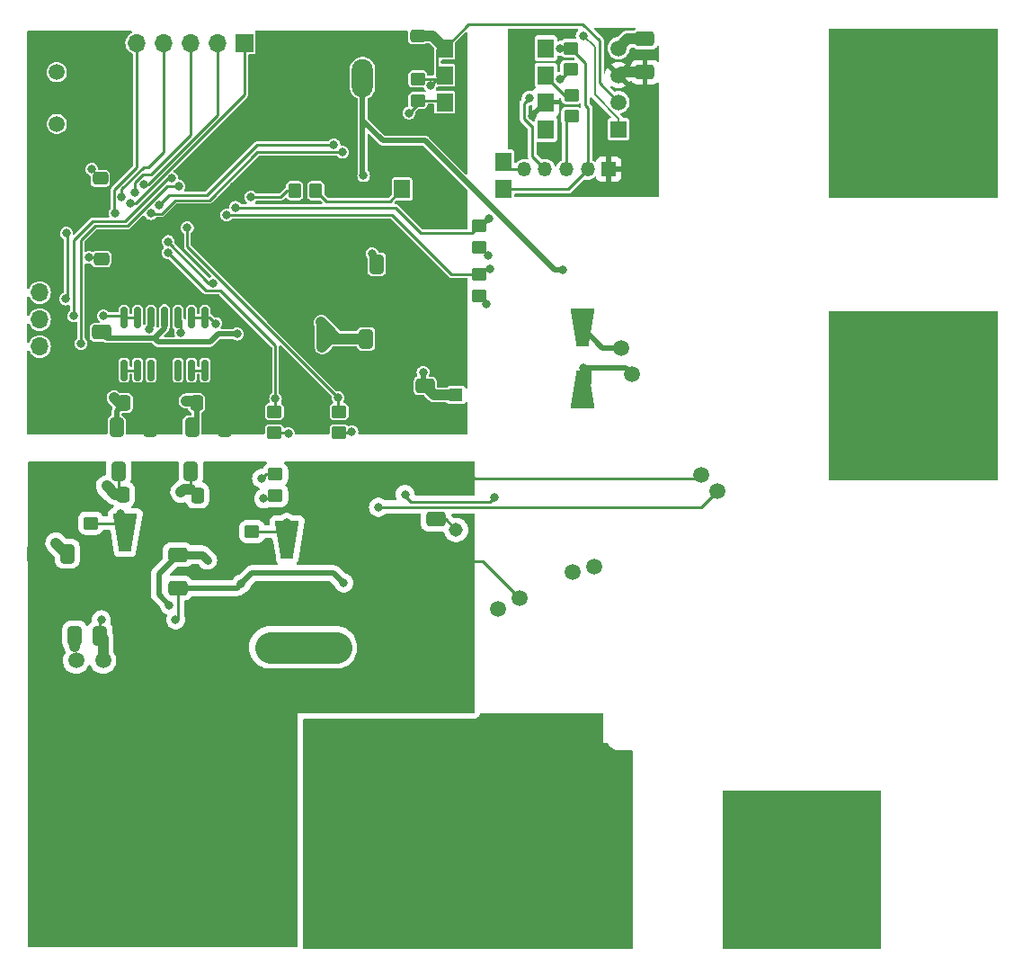
<source format=gbr>
%TF.GenerationSoftware,KiCad,Pcbnew,7.0.9*%
%TF.CreationDate,2024-06-20T22:38:45+05:30*%
%TF.ProjectId,BMS_Master,424d535f-4d61-4737-9465-722e6b696361,rev?*%
%TF.SameCoordinates,Original*%
%TF.FileFunction,Copper,L2,Bot*%
%TF.FilePolarity,Positive*%
%FSLAX46Y46*%
G04 Gerber Fmt 4.6, Leading zero omitted, Abs format (unit mm)*
G04 Created by KiCad (PCBNEW 7.0.9) date 2024-06-20 22:38:45*
%MOMM*%
%LPD*%
G01*
G04 APERTURE LIST*
G04 Aperture macros list*
%AMRoundRect*
0 Rectangle with rounded corners*
0 $1 Rounding radius*
0 $2 $3 $4 $5 $6 $7 $8 $9 X,Y pos of 4 corners*
0 Add a 4 corners polygon primitive as box body*
4,1,4,$2,$3,$4,$5,$6,$7,$8,$9,$2,$3,0*
0 Add four circle primitives for the rounded corners*
1,1,$1+$1,$2,$3*
1,1,$1+$1,$4,$5*
1,1,$1+$1,$6,$7*
1,1,$1+$1,$8,$9*
0 Add four rect primitives between the rounded corners*
20,1,$1+$1,$2,$3,$4,$5,0*
20,1,$1+$1,$4,$5,$6,$7,0*
20,1,$1+$1,$6,$7,$8,$9,0*
20,1,$1+$1,$8,$9,$2,$3,0*%
%AMOutline4P*
0 Free polygon, 4 corners , with rotation*
0 The origin of the aperture is its center*
0 number of corners: always 4*
0 $1 to $8 corner X, Y*
0 $9 Rotation angle, in degrees counterclockwise*
0 create outline with 4 corners*
4,1,4,$1,$2,$3,$4,$5,$6,$7,$8,$1,$2,$9*%
G04 Aperture macros list end*
%TA.AperFunction,ComponentPad*%
%ADD10R,1.498600X1.498600*%
%TD*%
%TA.AperFunction,ComponentPad*%
%ADD11C,1.498600*%
%TD*%
%TA.AperFunction,SMDPad,CuDef*%
%ADD12RoundRect,0.250000X0.412500X0.650000X-0.412500X0.650000X-0.412500X-0.650000X0.412500X-0.650000X0*%
%TD*%
%TA.AperFunction,SMDPad,CuDef*%
%ADD13RoundRect,0.250000X-0.412500X-0.650000X0.412500X-0.650000X0.412500X0.650000X-0.412500X0.650000X0*%
%TD*%
%TA.AperFunction,ComponentPad*%
%ADD14RoundRect,0.250000X-0.750000X-1.550000X0.750000X-1.550000X0.750000X1.550000X-0.750000X1.550000X0*%
%TD*%
%TA.AperFunction,ComponentPad*%
%ADD15O,2.000000X3.600000*%
%TD*%
%TA.AperFunction,ComponentPad*%
%ADD16R,1.700000X1.700000*%
%TD*%
%TA.AperFunction,ComponentPad*%
%ADD17O,1.700000X1.700000*%
%TD*%
%TA.AperFunction,ComponentPad*%
%ADD18C,16.800000*%
%TD*%
%TA.AperFunction,ComponentPad*%
%ADD19C,1.500000*%
%TD*%
%TA.AperFunction,ComponentPad*%
%ADD20R,15.000000X15.000000*%
%TD*%
%TA.AperFunction,ComponentPad*%
%ADD21C,1.308000*%
%TD*%
%TA.AperFunction,ComponentPad*%
%ADD22R,1.308000X1.308000*%
%TD*%
%TA.AperFunction,ComponentPad*%
%ADD23R,1.350000X1.350000*%
%TD*%
%TA.AperFunction,ComponentPad*%
%ADD24O,1.350000X1.350000*%
%TD*%
%TA.AperFunction,ComponentPad*%
%ADD25R,16.000000X16.000000*%
%TD*%
%TA.AperFunction,SMDPad,CuDef*%
%ADD26RoundRect,0.250000X-0.650000X0.412500X-0.650000X-0.412500X0.650000X-0.412500X0.650000X0.412500X0*%
%TD*%
%TA.AperFunction,SMDPad,CuDef*%
%ADD27R,1.500000X1.780000*%
%TD*%
%TA.AperFunction,SMDPad,CuDef*%
%ADD28RoundRect,0.249999X-0.450001X-1.425001X0.450001X-1.425001X0.450001X1.425001X-0.450001X1.425001X0*%
%TD*%
%TA.AperFunction,SMDPad,CuDef*%
%ADD29RoundRect,0.250000X0.450000X-0.350000X0.450000X0.350000X-0.450000X0.350000X-0.450000X-0.350000X0*%
%TD*%
%TA.AperFunction,SMDPad,CuDef*%
%ADD30RoundRect,0.250000X-0.450000X0.350000X-0.450000X-0.350000X0.450000X-0.350000X0.450000X0.350000X0*%
%TD*%
%TA.AperFunction,SMDPad,CuDef*%
%ADD31RoundRect,0.250000X-0.475000X0.337500X-0.475000X-0.337500X0.475000X-0.337500X0.475000X0.337500X0*%
%TD*%
%TA.AperFunction,SMDPad,CuDef*%
%ADD32RoundRect,0.150000X-0.150000X0.825000X-0.150000X-0.825000X0.150000X-0.825000X0.150000X0.825000X0*%
%TD*%
%TA.AperFunction,SMDPad,CuDef*%
%ADD33R,1.520000X1.780000*%
%TD*%
%TA.AperFunction,SMDPad,CuDef*%
%ADD34R,1.520000X1.750000*%
%TD*%
%TA.AperFunction,SMDPad,CuDef*%
%ADD35Outline4P,-1.800000X-1.150000X1.800000X-0.550000X1.800000X0.550000X-1.800000X1.150000X270.000000*%
%TD*%
%TA.AperFunction,SMDPad,CuDef*%
%ADD36Outline4P,-1.800000X-1.150000X1.800000X-0.550000X1.800000X0.550000X-1.800000X1.150000X90.000000*%
%TD*%
%TA.AperFunction,SMDPad,CuDef*%
%ADD37RoundRect,0.250000X0.350000X0.450000X-0.350000X0.450000X-0.350000X-0.450000X0.350000X-0.450000X0*%
%TD*%
%TA.AperFunction,SMDPad,CuDef*%
%ADD38RoundRect,0.250000X0.475000X-0.337500X0.475000X0.337500X-0.475000X0.337500X-0.475000X-0.337500X0*%
%TD*%
%TA.AperFunction,SMDPad,CuDef*%
%ADD39RoundRect,0.250000X0.650000X-0.412500X0.650000X0.412500X-0.650000X0.412500X-0.650000X-0.412500X0*%
%TD*%
%TA.AperFunction,SMDPad,CuDef*%
%ADD40RoundRect,0.250000X0.337500X0.475000X-0.337500X0.475000X-0.337500X-0.475000X0.337500X-0.475000X0*%
%TD*%
%TA.AperFunction,ViaPad*%
%ADD41C,0.800000*%
%TD*%
%TA.AperFunction,Conductor*%
%ADD42C,0.250000*%
%TD*%
%TA.AperFunction,Conductor*%
%ADD43C,1.000000*%
%TD*%
%TA.AperFunction,Conductor*%
%ADD44C,0.200000*%
%TD*%
%TA.AperFunction,Conductor*%
%ADD45C,0.500000*%
%TD*%
%TA.AperFunction,Conductor*%
%ADD46C,0.750000*%
%TD*%
%TA.AperFunction,Conductor*%
%ADD47C,3.000000*%
%TD*%
G04 APERTURE END LIST*
D10*
%TO.P,U17,1,GND*%
%TO.N,-BATT*%
X190580000Y-117838200D03*
D11*
%TO.P,U17,2,VIN*%
%TO.N,+5V*%
X193120000Y-117838200D03*
%TO.P,U17,3,0V*%
%TO.N,-5V*%
X195660000Y-117838200D03*
%TO.P,U17,4,+VO*%
%TO.N,-BATT*%
X198200000Y-117838200D03*
%TD*%
D10*
%TO.P,U15,1,GND*%
%TO.N,LV-*%
X244208200Y-67810000D03*
D11*
%TO.P,U15,2,VIN*%
%TO.N,+5VD*%
X244208200Y-65270000D03*
%TO.P,U15,3,0V*%
%TO.N,GND1*%
X244208200Y-62730000D03*
%TO.P,U15,4,+VO*%
%TO.N,Net-(J4-Pin_2)*%
X244208200Y-60190000D03*
%TD*%
D12*
%TO.P,C37,1*%
%TO.N,-BATT*%
X198500000Y-115500000D03*
%TO.P,C37,2*%
%TO.N,-5V*%
X195375000Y-115500000D03*
%TD*%
D13*
%TO.P,C36,1*%
%TO.N,-BATT*%
X189875000Y-115500000D03*
%TO.P,C36,2*%
%TO.N,+5V*%
X193000000Y-115500000D03*
%TD*%
D14*
%TO.P,J1,1,Pin_1*%
%TO.N,LV-*%
X215100000Y-63000000D03*
D15*
%TO.P,J1,2,Pin_2*%
%TO.N,LV+*%
X220100000Y-63000000D03*
%TD*%
D16*
%TO.P,J2,1,Pin_1*%
%TO.N,LV-*%
X189700000Y-90820000D03*
D17*
%TO.P,J2,2,Pin_2*%
%TO.N,SWDIO*%
X189700000Y-88280000D03*
%TO.P,J2,3,Pin_3*%
%TO.N,SWCLK*%
X189700000Y-85740000D03*
%TO.P,J2,4,Pin_4*%
%TO.N,+3.3V*%
X189700000Y-83200000D03*
%TD*%
D18*
%TO.P,H1,1,1*%
%TO.N,-BATT*%
X200000000Y-134000000D03*
%TD*%
D19*
%TO.P,K1,1,Coil1*%
%TO.N,Net-(D4-A)*%
X239900000Y-109500000D03*
%TO.P,K1,2,Coil2*%
%TO.N,LV+*%
X241900000Y-109000000D03*
%TO.P,K1,3,ContactA1*%
%TO.N,Net-(K1-ContactA1)*%
X232900000Y-113000000D03*
%TO.P,K1,4,ContactA2*%
%TO.N,-BATT*%
X234900000Y-112000000D03*
D20*
%TO.P,K1,5,ContactMain1*%
%TO.N,Net-(K1-ContactMain1)*%
X234900000Y-137500000D03*
%TO.P,K1,6,ContactMain2*%
%TO.N,unconnected-(K1-ContactMain2-Pad6)*%
X261500000Y-137500000D03*
%TD*%
D21*
%TO.P,IC1,GNDA,GNDA*%
%TO.N,LV-*%
X228910000Y-95380000D03*
%TO.P,IC1,GNDB,GNDB*%
%TO.N,-BATT*%
X228910000Y-100460000D03*
D22*
%TO.P,IC1,VIN,VIN*%
%TO.N,VD*%
X228910000Y-92840000D03*
D21*
%TO.P,IC1,VOUT,VOUT*%
%TO.N,+12V*%
X228910000Y-105540000D03*
%TD*%
D19*
%TO.P,Y1,1,1*%
%TO.N,Net-(C30-Pad1)*%
X191300000Y-62450000D03*
%TO.P,Y1,2,2*%
%TO.N,Net-(U13-PF0)*%
X191300000Y-67330000D03*
%TD*%
D23*
%TO.P,J4,1,Pin_1*%
%TO.N,GND1*%
X243300000Y-71600000D03*
D24*
%TO.P,J4,2,Pin_2*%
%TO.N,Net-(J4-Pin_2)*%
X241300000Y-71600000D03*
%TO.P,J4,3,Pin_3*%
%TO.N,Net-(J4-Pin_3)*%
X239300000Y-71600000D03*
%TO.P,J4,4,Pin_4*%
%TO.N,Net-(J4-Pin_4)*%
X237300000Y-71600000D03*
%TO.P,J4,5,Pin_5*%
%TO.N,Net-(J4-Pin_5)*%
X235300000Y-71600000D03*
%TD*%
D19*
%TO.P,K2,1,Coil1*%
%TO.N,Net-(D3-A)*%
X245500000Y-90900000D03*
%TO.P,K2,2,Coil2*%
%TO.N,LV+*%
X244500000Y-88400000D03*
%TO.P,K2,3,ContactA1*%
%TO.N,Net-(K2-ContactA1)*%
X253500000Y-101900000D03*
%TO.P,K2,4,ContactA2*%
%TO.N,-BATT*%
X252000000Y-100400000D03*
D25*
%TO.P,K2,5,ContactMain1*%
%TO.N,unconnected-(K2-ContactMain1-Pad5)*%
X272000000Y-92900000D03*
%TO.P,K2,6,ContactMain2*%
%TO.N,unconnected-(K2-ContactMain2-Pad6)*%
X272000000Y-66300000D03*
%TD*%
D16*
%TO.P,J3,1,Pin_1*%
%TO.N,SCK*%
X208980000Y-59700000D03*
D17*
%TO.P,J3,2,Pin_2*%
%TO.N,MOSI*%
X206440000Y-59700000D03*
%TO.P,J3,3,Pin_3*%
%TO.N,MISO*%
X203900000Y-59700000D03*
%TO.P,J3,4,Pin_4*%
%TO.N,NSS*%
X201360000Y-59700000D03*
%TO.P,J3,5,Pin_5*%
%TO.N,CTRL*%
X198820000Y-59700000D03*
%TO.P,J3,6,Pin_6*%
%TO.N,LV-*%
X196280000Y-59700000D03*
%TD*%
D26*
%TO.P,C20,1*%
%TO.N,VD*%
X195500000Y-86937500D03*
%TO.P,C20,2*%
%TO.N,LV-*%
X195500000Y-90062500D03*
%TD*%
D27*
%TO.P,U16,1*%
%TO.N,Net-(R37-Pad1)*%
X223835000Y-73470000D03*
%TO.P,U16,2*%
%TO.N,LV-*%
X223835000Y-70930000D03*
%TO.P,U16,3*%
%TO.N,Net-(J4-Pin_5)*%
X233365000Y-70930000D03*
%TO.P,U16,4*%
%TO.N,Net-(J4-Pin_2)*%
X233365000Y-73470000D03*
%TD*%
D28*
%TO.P,R3,1*%
%TO.N,-BATT*%
X211350000Y-133800000D03*
%TO.P,R3,2*%
%TO.N,Net-(K1-ContactMain1)*%
X217450000Y-133800000D03*
%TD*%
D13*
%TO.P,C16,1*%
%TO.N,+5VD*%
X196937500Y-95900000D03*
%TO.P,C16,2*%
%TO.N,LV-*%
X200062500Y-95900000D03*
%TD*%
D28*
%TO.P,R4,1*%
%TO.N,-BATT*%
X211350000Y-129740000D03*
%TO.P,R4,2*%
%TO.N,Net-(K1-ContactMain1)*%
X217450000Y-129740000D03*
%TD*%
D29*
%TO.P,R28,1*%
%TO.N,+5VD*%
X217900000Y-96400000D03*
%TO.P,R28,2*%
%TO.N,PB3*%
X217900000Y-94400000D03*
%TD*%
D28*
%TO.P,R1,1*%
%TO.N,-BATT*%
X211350000Y-141800000D03*
%TO.P,R1,2*%
%TO.N,Net-(K1-ContactMain1)*%
X217450000Y-141800000D03*
%TD*%
D13*
%TO.P,C12,1*%
%TO.N,+5V*%
X197137500Y-100000000D03*
%TO.P,C12,2*%
%TO.N,-BATT*%
X200262500Y-100000000D03*
%TD*%
D29*
%TO.P,R34,1*%
%TO.N,RX*%
X225300000Y-65100000D03*
%TO.P,R34,2*%
%TO.N,+5VD*%
X225300000Y-63100000D03*
%TD*%
D30*
%TO.P,R25,1*%
%TO.N,A1*%
X194500000Y-104900000D03*
%TO.P,R25,2*%
%TO.N,-BATT*%
X194500000Y-106900000D03*
%TD*%
D29*
%TO.P,R35,1*%
%TO.N,Net-(J4-Pin_3)*%
X239800000Y-66600000D03*
%TO.P,R35,2*%
%TO.N,Net-(U14-A)*%
X239800000Y-64600000D03*
%TD*%
D28*
%TO.P,R2,1*%
%TO.N,-BATT*%
X211350000Y-137800000D03*
%TO.P,R2,2*%
%TO.N,Net-(K1-ContactMain1)*%
X217450000Y-137800000D03*
%TD*%
D31*
%TO.P,C25,1*%
%TO.N,LV-*%
X195500000Y-77962500D03*
%TO.P,C25,2*%
%TO.N,+3.3V*%
X195500000Y-80037500D03*
%TD*%
D32*
%TO.P,U11,1*%
%TO.N,PA0*%
X197650000Y-85550000D03*
%TO.P,U11,2,-*%
X198920000Y-85550000D03*
%TO.P,U11,3,+*%
%TO.N,Net-(U11A-+)*%
X200190000Y-85550000D03*
%TO.P,U11,4,V+*%
%TO.N,VD*%
X201460000Y-85550000D03*
%TO.P,U11,5,+*%
%TO.N,Net-(U11B-+)*%
X202730000Y-85550000D03*
%TO.P,U11,6,-*%
%TO.N,PB1*%
X204000000Y-85550000D03*
%TO.P,U11,7*%
X205270000Y-85550000D03*
%TO.P,U11,8*%
%TO.N,Net-(U11C--)*%
X205270000Y-90500000D03*
%TO.P,U11,9,-*%
X204000000Y-90500000D03*
%TO.P,U11,10,+*%
%TO.N,unconnected-(U11C-+-Pad10)*%
X202730000Y-90500000D03*
%TO.P,U11,11,V-*%
%TO.N,LV-*%
X201460000Y-90500000D03*
%TO.P,U11,12,+*%
%TO.N,unconnected-(U11D-+-Pad12)*%
X200190000Y-90500000D03*
%TO.P,U11,13,-*%
%TO.N,Net-(U11D--)*%
X198920000Y-90500000D03*
%TO.P,U11,14*%
X197650000Y-90500000D03*
%TD*%
D33*
%TO.P,U14,1,NC*%
%TO.N,unconnected-(U14-NC-Pad1)*%
X237360000Y-60190000D03*
D34*
%TO.P,U14,2,A*%
%TO.N,Net-(U14-A)*%
X237360000Y-62730000D03*
D33*
%TO.P,U14,3,C*%
%TO.N,GND1*%
X237360000Y-65270000D03*
%TO.P,U14,4*%
%TO.N,N/C*%
X237360000Y-67810000D03*
%TO.P,U14,5,GND*%
%TO.N,LV-*%
X227840000Y-67810000D03*
%TO.P,U14,6,VO*%
%TO.N,RX*%
X227840000Y-65270000D03*
%TO.P,U14,7,EN*%
%TO.N,+5VD*%
X227840000Y-62730000D03*
%TO.P,U14,8,VCC*%
X227840000Y-60190000D03*
%TD*%
D35*
%TO.P,D2,1,K*%
%TO.N,A1*%
X197740000Y-105802500D03*
D36*
%TO.P,D2,2,A*%
%TO.N,-BATT*%
X197740000Y-111602500D03*
%TD*%
D37*
%TO.P,R37,1*%
%TO.N,Net-(R37-Pad1)*%
X215700000Y-73600000D03*
%TO.P,R37,2*%
%TO.N,PA8*%
X213700000Y-73600000D03*
%TD*%
D26*
%TO.P,C1,1*%
%TO.N,VD*%
X226000000Y-91977500D03*
%TO.P,C1,2*%
%TO.N,LV-*%
X226000000Y-95102500D03*
%TD*%
D30*
%TO.P,R26,1*%
%TO.N,A0*%
X209700000Y-105700000D03*
%TO.P,R26,2*%
%TO.N,-BATT*%
X209700000Y-107700000D03*
%TD*%
D38*
%TO.P,C33,1*%
%TO.N,LV-*%
X225300000Y-61100000D03*
%TO.P,C33,2*%
%TO.N,+5VD*%
X225300000Y-59025000D03*
%TD*%
D13*
%TO.P,C3,1*%
%TO.N,+5VD*%
X220437500Y-87540000D03*
%TO.P,C3,2*%
%TO.N,LV-*%
X223562500Y-87540000D03*
%TD*%
D39*
%TO.P,C2,1*%
%TO.N,+12V*%
X227000000Y-104540000D03*
%TO.P,C2,2*%
%TO.N,-BATT*%
X227000000Y-101415000D03*
%TD*%
D26*
%TO.P,C11,1*%
%TO.N,+12V*%
X202700000Y-107875000D03*
%TO.P,C11,2*%
%TO.N,-5V*%
X202700000Y-111000000D03*
%TD*%
D30*
%TO.P,R30,1*%
%TO.N,PC9*%
X231100000Y-76900000D03*
%TO.P,R30,2*%
%TO.N,LV-*%
X231100000Y-78900000D03*
%TD*%
D40*
%TO.P,C13,1*%
%TO.N,-BATT*%
X199637500Y-102200000D03*
%TO.P,C13,2*%
%TO.N,+5V*%
X197562500Y-102200000D03*
%TD*%
D12*
%TO.P,C7,1*%
%TO.N,+5V*%
X192292500Y-107780000D03*
%TO.P,C7,2*%
%TO.N,-BATT*%
X189167500Y-107780000D03*
%TD*%
D29*
%TO.P,R27,1*%
%TO.N,+5VD*%
X211800000Y-96400000D03*
%TO.P,R27,2*%
%TO.N,PB2*%
X211800000Y-94400000D03*
%TD*%
D30*
%TO.P,R31,1*%
%TO.N,PC8*%
X231100000Y-81500000D03*
%TO.P,R31,2*%
%TO.N,LV-*%
X231100000Y-83500000D03*
%TD*%
D40*
%TO.P,C19,1*%
%TO.N,LV-*%
X199737500Y-93600000D03*
%TO.P,C19,2*%
%TO.N,+5VD*%
X197662500Y-93600000D03*
%TD*%
%TO.P,C18,1*%
%TO.N,LV-*%
X206537500Y-93600000D03*
%TO.P,C18,2*%
%TO.N,+5VD*%
X204462500Y-93600000D03*
%TD*%
D13*
%TO.P,C17,1*%
%TO.N,+5VD*%
X204037500Y-95900000D03*
%TO.P,C17,2*%
%TO.N,LV-*%
X207162500Y-95900000D03*
%TD*%
D40*
%TO.P,C10,1*%
%TO.N,-BATT*%
X206637500Y-102300000D03*
%TO.P,C10,2*%
%TO.N,+5V*%
X204562500Y-102300000D03*
%TD*%
D38*
%TO.P,C28,1*%
%TO.N,LV-*%
X195400000Y-74537500D03*
%TO.P,C28,2*%
%TO.N,+3.3V*%
X195400000Y-72462500D03*
%TD*%
D13*
%TO.P,C9,1*%
%TO.N,+5V*%
X203937500Y-100000000D03*
%TO.P,C9,2*%
%TO.N,-BATT*%
X207062500Y-100000000D03*
%TD*%
D29*
%TO.P,R32,1*%
%TO.N,Net-(J4-Pin_4)*%
X239700000Y-62200000D03*
%TO.P,R32,2*%
%TO.N,Net-(J4-Pin_2)*%
X239700000Y-60200000D03*
%TD*%
%TO.P,R20,1*%
%TO.N,Net-(R20-Pad1)*%
X211900000Y-102300000D03*
%TO.P,R20,2*%
%TO.N,+12V*%
X211900000Y-100300000D03*
%TD*%
D35*
%TO.P,D3,1,K*%
%TO.N,LV+*%
X240800000Y-86500000D03*
D36*
%TO.P,D3,2,A*%
%TO.N,Net-(D3-A)*%
X240800000Y-92300000D03*
%TD*%
D35*
%TO.P,D1,1,K*%
%TO.N,A0*%
X213000000Y-106500000D03*
D36*
%TO.P,D1,2,A*%
%TO.N,-BATT*%
X213000000Y-112300000D03*
%TD*%
D13*
%TO.P,C4,1*%
%TO.N,VD*%
X221437500Y-80540000D03*
%TO.P,C4,2*%
%TO.N,LV-*%
X224562500Y-80540000D03*
%TD*%
D28*
%TO.P,R5,1*%
%TO.N,-BATT*%
X211350000Y-125800000D03*
%TO.P,R5,2*%
%TO.N,Net-(K1-ContactMain1)*%
X217450000Y-125800000D03*
%TD*%
D26*
%TO.P,C35,1*%
%TO.N,Net-(J4-Pin_2)*%
X246700000Y-59337500D03*
%TO.P,C35,2*%
%TO.N,GND1*%
X246700000Y-62462500D03*
%TD*%
D41*
%TO.N,-5V*%
X202500000Y-114000000D03*
X195500000Y-114000000D03*
%TO.N,+5V*%
X193000000Y-116500000D03*
%TO.N,-BATT*%
X208000000Y-102000000D03*
X213000000Y-141000000D03*
X207740000Y-115110000D03*
X213000000Y-140000000D03*
X213000000Y-128000000D03*
X213000000Y-144000000D03*
X213000000Y-131000000D03*
X213000000Y-138000000D03*
X189030000Y-106380000D03*
X213000000Y-130000000D03*
X213000000Y-134000000D03*
X213000000Y-126000000D03*
X213000000Y-127000000D03*
X213000000Y-139000000D03*
X213000000Y-133000000D03*
X213000000Y-125000000D03*
X213000000Y-124000000D03*
X213000000Y-137000000D03*
X213000000Y-142000000D03*
X213000000Y-143000000D03*
X213000000Y-135000000D03*
X213000000Y-136000000D03*
X213000000Y-132000000D03*
X201000000Y-101200000D03*
X213000000Y-129000000D03*
X219800000Y-113570000D03*
%TO.N,Net-(K1-ContactMain1)*%
X216000000Y-125000000D03*
X216000000Y-132000000D03*
X216000000Y-126000000D03*
X216000000Y-134000000D03*
X216000000Y-129000000D03*
X216000000Y-133000000D03*
X216000000Y-140000000D03*
X216000000Y-141000000D03*
X216000000Y-124000000D03*
X216000000Y-136000000D03*
X216000000Y-142000000D03*
X216000000Y-144000000D03*
X216000000Y-135000000D03*
X216000000Y-143000000D03*
X216000000Y-130000000D03*
X216000000Y-137000000D03*
X216000000Y-139000000D03*
X216000000Y-138000000D03*
X216000000Y-131000000D03*
X216000000Y-128000000D03*
X216000000Y-127000000D03*
%TO.N,LV-*%
X195199500Y-78532399D03*
X197500000Y-64200000D03*
X203200000Y-83100000D03*
X228000000Y-82540000D03*
X228000000Y-76540000D03*
X226000000Y-82540000D03*
X220500000Y-95200000D03*
X201400000Y-88900000D03*
X214700000Y-95200000D03*
X208000000Y-73200000D03*
X198000000Y-68000000D03*
X228000000Y-74540000D03*
X227000000Y-83540000D03*
X228000000Y-84540000D03*
X231900000Y-79700000D03*
X207500000Y-93200000D03*
X226000000Y-74540000D03*
X229199502Y-65300000D03*
X212100000Y-80600000D03*
X226000000Y-84540000D03*
X197175500Y-83778449D03*
X206600000Y-88200000D03*
X226000000Y-76540000D03*
X196100000Y-89000000D03*
X189500000Y-77900000D03*
X227000000Y-75540000D03*
X240887701Y-59012299D03*
X200700000Y-93100000D03*
X203799503Y-73200000D03*
X231800000Y-84300000D03*
X199900000Y-82900000D03*
%TO.N,LV+*%
X238975438Y-81074062D03*
X220200000Y-72200000D03*
%TO.N,+12V*%
X210600000Y-100700000D03*
X217600000Y-116600000D03*
X201900000Y-112600000D03*
X205500000Y-108375500D03*
X211400000Y-116600000D03*
%TO.N,Net-(K2-ContactA1)*%
X221600000Y-103400000D03*
%TO.N,Net-(K1-ContactA1)*%
X224100000Y-102200000D03*
X232500000Y-102500000D03*
%TO.N,Net-(R20-Pad1)*%
X210800000Y-102600000D03*
%TO.N,+5V*%
X191230000Y-106780000D03*
X196000000Y-101400000D03*
X203000000Y-102000000D03*
%TO.N,A0*%
X212951634Y-104844575D03*
%TO.N,A1*%
X197300000Y-104000000D03*
%TO.N,+5VD*%
X216300000Y-88300000D03*
X219000000Y-87540000D03*
X213100000Y-96500000D03*
X216200000Y-86000000D03*
X219100000Y-96300000D03*
X203500000Y-93400000D03*
X196700000Y-93100000D03*
X226480498Y-63724500D03*
%TO.N,VD*%
X208300000Y-87100000D03*
X221000000Y-79540000D03*
X225800000Y-90700000D03*
%TO.N,Net-(U11A-+)*%
X200000000Y-86650500D03*
%TO.N,Net-(U11B-+)*%
X203000000Y-87000000D03*
%TO.N,+3.3V*%
X194600000Y-71600000D03*
X194300000Y-79900000D03*
%TO.N,SWDIO*%
X202800000Y-73200000D03*
X193600000Y-88000000D03*
%TO.N,SWCLK*%
X192875500Y-85400000D03*
X202160134Y-72432162D03*
%TO.N,PB1*%
X201800000Y-78400000D03*
X206000000Y-82300000D03*
X206269788Y-86100500D03*
%TO.N,PA0*%
X192200000Y-77600000D03*
X195700000Y-85400000D03*
X192151000Y-83800000D03*
%TO.N,PB2*%
X201765014Y-79455574D03*
X211900000Y-93200000D03*
%TO.N,PB3*%
X203600000Y-77100000D03*
X217800000Y-93100000D03*
%TO.N,CTRL*%
X196800000Y-75725500D03*
%TO.N,NSS*%
X197419786Y-74200000D03*
%TO.N,SCK*%
X198198335Y-74827979D03*
%TO.N,MISO*%
X198637185Y-73799041D03*
%TO.N,MOSI*%
X199514286Y-73024720D03*
%TO.N,TX*%
X200162299Y-75762299D03*
X218200000Y-70000000D03*
%TO.N,RX*%
X200949777Y-74949777D03*
X224475500Y-66287701D03*
X217400000Y-69275500D03*
%TO.N,Net-(D3-A)*%
X240900000Y-90250000D03*
%TO.N,PC8*%
X232100000Y-81000000D03*
X207300000Y-75900000D03*
%TO.N,PC9*%
X232000000Y-76200000D03*
X208131637Y-75175500D03*
%TO.N,GND1*%
X234800000Y-62800000D03*
X235000000Y-68000000D03*
X236107512Y-66578156D03*
%TO.N,Net-(J4-Pin_2)*%
X238719502Y-60200000D03*
%TO.N,Net-(J4-Pin_4)*%
X235800000Y-64900000D03*
X238719502Y-63100000D03*
%TO.N,PA8*%
X209600000Y-74200000D03*
%TO.N,-5V*%
X218330000Y-110540000D03*
X208680000Y-110624500D03*
%TD*%
D42*
%TO.N,-5V*%
X202700000Y-113800000D02*
X202700000Y-111000000D01*
X202500000Y-114000000D02*
X202700000Y-113800000D01*
X195375000Y-115500000D02*
X195375000Y-114125000D01*
X195375000Y-114125000D02*
X195500000Y-114000000D01*
X195660000Y-115785000D02*
X195375000Y-115500000D01*
D43*
X195660000Y-117838200D02*
X195660000Y-115785000D01*
%TO.N,+5V*%
X193000000Y-115500000D02*
X193000000Y-116500000D01*
D42*
%TO.N,-BATT*%
X251700000Y-100700000D02*
X230700000Y-100700000D01*
X252000000Y-100400000D02*
X251700000Y-100700000D01*
X227000000Y-101415000D02*
X227955000Y-101415000D01*
X200262500Y-101575000D02*
X199637500Y-102200000D01*
X234900000Y-112000000D02*
X231400000Y-108500000D01*
X230700000Y-100700000D02*
X229700000Y-99700000D01*
X231400000Y-108500000D02*
X230100000Y-108500000D01*
X207062500Y-101875000D02*
X206637500Y-102300000D01*
X227955000Y-101415000D02*
X228910000Y-100460000D01*
X200262500Y-100000000D02*
X200262500Y-101575000D01*
X207062500Y-100000000D02*
X207062500Y-101875000D01*
D44*
%TO.N,LV-*%
X231800000Y-84300000D02*
X231800000Y-84200000D01*
D42*
X206537500Y-95275000D02*
X207162500Y-95900000D01*
D43*
X207500000Y-93200000D02*
X206937500Y-93200000D01*
D44*
X241975000Y-64575000D02*
X244208200Y-66808200D01*
X231100000Y-78900000D02*
X231900000Y-79700000D01*
X200062500Y-93925000D02*
X199737500Y-93600000D01*
D45*
X200062500Y-95900000D02*
X200062500Y-93925000D01*
D44*
X240887701Y-59012299D02*
X241975000Y-60099598D01*
X244208200Y-66808200D02*
X244208200Y-67810000D01*
D45*
X206537500Y-93600000D02*
X206537500Y-95275000D01*
D43*
X200200000Y-93600000D02*
X200700000Y-93100000D01*
D44*
X241975000Y-60099598D02*
X241975000Y-64575000D01*
D43*
X206937500Y-93200000D02*
X206537500Y-93600000D01*
D44*
X231800000Y-84200000D02*
X231100000Y-83500000D01*
D43*
X199737500Y-93600000D02*
X200200000Y-93600000D01*
D45*
%TO.N,LV+*%
X244500000Y-88400000D02*
X242700000Y-88400000D01*
X220100000Y-63000000D02*
X220100000Y-67000000D01*
D44*
X220100000Y-72100000D02*
X220200000Y-72200000D01*
D45*
X238975438Y-81074062D02*
X238174062Y-81074062D01*
X226000000Y-68900000D02*
X222000000Y-68900000D01*
X220100000Y-67000000D02*
X220100000Y-68800000D01*
X238174062Y-81074062D02*
X226000000Y-68900000D01*
X242700000Y-88400000D02*
X240800000Y-86500000D01*
X220100000Y-71500000D02*
X220100000Y-68800000D01*
X222000000Y-68900000D02*
X220100000Y-67000000D01*
X220100000Y-68800000D02*
X220100000Y-72100000D01*
D42*
%TO.N,+12V*%
X211900000Y-100300000D02*
X211000000Y-100300000D01*
D45*
X200900000Y-111600000D02*
X201900000Y-112600000D01*
D46*
X204999500Y-107875000D02*
X202700000Y-107875000D01*
D45*
X200900000Y-109675000D02*
X200900000Y-111600000D01*
D46*
X205500000Y-108375500D02*
X204999500Y-107875000D01*
D45*
X202700000Y-107875000D02*
X200900000Y-109675000D01*
D47*
X211400000Y-116600000D02*
X217600000Y-116600000D01*
D42*
X211000000Y-100300000D02*
X210600000Y-100700000D01*
X227000000Y-104540000D02*
X227910000Y-104540000D01*
X227910000Y-104540000D02*
X228910000Y-105540000D01*
%TO.N,Net-(K2-ContactA1)*%
X221600000Y-103400000D02*
X252000000Y-103400000D01*
X252000000Y-103400000D02*
X253500000Y-101900000D01*
%TO.N,Net-(K1-ContactA1)*%
X224152500Y-102402500D02*
X224650000Y-102900000D01*
X224152500Y-102252500D02*
X224152500Y-102402500D01*
X224100000Y-102200000D02*
X224152500Y-102252500D01*
X224650000Y-102900000D02*
X232100000Y-102900000D01*
X232100000Y-102900000D02*
X232500000Y-102500000D01*
%TO.N,Net-(R20-Pad1)*%
X210800000Y-102600000D02*
X211600000Y-102600000D01*
X211600000Y-102600000D02*
X211900000Y-102300000D01*
%TO.N,+5V*%
X197137500Y-101775000D02*
X197562500Y-102200000D01*
X203937500Y-100000000D02*
X203937500Y-101675000D01*
X203937500Y-101675000D02*
X204562500Y-102300000D01*
D43*
X203937500Y-101675000D02*
X203325000Y-101675000D01*
X192230000Y-107780000D02*
X191230000Y-106780000D01*
X196800000Y-102200000D02*
X196000000Y-101400000D01*
D42*
X197137500Y-100000000D02*
X197137500Y-101775000D01*
D43*
X203325000Y-101675000D02*
X203000000Y-102000000D01*
X197562500Y-102200000D02*
X196800000Y-102200000D01*
D42*
%TO.N,A0*%
X212200000Y-105700000D02*
X213000000Y-106500000D01*
X209700000Y-105700000D02*
X212200000Y-105700000D01*
%TO.N,A1*%
X197300000Y-104000000D02*
X197300000Y-105400000D01*
X196800000Y-104900000D02*
X197800000Y-105900000D01*
X197300000Y-105400000D02*
X197800000Y-105900000D01*
X194500000Y-104900000D02*
X196800000Y-104900000D01*
%TO.N,+5VD*%
X217900000Y-96400000D02*
X219000000Y-96400000D01*
X225300000Y-63100000D02*
X225300000Y-62700000D01*
D43*
X197662500Y-93600000D02*
X197200000Y-93600000D01*
X216300000Y-88300000D02*
X216300000Y-86100000D01*
D42*
X227474998Y-62730000D02*
X226480498Y-63724500D01*
X211800000Y-96400000D02*
X213000000Y-96400000D01*
X227840000Y-60190000D02*
X227810000Y-60190000D01*
D45*
X196937500Y-95900000D02*
X196937500Y-94325000D01*
D43*
X226675000Y-59025000D02*
X227840000Y-60190000D01*
X203500000Y-93400000D02*
X204262500Y-93400000D01*
D42*
X204462500Y-95475000D02*
X204037500Y-95900000D01*
D45*
X196937500Y-94325000D02*
X197662500Y-93600000D01*
D43*
X217740000Y-87540000D02*
X216700000Y-86500000D01*
D42*
X213000000Y-96400000D02*
X213100000Y-96500000D01*
D45*
X204462500Y-93600000D02*
X204462500Y-95475000D01*
D42*
X225300000Y-63100000D02*
X227470000Y-63100000D01*
X227840000Y-60190000D02*
X230105000Y-57925000D01*
D43*
X216300000Y-88300000D02*
X216700000Y-87900000D01*
D42*
X230105000Y-57925000D02*
X240825000Y-57925000D01*
X227140000Y-60290000D02*
X227140000Y-62830000D01*
D43*
X219000000Y-87540000D02*
X220437500Y-87540000D01*
X219000000Y-87540000D02*
X217740000Y-87540000D01*
D42*
X227840000Y-62730000D02*
X227474998Y-62730000D01*
X227470000Y-63100000D02*
X227840000Y-62730000D01*
X240825000Y-57925000D02*
X242400000Y-59500000D01*
X242400000Y-59500000D02*
X242400000Y-63461800D01*
X242400000Y-63461800D02*
X244208200Y-65270000D01*
D43*
X216300000Y-86100000D02*
X216200000Y-86000000D01*
X197200000Y-93600000D02*
X196700000Y-93100000D01*
D42*
X204262500Y-93400000D02*
X204462500Y-93600000D01*
D43*
X217740000Y-87540000D02*
X217060000Y-87540000D01*
X217060000Y-87540000D02*
X216300000Y-88300000D01*
X216700000Y-86500000D02*
X216200000Y-86000000D01*
D42*
X219000000Y-96400000D02*
X219100000Y-96300000D01*
D43*
X225300000Y-59025000D02*
X226675000Y-59025000D01*
X216700000Y-87900000D02*
X216700000Y-86500000D01*
D45*
%TO.N,VD*%
X206497918Y-87100000D02*
X208300000Y-87100000D01*
D42*
X201460000Y-85550000D02*
X201460000Y-84575001D01*
X221437500Y-79977500D02*
X221000000Y-79540000D01*
D45*
X196062500Y-87500000D02*
X200484999Y-87500000D01*
D43*
X228910000Y-92840000D02*
X226862500Y-92840000D01*
D45*
X200484999Y-87500000D02*
X201460000Y-86524999D01*
X225800000Y-91777500D02*
X226000000Y-91977500D01*
X200834999Y-87850000D02*
X205747918Y-87850000D01*
D42*
X221437500Y-80540000D02*
X221437500Y-79977500D01*
D45*
X205747918Y-87850000D02*
X206497918Y-87100000D01*
D43*
X226862500Y-92840000D02*
X226000000Y-91977500D01*
D45*
X195500000Y-86937500D02*
X196062500Y-87500000D01*
X201460000Y-86524999D02*
X201460000Y-85550000D01*
X225800000Y-90700000D02*
X225800000Y-91777500D01*
X200484999Y-87500000D02*
X200834999Y-87850000D01*
D42*
%TO.N,Net-(U11C--)*%
X204000000Y-90500000D02*
X205270000Y-90500000D01*
%TO.N,Net-(U11D--)*%
X198920000Y-90500000D02*
X197650000Y-90500000D01*
%TO.N,Net-(U11A-+)*%
X200000000Y-85740000D02*
X200190000Y-85550000D01*
X200000000Y-86650500D02*
X200000000Y-85740000D01*
%TO.N,Net-(U11B-+)*%
X203000000Y-87000000D02*
X203000000Y-85820000D01*
X203000000Y-85820000D02*
X202730000Y-85550000D01*
%TO.N,+3.3V*%
X194600000Y-71662500D02*
X195400000Y-72462500D01*
X194600000Y-71600000D02*
X194600000Y-71662500D01*
X194300000Y-79900000D02*
X195362500Y-79900000D01*
X195362500Y-79900000D02*
X195500000Y-80037500D01*
%TO.N,SWDIO*%
X199650000Y-75224956D02*
X201674956Y-73200000D01*
X193575000Y-80200305D02*
X193575000Y-78225000D01*
X193575000Y-78225000D02*
X194900000Y-76900000D01*
X193600000Y-88000000D02*
X193600000Y-80225305D01*
X199650000Y-75250000D02*
X199650000Y-75224956D01*
X198000000Y-76900000D02*
X199650000Y-75250000D01*
X201674956Y-73200000D02*
X202800000Y-73200000D01*
X193600000Y-80225305D02*
X193575000Y-80200305D01*
X194900000Y-76900000D02*
X198000000Y-76900000D01*
X199650000Y-75250000D02*
X199800000Y-75100000D01*
%TO.N,SWCLK*%
X201767838Y-72432162D02*
X197750000Y-76450000D01*
X192875500Y-78288104D02*
X192875500Y-85400000D01*
X202160134Y-72432162D02*
X201767838Y-72432162D01*
X197750000Y-76450000D02*
X194713604Y-76450000D01*
X194713604Y-76450000D02*
X192875500Y-78288104D01*
%TO.N,PB1*%
X201800000Y-78463604D02*
X205636396Y-82300000D01*
X205719288Y-85550000D02*
X206269788Y-86100500D01*
X205636396Y-82300000D02*
X206000000Y-82300000D01*
X204000000Y-85550000D02*
X205270000Y-85550000D01*
X205270000Y-85550000D02*
X205719288Y-85550000D01*
X201800000Y-78400000D02*
X201800000Y-78463604D01*
%TO.N,PA0*%
X198920000Y-85550000D02*
X197650000Y-85550000D01*
X192300000Y-83651000D02*
X192151000Y-83800000D01*
X195700000Y-85400000D02*
X197500000Y-85400000D01*
X192200000Y-77600000D02*
X192300000Y-77700000D01*
X192300000Y-77700000D02*
X192300000Y-83651000D01*
X197500000Y-85400000D02*
X197650000Y-85550000D01*
%TO.N,PB2*%
X205334440Y-83025000D02*
X206725000Y-83025000D01*
X201765014Y-79455574D02*
X205334440Y-83025000D01*
X206725000Y-83025000D02*
X211900000Y-88200000D01*
X211900000Y-93200000D02*
X211900000Y-94300000D01*
X211900000Y-88200000D02*
X211900000Y-93200000D01*
X211900000Y-94300000D02*
X211800000Y-94400000D01*
%TO.N,PB3*%
X217800000Y-93074695D02*
X217800000Y-93100000D01*
X217800000Y-93100000D02*
X217800000Y-94300000D01*
X217800000Y-94300000D02*
X217900000Y-94400000D01*
X203600000Y-78874695D02*
X217800000Y-93074695D01*
X203600000Y-77100000D02*
X203600000Y-78874695D01*
%TO.N,CTRL*%
X196800000Y-75725500D02*
X196694786Y-75620286D01*
X198820000Y-71419999D02*
X198820000Y-59700000D01*
X198820455Y-71420454D02*
X198820000Y-71419999D01*
X196694786Y-75620286D02*
X196694786Y-73546123D01*
X196694786Y-73546123D02*
X198820455Y-71420454D01*
%TO.N,NSS*%
X201360000Y-69940000D02*
X201360000Y-59700000D01*
X199477305Y-71400000D02*
X199900000Y-71400000D01*
X199900000Y-71400000D02*
X201360000Y-69940000D01*
X197419786Y-74200000D02*
X197419786Y-73457519D01*
X197419786Y-73457519D02*
X199477305Y-71400000D01*
%TO.N,SCK*%
X198198335Y-74827979D02*
X198735625Y-74827979D01*
X208980000Y-64583604D02*
X208980000Y-59700000D01*
X198735625Y-74827979D02*
X208980000Y-64583604D01*
%TO.N,MISO*%
X200190812Y-72100000D02*
X203900000Y-68390812D01*
X199413701Y-72100000D02*
X200190812Y-72100000D01*
X198637185Y-72876516D02*
X199413701Y-72100000D01*
X198637185Y-73799041D02*
X198637185Y-72876516D01*
X203900000Y-68390812D02*
X203900000Y-59700000D01*
%TO.N,MOSI*%
X199902488Y-73024720D02*
X206440000Y-66487208D01*
X206440000Y-66487208D02*
X206440000Y-59700000D01*
X206100000Y-60040000D02*
X206440000Y-59700000D01*
X199514286Y-73024720D02*
X199902488Y-73024720D01*
%TO.N,TX*%
X200168141Y-75768141D02*
X201156718Y-75768141D01*
X202424859Y-74500000D02*
X205674695Y-74500000D01*
X200162299Y-75762299D02*
X200168141Y-75768141D01*
X201156718Y-75768141D02*
X202424859Y-74500000D01*
X210174695Y-70000000D02*
X218200000Y-70000000D01*
X205674695Y-74500000D02*
X210174695Y-70000000D01*
%TO.N,RX*%
X225300000Y-65463201D02*
X224475500Y-66287701D01*
X200949777Y-74949777D02*
X201849554Y-74050000D01*
X205425000Y-74050000D02*
X210199500Y-69275500D01*
X201849554Y-74050000D02*
X205425000Y-74050000D01*
X225300000Y-65100000D02*
X225300000Y-65463201D01*
X225300000Y-65100000D02*
X227670000Y-65100000D01*
X210199500Y-69275500D02*
X217400000Y-69275500D01*
X227670000Y-65100000D02*
X227840000Y-65270000D01*
D45*
%TO.N,Net-(D3-A)*%
X241400000Y-90250000D02*
X241400000Y-91700000D01*
X241400000Y-90250000D02*
X240900000Y-90250000D01*
X245500000Y-90900000D02*
X244850000Y-90250000D01*
X244850000Y-90250000D02*
X241400000Y-90250000D01*
X241400000Y-91700000D02*
X240800000Y-92300000D01*
D42*
%TO.N,PC8*%
X228500000Y-81500000D02*
X222900000Y-75900000D01*
X231100000Y-81500000D02*
X228500000Y-81500000D01*
X222900000Y-75900000D02*
X207300000Y-75900000D01*
X232100000Y-81000000D02*
X231600000Y-81000000D01*
X231600000Y-81000000D02*
X231100000Y-81500000D01*
%TO.N,PC9*%
X223175500Y-75175500D02*
X225600000Y-77600000D01*
X225600000Y-77600000D02*
X230400000Y-77600000D01*
X231300000Y-76900000D02*
X232000000Y-76200000D01*
X230400000Y-77600000D02*
X231100000Y-76900000D01*
X208131637Y-75175500D02*
X223175500Y-75175500D01*
X231100000Y-76900000D02*
X231300000Y-76900000D01*
%TO.N,Net-(U14-A)*%
X239100000Y-64600000D02*
X237360000Y-62860000D01*
X237360000Y-62860000D02*
X237360000Y-62730000D01*
X239800000Y-64600000D02*
X239100000Y-64600000D01*
D45*
%TO.N,GND1*%
X236107512Y-66578156D02*
X236107512Y-66522488D01*
D43*
X246700000Y-62462500D02*
X244475700Y-62462500D01*
D45*
X236107512Y-66522488D02*
X237360000Y-65270000D01*
D42*
X244475700Y-62462500D02*
X244208200Y-62730000D01*
%TO.N,Net-(J4-Pin_2)*%
X238719502Y-60200000D02*
X239700000Y-60200000D01*
X233365000Y-73470000D02*
X239430000Y-73470000D01*
X239430000Y-73470000D02*
X241300000Y-71600000D01*
D43*
X246700000Y-59337500D02*
X245060700Y-59337500D01*
X245060700Y-59337500D02*
X244208200Y-60190000D01*
D42*
X241100000Y-61600000D02*
X239700000Y-60200000D01*
X241100000Y-65600000D02*
X241100000Y-61600000D01*
X241300000Y-71600000D02*
X241300000Y-65800000D01*
X241300000Y-65800000D02*
X241100000Y-65600000D01*
%TO.N,Net-(J4-Pin_3)*%
X239300000Y-67100000D02*
X239800000Y-66600000D01*
X239300000Y-71600000D02*
X239300000Y-67100000D01*
%TO.N,Net-(J4-Pin_4)*%
X238800000Y-63100000D02*
X239700000Y-62200000D01*
X237300000Y-71600000D02*
X236100000Y-70400000D01*
X236100000Y-70400000D02*
X236100000Y-67500000D01*
X236004051Y-67500000D02*
X235300000Y-66795949D01*
X236100000Y-67500000D02*
X236004051Y-67500000D01*
X235300000Y-66795949D02*
X235300000Y-65400000D01*
X238719502Y-63100000D02*
X238800000Y-63100000D01*
X235300000Y-65400000D02*
X235800000Y-64900000D01*
%TO.N,Net-(J4-Pin_5)*%
X234035000Y-71600000D02*
X233365000Y-70930000D01*
X235300000Y-71600000D02*
X234035000Y-71600000D01*
%TO.N,Net-(R37-Pad1)*%
X216700000Y-74600000D02*
X222705000Y-74600000D01*
X222705000Y-74600000D02*
X223835000Y-73470000D01*
X215700000Y-73600000D02*
X216700000Y-74600000D01*
%TO.N,PA8*%
X213700000Y-73600000D02*
X213000000Y-73600000D01*
X212400000Y-74200000D02*
X209600000Y-74200000D01*
X213000000Y-73600000D02*
X212400000Y-74200000D01*
%TO.N,-5V*%
X218330000Y-110540000D02*
X218290000Y-110540000D01*
D45*
X217360000Y-109610000D02*
X209694500Y-109610000D01*
X208304500Y-111000000D02*
X208680000Y-110624500D01*
X209694500Y-109610000D02*
X208680000Y-110624500D01*
X202700000Y-111000000D02*
X208304500Y-111000000D01*
X218290000Y-110540000D02*
X217360000Y-109610000D01*
%TD*%
%TA.AperFunction,Conductor*%
%TO.N,-BATT*%
G36*
X214000000Y-144676000D02*
G01*
X213980315Y-144743039D01*
X213927511Y-144788794D01*
X213876000Y-144800000D01*
X188724000Y-144800000D01*
X188656961Y-144780315D01*
X188611206Y-144727511D01*
X188600000Y-144676000D01*
X188600000Y-122800000D01*
X214000000Y-122800000D01*
X214000000Y-144676000D01*
G37*
%TD.AperFunction*%
%TD*%
%TA.AperFunction,Conductor*%
%TO.N,Net-(K1-ContactMain1)*%
G36*
X242743039Y-122819685D02*
G01*
X242788794Y-122872489D01*
X242800000Y-122924000D01*
X242800000Y-125600000D01*
X243131422Y-125600000D01*
X243198461Y-125619685D01*
X243241907Y-125667705D01*
X243273240Y-125729199D01*
X243384310Y-125882073D01*
X243517927Y-126015690D01*
X243670801Y-126126760D01*
X243750347Y-126167290D01*
X243839163Y-126212545D01*
X243839165Y-126212545D01*
X243839168Y-126212547D01*
X243935497Y-126243846D01*
X244018881Y-126270940D01*
X244205514Y-126300500D01*
X244205519Y-126300500D01*
X244277410Y-126300500D01*
X245460118Y-126300500D01*
X245476000Y-126300500D01*
X245543039Y-126320185D01*
X245588794Y-126372989D01*
X245600000Y-126424500D01*
X245600000Y-144876000D01*
X245580315Y-144943039D01*
X245527511Y-144988794D01*
X245476000Y-145000000D01*
X214597351Y-145000000D01*
X214530312Y-144980315D01*
X214484557Y-144927511D01*
X214474613Y-144858353D01*
X214478374Y-144841063D01*
X214485022Y-144818425D01*
X214485023Y-144818419D01*
X214485024Y-144818416D01*
X214505500Y-144676000D01*
X214505500Y-123429500D01*
X214525185Y-123362461D01*
X214577989Y-123316706D01*
X214629500Y-123305500D01*
X230575990Y-123305500D01*
X230576000Y-123305500D01*
X230683456Y-123293947D01*
X230734967Y-123282741D01*
X230769197Y-123271347D01*
X230837497Y-123248616D01*
X230837501Y-123248613D01*
X230837504Y-123248613D01*
X230958543Y-123170825D01*
X231011347Y-123125070D01*
X231105567Y-123016336D01*
X231165338Y-122885459D01*
X231165339Y-122885457D01*
X231166884Y-122881315D01*
X231168803Y-122882030D01*
X231202040Y-122830298D01*
X231265592Y-122801265D01*
X231283256Y-122800000D01*
X242676000Y-122800000D01*
X242743039Y-122819685D01*
G37*
%TD.AperFunction*%
%TD*%
%TA.AperFunction,Conductor*%
%TO.N,GND1*%
G36*
X245792754Y-58317313D02*
G01*
X245818064Y-58361150D01*
X245809274Y-58411000D01*
X245781461Y-58438500D01*
X245777661Y-58440636D01*
X245670415Y-58521964D01*
X245625702Y-58537000D01*
X244970503Y-58537000D01*
X244928428Y-58546602D01*
X244924338Y-58547297D01*
X244881451Y-58552131D01*
X244881443Y-58552132D01*
X244840704Y-58566386D01*
X244836716Y-58567534D01*
X244794645Y-58577138D01*
X244794633Y-58577142D01*
X244755752Y-58595866D01*
X244751918Y-58597454D01*
X244711181Y-58611709D01*
X244711175Y-58611712D01*
X244674634Y-58634672D01*
X244671001Y-58636680D01*
X244632109Y-58655411D01*
X244598371Y-58682316D01*
X244594985Y-58684718D01*
X244558439Y-58707682D01*
X244526448Y-58739674D01*
X244141290Y-59124830D01*
X244096219Y-59146148D01*
X244002401Y-59155389D01*
X243804510Y-59215419D01*
X243622147Y-59312894D01*
X243622138Y-59312900D01*
X243462287Y-59444086D01*
X243462286Y-59444087D01*
X243331100Y-59603938D01*
X243331094Y-59603947D01*
X243233619Y-59786310D01*
X243173589Y-59984201D01*
X243153320Y-60190000D01*
X243173589Y-60395798D01*
X243233619Y-60593689D01*
X243331094Y-60776052D01*
X243331097Y-60776057D01*
X243331099Y-60776060D01*
X243462287Y-60935913D01*
X243622140Y-61067101D01*
X243622145Y-61067103D01*
X243622147Y-61067105D01*
X243804510Y-61164580D01*
X243804512Y-61164580D01*
X243804515Y-61164582D01*
X244002403Y-61224611D01*
X244208200Y-61244880D01*
X244413997Y-61224611D01*
X244611885Y-61164582D01*
X244794260Y-61067101D01*
X244954113Y-60935913D01*
X245085301Y-60776060D01*
X245182782Y-60593685D01*
X245242811Y-60395797D01*
X245252051Y-60301978D01*
X245273369Y-60256908D01*
X245370605Y-60159674D01*
X245416481Y-60138282D01*
X245422930Y-60138000D01*
X245625702Y-60138000D01*
X245670415Y-60153036D01*
X245777658Y-60234361D01*
X245918436Y-60289877D01*
X245989764Y-60298442D01*
X246006896Y-60300500D01*
X246006898Y-60300500D01*
X247393104Y-60300500D01*
X247408722Y-60298624D01*
X247481564Y-60289877D01*
X247622342Y-60234361D01*
X247742922Y-60142922D01*
X247834361Y-60022342D01*
X247857159Y-59964529D01*
X247890715Y-59926631D01*
X247940781Y-59919168D01*
X247983930Y-59945633D01*
X248000000Y-59991677D01*
X248000000Y-61460687D01*
X247982687Y-61508253D01*
X247938850Y-61533563D01*
X247889000Y-61524773D01*
X247873674Y-61513013D01*
X247818347Y-61457686D01*
X247818343Y-61457683D01*
X247669121Y-61365642D01*
X247502697Y-61310494D01*
X247399975Y-61300000D01*
X246950000Y-61300000D01*
X246950000Y-63624999D01*
X247399971Y-63624999D01*
X247399976Y-63624998D01*
X247502696Y-63614505D01*
X247669121Y-63559357D01*
X247818343Y-63467316D01*
X247818347Y-63467314D01*
X247873674Y-63411987D01*
X247919550Y-63390595D01*
X247968445Y-63403696D01*
X247997479Y-63445160D01*
X248000000Y-63464313D01*
X248000000Y-74126000D01*
X247982687Y-74173566D01*
X247938850Y-74198876D01*
X247926000Y-74200000D01*
X234489500Y-74200000D01*
X234441934Y-74182687D01*
X234416624Y-74138850D01*
X234415500Y-74126000D01*
X234415500Y-73969500D01*
X234432813Y-73921934D01*
X234476650Y-73896624D01*
X234489500Y-73895500D01*
X239497391Y-73895500D01*
X239497393Y-73895500D01*
X239524108Y-73886818D01*
X239535374Y-73884113D01*
X239563126Y-73879719D01*
X239588156Y-73866964D01*
X239598869Y-73862527D01*
X239625581Y-73853849D01*
X239648294Y-73837346D01*
X239658199Y-73831276D01*
X239662613Y-73829026D01*
X239683220Y-73818528D01*
X239778528Y-73723220D01*
X240948195Y-72553551D01*
X240994070Y-72532160D01*
X241022000Y-72535063D01*
X241108769Y-72561385D01*
X241300000Y-72580220D01*
X241491231Y-72561385D01*
X241675114Y-72505605D01*
X241844581Y-72415023D01*
X241993120Y-72293120D01*
X241994976Y-72290857D01*
X242038526Y-72265068D01*
X242088470Y-72273305D01*
X242121435Y-72311719D01*
X242125758Y-72329886D01*
X242131402Y-72382375D01*
X242131403Y-72382380D01*
X242181645Y-72517087D01*
X242181646Y-72517088D01*
X242267811Y-72632188D01*
X242382911Y-72718353D01*
X242382912Y-72718354D01*
X242517619Y-72768596D01*
X242517624Y-72768597D01*
X242577171Y-72775000D01*
X243050000Y-72775000D01*
X243050000Y-71915686D01*
X243061955Y-71927641D01*
X243174852Y-71985165D01*
X243268519Y-72000000D01*
X243331481Y-72000000D01*
X243425148Y-71985165D01*
X243538045Y-71927641D01*
X243550000Y-71915686D01*
X243550000Y-72775000D01*
X244022829Y-72775000D01*
X244082375Y-72768597D01*
X244082380Y-72768596D01*
X244217087Y-72718354D01*
X244217088Y-72718353D01*
X244332188Y-72632188D01*
X244418353Y-72517088D01*
X244418354Y-72517087D01*
X244468596Y-72382380D01*
X244468597Y-72382375D01*
X244475000Y-72322828D01*
X244475000Y-71850000D01*
X243615686Y-71850000D01*
X243627641Y-71838045D01*
X243685165Y-71725148D01*
X243704986Y-71600000D01*
X243685165Y-71474852D01*
X243627641Y-71361955D01*
X243615686Y-71350000D01*
X244475000Y-71350000D01*
X244475000Y-70877171D01*
X244468597Y-70817624D01*
X244468596Y-70817619D01*
X244418354Y-70682912D01*
X244418353Y-70682911D01*
X244332188Y-70567811D01*
X244217088Y-70481646D01*
X244217087Y-70481645D01*
X244082380Y-70431403D01*
X244082375Y-70431402D01*
X244022829Y-70425000D01*
X243550000Y-70425000D01*
X243550000Y-71284314D01*
X243538045Y-71272359D01*
X243425148Y-71214835D01*
X243331481Y-71200000D01*
X243268519Y-71200000D01*
X243174852Y-71214835D01*
X243061955Y-71272359D01*
X243050000Y-71284314D01*
X243050000Y-70425000D01*
X242577171Y-70425000D01*
X242517624Y-70431402D01*
X242517619Y-70431403D01*
X242382912Y-70481645D01*
X242382911Y-70481646D01*
X242267811Y-70567811D01*
X242181646Y-70682911D01*
X242181645Y-70682912D01*
X242131403Y-70817619D01*
X242131402Y-70817624D01*
X242125758Y-70870114D01*
X242103459Y-70915556D01*
X242057167Y-70936034D01*
X242008542Y-70921965D01*
X241994981Y-70909148D01*
X241993120Y-70906880D01*
X241844581Y-70784977D01*
X241764616Y-70742234D01*
X241730828Y-70704542D01*
X241725500Y-70676972D01*
X241725500Y-65732607D01*
X241718194Y-65710123D01*
X241716818Y-65705889D01*
X241714110Y-65694603D01*
X241714030Y-65694097D01*
X241709719Y-65666874D01*
X241696971Y-65641855D01*
X241692526Y-65631124D01*
X241683849Y-65604417D01*
X241667340Y-65581694D01*
X241661277Y-65571802D01*
X241648528Y-65546780D01*
X241553220Y-65451472D01*
X241547174Y-65445426D01*
X241525782Y-65399550D01*
X241525500Y-65393100D01*
X241525500Y-64870544D01*
X241542813Y-64822978D01*
X241586650Y-64797668D01*
X241636500Y-64806458D01*
X241651826Y-64818218D01*
X241668523Y-64834915D01*
X241668537Y-64834930D01*
X243467481Y-66633874D01*
X243488873Y-66679750D01*
X243475772Y-66728645D01*
X243434308Y-66757679D01*
X243416175Y-66760068D01*
X243416176Y-66760077D01*
X243416060Y-66760083D01*
X243415178Y-66760200D01*
X243414036Y-66760200D01*
X243388913Y-66763114D01*
X243388907Y-66763115D01*
X243286134Y-66808494D01*
X243206694Y-66887934D01*
X243161314Y-66990711D01*
X243158400Y-67015835D01*
X243158400Y-68604163D01*
X243161314Y-68629286D01*
X243161315Y-68629291D01*
X243206694Y-68732065D01*
X243286135Y-68811506D01*
X243388909Y-68856885D01*
X243414035Y-68859800D01*
X245002364Y-68859799D01*
X245027491Y-68856885D01*
X245130265Y-68811506D01*
X245209706Y-68732065D01*
X245255085Y-68629291D01*
X245258000Y-68604165D01*
X245257999Y-67015836D01*
X245255085Y-66990709D01*
X245209706Y-66887935D01*
X245130265Y-66808494D01*
X245027491Y-66763115D01*
X245027490Y-66763114D01*
X245027488Y-66763114D01*
X245002365Y-66760200D01*
X244669292Y-66760200D01*
X244621726Y-66742887D01*
X244596416Y-66699050D01*
X244596203Y-66697777D01*
X244593846Y-66682898D01*
X244593846Y-66682896D01*
X244581998Y-66659643D01*
X244577558Y-66648925D01*
X244569496Y-66624111D01*
X244554156Y-66602997D01*
X244548094Y-66593103D01*
X244536249Y-66569857D01*
X244514824Y-66548432D01*
X244514815Y-66548422D01*
X244391585Y-66425192D01*
X244370193Y-66379316D01*
X244383294Y-66330421D01*
X244422427Y-66302053D01*
X244611885Y-66244582D01*
X244794260Y-66147101D01*
X244954113Y-66015913D01*
X245085301Y-65856060D01*
X245168524Y-65700360D01*
X245182780Y-65673689D01*
X245182780Y-65673688D01*
X245182782Y-65673685D01*
X245242811Y-65475797D01*
X245263080Y-65270000D01*
X245242811Y-65064203D01*
X245182782Y-64866315D01*
X245182780Y-64866312D01*
X245182780Y-64866310D01*
X245085305Y-64683947D01*
X245085303Y-64683945D01*
X245085301Y-64683940D01*
X244954113Y-64524087D01*
X244938857Y-64511567D01*
X244840419Y-64430781D01*
X244794260Y-64392899D01*
X244794257Y-64392897D01*
X244794252Y-64392894D01*
X244611889Y-64295419D01*
X244413998Y-64235389D01*
X244208200Y-64215120D01*
X244002399Y-64235389D01*
X243870627Y-64275361D01*
X243820084Y-64272601D01*
X243796821Y-64256873D01*
X243428205Y-63888257D01*
X243406813Y-63842381D01*
X243419914Y-63793486D01*
X243461378Y-63764452D01*
X243511805Y-63768864D01*
X243522976Y-63775314D01*
X243581163Y-63816056D01*
X243779278Y-63908439D01*
X243779289Y-63908444D01*
X243990429Y-63965019D01*
X243990436Y-63965020D01*
X244208195Y-63984072D01*
X244208205Y-63984072D01*
X244425963Y-63965020D01*
X244425970Y-63965019D01*
X244637110Y-63908444D01*
X244637121Y-63908439D01*
X244835239Y-63816055D01*
X244897269Y-63772622D01*
X244336581Y-63211934D01*
X244349177Y-63210124D01*
X244478733Y-63150957D01*
X244586372Y-63057688D01*
X244663373Y-62937871D01*
X244687490Y-62855737D01*
X245250822Y-63419069D01*
X245294255Y-63357040D01*
X245310249Y-63322739D01*
X245346041Y-63286945D01*
X245396468Y-63282532D01*
X245437933Y-63311565D01*
X245440299Y-63315162D01*
X245457681Y-63343342D01*
X245581653Y-63467314D01*
X245581656Y-63467316D01*
X245730878Y-63559357D01*
X245897302Y-63614505D01*
X246000025Y-63624999D01*
X246450000Y-63624999D01*
X246450000Y-61300000D01*
X246000029Y-61300000D01*
X246000023Y-61300001D01*
X245897303Y-61310494D01*
X245730878Y-61365642D01*
X245581656Y-61457683D01*
X245457683Y-61581656D01*
X245365642Y-61730878D01*
X245310494Y-61897302D01*
X245302834Y-61972279D01*
X245280776Y-62017839D01*
X245268327Y-62023424D01*
X244687489Y-62604262D01*
X244663373Y-62522129D01*
X244586372Y-62402312D01*
X244478733Y-62309043D01*
X244349177Y-62249876D01*
X244336580Y-62248064D01*
X244897269Y-61687376D01*
X244835240Y-61643944D01*
X244637121Y-61551560D01*
X244637110Y-61551555D01*
X244425970Y-61494980D01*
X244425963Y-61494979D01*
X244208205Y-61475928D01*
X244208195Y-61475928D01*
X243990436Y-61494979D01*
X243990429Y-61494980D01*
X243779289Y-61551555D01*
X243779278Y-61551560D01*
X243581159Y-61643944D01*
X243519129Y-61687376D01*
X244079818Y-62248065D01*
X244067223Y-62249876D01*
X243937667Y-62309043D01*
X243830028Y-62402312D01*
X243753027Y-62522129D01*
X243728909Y-62604262D01*
X243165576Y-62040929D01*
X243122144Y-62102959D01*
X243029760Y-62301078D01*
X243029755Y-62301089D01*
X242973180Y-62512229D01*
X242972619Y-62515413D01*
X242971612Y-62515235D01*
X242951825Y-62557669D01*
X242905948Y-62579061D01*
X242857054Y-62565959D01*
X242828021Y-62524493D01*
X242825500Y-62505342D01*
X242825500Y-59432606D01*
X242816821Y-59405898D01*
X242814110Y-59394603D01*
X242809719Y-59366874D01*
X242809718Y-59366873D01*
X242809089Y-59365639D01*
X242796970Y-59341853D01*
X242792526Y-59331123D01*
X242783850Y-59304421D01*
X242780275Y-59299500D01*
X242767338Y-59281693D01*
X242761279Y-59271806D01*
X242748528Y-59246780D01*
X242653220Y-59151472D01*
X241928074Y-58426326D01*
X241906682Y-58380450D01*
X241919783Y-58331555D01*
X241961247Y-58302521D01*
X241980400Y-58300000D01*
X245745188Y-58300000D01*
X245792754Y-58317313D01*
G37*
%TD.AperFunction*%
%TA.AperFunction,Conductor*%
G36*
X238731000Y-64836314D02*
G01*
X238746326Y-64848074D01*
X238777826Y-64879574D01*
X238799218Y-64925450D01*
X238799500Y-64931900D01*
X238799500Y-64993102D01*
X238799500Y-64993104D01*
X238799499Y-64993104D01*
X238805904Y-65046434D01*
X238810123Y-65081564D01*
X238815027Y-65094000D01*
X238865638Y-65222341D01*
X238924804Y-65300362D01*
X238957078Y-65342922D01*
X239077658Y-65434361D01*
X239218436Y-65489877D01*
X239289764Y-65498442D01*
X239306896Y-65500500D01*
X239306898Y-65500500D01*
X240293104Y-65500500D01*
X240308722Y-65498624D01*
X240381564Y-65489877D01*
X240522342Y-65434361D01*
X240555787Y-65408998D01*
X240604148Y-65394052D01*
X240650803Y-65413688D01*
X240673921Y-65458720D01*
X240674500Y-65467962D01*
X240674500Y-65667393D01*
X240683177Y-65694097D01*
X240685888Y-65705391D01*
X240690279Y-65733120D01*
X240680619Y-65782809D01*
X240641280Y-65814663D01*
X240590669Y-65813778D01*
X240572481Y-65803660D01*
X240522342Y-65765639D01*
X240522341Y-65765638D01*
X240522339Y-65765637D01*
X240427394Y-65728196D01*
X240381564Y-65710123D01*
X240342159Y-65705391D01*
X240293104Y-65699500D01*
X240293102Y-65699500D01*
X239306898Y-65699500D01*
X239306896Y-65699500D01*
X239218436Y-65710123D01*
X239077658Y-65765638D01*
X238957078Y-65857077D01*
X238957077Y-65857078D01*
X238865638Y-65977658D01*
X238810123Y-66118436D01*
X238799500Y-66206898D01*
X238799500Y-66993102D01*
X238799500Y-66993104D01*
X238799499Y-66993104D01*
X238810123Y-67081567D01*
X238867496Y-67227052D01*
X238866621Y-67227396D01*
X238874500Y-67257478D01*
X238874500Y-70676972D01*
X238857187Y-70724538D01*
X238835384Y-70742234D01*
X238755418Y-70784977D01*
X238606880Y-70906880D01*
X238484982Y-71055412D01*
X238484976Y-71055421D01*
X238394396Y-71224883D01*
X238394395Y-71224885D01*
X238394395Y-71224886D01*
X238379995Y-71272359D01*
X238370814Y-71302624D01*
X238340439Y-71343117D01*
X238291142Y-71354611D01*
X238245990Y-71331729D01*
X238229186Y-71302624D01*
X238222189Y-71279558D01*
X238205605Y-71224886D01*
X238115023Y-71055419D01*
X237993120Y-70906880D01*
X237844581Y-70784977D01*
X237675114Y-70694395D01*
X237568898Y-70662175D01*
X237491232Y-70638615D01*
X237300000Y-70619780D01*
X237108769Y-70638615D01*
X237108766Y-70638615D01*
X237108765Y-70638616D01*
X237022001Y-70664935D01*
X236971458Y-70662175D01*
X236948195Y-70646447D01*
X236547174Y-70245426D01*
X236525782Y-70199550D01*
X236525500Y-70193100D01*
X236525500Y-69074499D01*
X236542813Y-69026933D01*
X236586650Y-69001623D01*
X236599488Y-69000499D01*
X238164864Y-69000499D01*
X238189991Y-68997585D01*
X238292765Y-68952206D01*
X238372206Y-68872765D01*
X238417585Y-68769991D01*
X238420500Y-68744865D01*
X238420499Y-66875136D01*
X238417585Y-66850009D01*
X238372206Y-66747235D01*
X238345467Y-66720496D01*
X238324075Y-66674620D01*
X238337176Y-66625725D01*
X238358167Y-66606946D01*
X238357852Y-66606525D01*
X238477188Y-66517188D01*
X238563353Y-66402088D01*
X238563354Y-66402087D01*
X238613596Y-66267380D01*
X238613597Y-66267375D01*
X238620000Y-66207828D01*
X238620000Y-65520000D01*
X237184000Y-65520000D01*
X237136434Y-65502687D01*
X237111124Y-65458850D01*
X237110000Y-65446000D01*
X237110000Y-65094000D01*
X237127313Y-65046434D01*
X237171150Y-65021124D01*
X237184000Y-65020000D01*
X238620000Y-65020000D01*
X238620000Y-64900400D01*
X238637313Y-64852834D01*
X238681150Y-64827524D01*
X238731000Y-64836314D01*
G37*
%TD.AperFunction*%
%TA.AperFunction,Conductor*%
G36*
X240430796Y-58367813D02*
G01*
X240456106Y-58411650D01*
X240447316Y-58461500D01*
X240432301Y-58479890D01*
X240359517Y-58544370D01*
X240262882Y-58684369D01*
X240202560Y-58843427D01*
X240182056Y-59012295D01*
X240182056Y-59012302D01*
X240202560Y-59181168D01*
X240209421Y-59199260D01*
X240210099Y-59249875D01*
X240178085Y-59289084D01*
X240140229Y-59299500D01*
X239206896Y-59299500D01*
X239118436Y-59310123D01*
X238977658Y-59365638D01*
X238874210Y-59444086D01*
X238857078Y-59457078D01*
X238847114Y-59470215D01*
X238804579Y-59497654D01*
X238788153Y-59499500D01*
X238634443Y-59499500D01*
X238512208Y-59529628D01*
X238461880Y-59524201D01*
X238426816Y-59487694D01*
X238420499Y-59457778D01*
X238420499Y-59255136D01*
X238417585Y-59230013D01*
X238417585Y-59230011D01*
X238417585Y-59230009D01*
X238372206Y-59127235D01*
X238292765Y-59047794D01*
X238189991Y-59002415D01*
X238189990Y-59002414D01*
X238189988Y-59002414D01*
X238168659Y-58999940D01*
X238164865Y-58999500D01*
X238164864Y-58999500D01*
X236555136Y-58999500D01*
X236530013Y-59002414D01*
X236530007Y-59002415D01*
X236427234Y-59047794D01*
X236347794Y-59127234D01*
X236302414Y-59230011D01*
X236299500Y-59255135D01*
X236299500Y-61124863D01*
X236302414Y-61149986D01*
X236302415Y-61149992D01*
X236312651Y-61173174D01*
X236347794Y-61252765D01*
X236427235Y-61332206D01*
X236530009Y-61377585D01*
X236555135Y-61380500D01*
X238164864Y-61380499D01*
X238189991Y-61377585D01*
X238292765Y-61332206D01*
X238372206Y-61252765D01*
X238417585Y-61149991D01*
X238420500Y-61124865D01*
X238420499Y-60942219D01*
X238437811Y-60894655D01*
X238481649Y-60869345D01*
X238512206Y-60870370D01*
X238634446Y-60900500D01*
X238634450Y-60900500D01*
X238788153Y-60900500D01*
X238835719Y-60917813D01*
X238847116Y-60929786D01*
X238851762Y-60935913D01*
X238857078Y-60942922D01*
X238977658Y-61034361D01*
X239118436Y-61089877D01*
X239189764Y-61098442D01*
X239206896Y-61100500D01*
X239206898Y-61100500D01*
X239968100Y-61100500D01*
X240015666Y-61117813D01*
X240020426Y-61122174D01*
X240071426Y-61173174D01*
X240092818Y-61219050D01*
X240079717Y-61267945D01*
X240038253Y-61296979D01*
X240019100Y-61299500D01*
X239206896Y-61299500D01*
X239118436Y-61310123D01*
X238977658Y-61365638D01*
X238857078Y-61457077D01*
X238857077Y-61457078D01*
X238765638Y-61577658D01*
X238710123Y-61718436D01*
X238699500Y-61806895D01*
X238699500Y-62326042D01*
X238682187Y-62373608D01*
X238638350Y-62398918D01*
X238634460Y-62399496D01*
X238512208Y-62429628D01*
X238461880Y-62424201D01*
X238426816Y-62387694D01*
X238420499Y-62357778D01*
X238420499Y-61810136D01*
X238417585Y-61785013D01*
X238417585Y-61785011D01*
X238417585Y-61785009D01*
X238372206Y-61682235D01*
X238292765Y-61602794D01*
X238189991Y-61557415D01*
X238189990Y-61557414D01*
X238189988Y-61557414D01*
X238168659Y-61554940D01*
X238164865Y-61554500D01*
X238164864Y-61554500D01*
X236555136Y-61554500D01*
X236530013Y-61557414D01*
X236530007Y-61557415D01*
X236427234Y-61602794D01*
X236347794Y-61682234D01*
X236302414Y-61785011D01*
X236299500Y-61810135D01*
X236299500Y-63649863D01*
X236302414Y-63674986D01*
X236302415Y-63674992D01*
X236347794Y-63777765D01*
X236384841Y-63814812D01*
X236406233Y-63860688D01*
X236393132Y-63909583D01*
X236362222Y-63933501D01*
X236362555Y-63934111D01*
X236358749Y-63936188D01*
X236358390Y-63936467D01*
X236357916Y-63936643D01*
X236357911Y-63936646D01*
X236242811Y-64022811D01*
X236156645Y-64137912D01*
X236135780Y-64193854D01*
X236102936Y-64232371D01*
X236053018Y-64240764D01*
X236048737Y-64239843D01*
X235885058Y-64199500D01*
X235885056Y-64199500D01*
X235714944Y-64199500D01*
X235714941Y-64199500D01*
X235549777Y-64240209D01*
X235549775Y-64240209D01*
X235549775Y-64240210D01*
X235518027Y-64256873D01*
X235399146Y-64319267D01*
X235399143Y-64319269D01*
X235271816Y-64432071D01*
X235175181Y-64572070D01*
X235114859Y-64731128D01*
X235094355Y-64899996D01*
X235094355Y-64900003D01*
X235101261Y-64956878D01*
X235089809Y-65006184D01*
X235080128Y-65018123D01*
X235046780Y-65051472D01*
X234951472Y-65146779D01*
X234938724Y-65171799D01*
X234932659Y-65181696D01*
X234916153Y-65204415D01*
X234916150Y-65204421D01*
X234907473Y-65231124D01*
X234903031Y-65241848D01*
X234890281Y-65266870D01*
X234890281Y-65266872D01*
X234885887Y-65294613D01*
X234883177Y-65305901D01*
X234874500Y-65332607D01*
X234874500Y-66863342D01*
X234883177Y-66890046D01*
X234885888Y-66901338D01*
X234890280Y-66929073D01*
X234903030Y-66954095D01*
X234907474Y-66964824D01*
X234916151Y-66991531D01*
X234932655Y-67014246D01*
X234938723Y-67024147D01*
X234951472Y-67049169D01*
X235652826Y-67750523D01*
X235674218Y-67796399D01*
X235674500Y-67802849D01*
X235674500Y-70467393D01*
X235683177Y-70494097D01*
X235685888Y-70505389D01*
X235690280Y-70533124D01*
X235703030Y-70558146D01*
X235707472Y-70568869D01*
X235712445Y-70584175D01*
X235710677Y-70634763D01*
X235676804Y-70672379D01*
X235626678Y-70679422D01*
X235620585Y-70677854D01*
X235618409Y-70677194D01*
X235577997Y-70664935D01*
X235491233Y-70638615D01*
X235300000Y-70619780D01*
X235108767Y-70638615D01*
X234924883Y-70694396D01*
X234772812Y-70775680D01*
X234755419Y-70784977D01*
X234755416Y-70784978D01*
X234755412Y-70784982D01*
X234606880Y-70906880D01*
X234606879Y-70906881D01*
X234546701Y-70980207D01*
X234503142Y-71005992D01*
X234453199Y-70997746D01*
X234420242Y-70959327D01*
X234415499Y-70933265D01*
X234415499Y-69995136D01*
X234412585Y-69970009D01*
X234367206Y-69867235D01*
X234287765Y-69787794D01*
X234184991Y-69742415D01*
X234184990Y-69742414D01*
X234184988Y-69742414D01*
X234159865Y-69739500D01*
X233874000Y-69739500D01*
X233826434Y-69722187D01*
X233801124Y-69678350D01*
X233800000Y-69665500D01*
X233800000Y-58424500D01*
X233817313Y-58376934D01*
X233861150Y-58351624D01*
X233874000Y-58350500D01*
X240383230Y-58350500D01*
X240430796Y-58367813D01*
G37*
%TD.AperFunction*%
%TA.AperFunction,Conductor*%
G36*
X236058618Y-65575552D02*
G01*
X236093683Y-65612058D01*
X236100000Y-65641975D01*
X236100000Y-66207828D01*
X236106402Y-66267375D01*
X236106403Y-66267380D01*
X236156645Y-66402087D01*
X236156646Y-66402088D01*
X236242811Y-66517188D01*
X236362148Y-66606525D01*
X236361426Y-66607489D01*
X236391120Y-66641209D01*
X236392327Y-66691814D01*
X236374533Y-66720495D01*
X236347794Y-66747234D01*
X236302414Y-66850011D01*
X236299500Y-66875135D01*
X236299500Y-67014150D01*
X236282187Y-67061716D01*
X236238350Y-67087026D01*
X236213934Y-67087241D01*
X236212866Y-67087072D01*
X236172106Y-67066307D01*
X235747174Y-66641375D01*
X235725782Y-66595499D01*
X235725500Y-66589049D01*
X235725500Y-65674500D01*
X235742813Y-65626934D01*
X235786650Y-65601624D01*
X235799500Y-65600500D01*
X235885052Y-65600500D01*
X235885056Y-65600500D01*
X236008292Y-65570125D01*
X236058618Y-65575552D01*
G37*
%TD.AperFunction*%
%TD*%
%TA.AperFunction,Conductor*%
%TO.N,-BATT*%
G36*
X195924657Y-99119685D02*
G01*
X195970412Y-99172489D01*
X195980976Y-99236603D01*
X195974500Y-99299983D01*
X195974500Y-100285456D01*
X195954815Y-100352495D01*
X195902011Y-100398250D01*
X195866166Y-100408462D01*
X195772679Y-100420368D01*
X195772670Y-100420370D01*
X195580129Y-100486183D01*
X195580117Y-100486189D01*
X195404778Y-100589406D01*
X195404771Y-100589411D01*
X195253787Y-100725820D01*
X195253787Y-100725821D01*
X195133353Y-100889828D01*
X195133349Y-100889835D01*
X195048397Y-101074725D01*
X195048393Y-101074737D01*
X195002396Y-101272945D01*
X194997242Y-101476358D01*
X195033140Y-101676648D01*
X195033142Y-101676654D01*
X195057989Y-101738856D01*
X195095081Y-101831716D01*
X195108623Y-101865616D01*
X195108629Y-101865628D01*
X195220596Y-102035517D01*
X195220599Y-102035521D01*
X195885089Y-102700009D01*
X196083548Y-102898468D01*
X196144941Y-102963053D01*
X196144944Y-102963055D01*
X196144947Y-102963058D01*
X196179053Y-102986795D01*
X196195303Y-102998106D01*
X196199044Y-103000926D01*
X196246593Y-103039698D01*
X196277045Y-103055604D01*
X196283758Y-103059672D01*
X196311951Y-103079295D01*
X196368329Y-103103489D01*
X196372578Y-103105507D01*
X196426951Y-103133909D01*
X196454489Y-103141788D01*
X196459974Y-103143358D01*
X196467368Y-103145990D01*
X196498942Y-103159540D01*
X196498945Y-103159540D01*
X196498946Y-103159541D01*
X196559022Y-103171887D01*
X196563600Y-103173010D01*
X196586814Y-103179653D01*
X196645851Y-103217021D01*
X196675313Y-103280375D01*
X196665847Y-103349600D01*
X196644850Y-103381840D01*
X196567827Y-103467383D01*
X196511940Y-103502990D01*
X196374823Y-103544921D01*
X196254622Y-103624081D01*
X196254619Y-103624084D01*
X196161595Y-103733894D01*
X196103275Y-103865468D01*
X196103273Y-103865476D01*
X196084385Y-104008144D01*
X196084385Y-104008158D01*
X196084607Y-104010664D01*
X196085341Y-104018968D01*
X196103865Y-104130115D01*
X196095470Y-104199478D01*
X196050907Y-104253291D01*
X195984324Y-104274469D01*
X195981553Y-104274500D01*
X195731058Y-104274500D01*
X195664019Y-104254815D01*
X195625519Y-104215597D01*
X195616106Y-104200336D01*
X195542712Y-104081344D01*
X195418656Y-103957288D01*
X195325888Y-103900069D01*
X195269336Y-103865187D01*
X195269331Y-103865185D01*
X195252458Y-103859594D01*
X195102797Y-103810001D01*
X195102795Y-103810000D01*
X195000010Y-103799500D01*
X193999998Y-103799500D01*
X193999980Y-103799501D01*
X193897203Y-103810000D01*
X193897200Y-103810001D01*
X193730668Y-103865185D01*
X193730663Y-103865187D01*
X193581342Y-103957289D01*
X193457289Y-104081342D01*
X193365187Y-104230663D01*
X193365185Y-104230668D01*
X193350671Y-104274469D01*
X193310001Y-104397203D01*
X193310001Y-104397204D01*
X193310000Y-104397204D01*
X193299500Y-104499983D01*
X193299500Y-105300001D01*
X193299501Y-105300019D01*
X193310000Y-105402796D01*
X193310001Y-105402799D01*
X193365185Y-105569331D01*
X193365187Y-105569336D01*
X193382860Y-105597989D01*
X193457288Y-105718656D01*
X193581344Y-105842712D01*
X193730666Y-105934814D01*
X193897203Y-105989999D01*
X193999991Y-106000500D01*
X195000008Y-106000499D01*
X195000016Y-106000498D01*
X195000019Y-106000498D01*
X195056302Y-105994748D01*
X195102797Y-105989999D01*
X195269334Y-105934814D01*
X195418656Y-105842712D01*
X195542712Y-105718656D01*
X195625519Y-105584402D01*
X195677467Y-105537679D01*
X195731058Y-105525500D01*
X196231385Y-105525500D01*
X196298424Y-105545185D01*
X196344179Y-105597989D01*
X196353698Y-105629115D01*
X196629323Y-107282868D01*
X196702437Y-107721548D01*
X196702438Y-107721555D01*
X196732422Y-107817679D01*
X196773462Y-107879995D01*
X196811581Y-107937878D01*
X196921397Y-108030906D01*
X197052973Y-108089226D01*
X197087140Y-108093943D01*
X197152712Y-108102999D01*
X197152725Y-108103000D01*
X198327276Y-108103001D01*
X198427027Y-108089226D01*
X198558603Y-108030906D01*
X198668418Y-107937878D01*
X198747577Y-107817680D01*
X198777562Y-107721551D01*
X199394660Y-104018966D01*
X199395615Y-104008150D01*
X199376726Y-103865473D01*
X199376598Y-103865185D01*
X199347484Y-103799500D01*
X199318406Y-103733897D01*
X199225378Y-103624081D01*
X199105180Y-103544923D01*
X199105179Y-103544922D01*
X199105178Y-103544922D01*
X199105178Y-103544921D01*
X198967558Y-103502837D01*
X198967551Y-103502835D01*
X198967549Y-103502835D01*
X198956724Y-103502000D01*
X198956721Y-103502000D01*
X198426053Y-103502000D01*
X198359014Y-103482315D01*
X198313259Y-103429511D01*
X198303315Y-103360353D01*
X198332340Y-103296797D01*
X198360956Y-103272462D01*
X198365375Y-103269735D01*
X198368656Y-103267712D01*
X198492712Y-103143656D01*
X198584814Y-102994334D01*
X198639999Y-102827797D01*
X198650500Y-102725009D01*
X198650499Y-101674992D01*
X198639999Y-101572203D01*
X198584814Y-101405666D01*
X198492712Y-101256344D01*
X198368656Y-101132288D01*
X198368655Y-101132287D01*
X198296143Y-101087562D01*
X198249418Y-101035614D01*
X198238195Y-100966652D01*
X198243530Y-100943027D01*
X198289999Y-100802797D01*
X198300500Y-100700009D01*
X198300499Y-99299992D01*
X198294024Y-99236601D01*
X198306794Y-99167908D01*
X198354675Y-99117024D01*
X198417382Y-99100000D01*
X202657618Y-99100000D01*
X202724657Y-99119685D01*
X202770412Y-99172489D01*
X202780976Y-99236603D01*
X202774500Y-99299983D01*
X202774500Y-100700001D01*
X202774502Y-100700021D01*
X202780027Y-100754115D01*
X202767256Y-100822808D01*
X202737437Y-100860803D01*
X202724435Y-100871964D01*
X202718165Y-100876692D01*
X202689484Y-100895595D01*
X202689478Y-100895600D01*
X202646110Y-100938967D01*
X202642656Y-100942169D01*
X202596108Y-100982130D01*
X202596101Y-100982138D01*
X202575074Y-101009302D01*
X202569882Y-101015196D01*
X202256658Y-101328422D01*
X202185371Y-101415849D01*
X202160302Y-101446593D01*
X202079908Y-101600500D01*
X202066090Y-101626953D01*
X202010112Y-101822584D01*
X201994662Y-102025474D01*
X201994662Y-102025477D01*
X202020368Y-102227321D01*
X202020370Y-102227329D01*
X202086183Y-102419870D01*
X202086189Y-102419882D01*
X202173545Y-102568277D01*
X202189410Y-102595227D01*
X202325821Y-102746213D01*
X202352247Y-102765618D01*
X202489828Y-102866646D01*
X202489835Y-102866650D01*
X202644342Y-102937642D01*
X202674732Y-102951605D01*
X202740456Y-102966857D01*
X202872945Y-102997603D01*
X203076358Y-103002757D01*
X203076358Y-103002756D01*
X203076363Y-103002757D01*
X203262839Y-102969334D01*
X203276648Y-102966859D01*
X203276648Y-102966858D01*
X203276653Y-102966858D01*
X203349794Y-102937641D01*
X203419351Y-102931054D01*
X203481429Y-102963117D01*
X203513496Y-103013789D01*
X203527351Y-103055601D01*
X203540185Y-103094331D01*
X203540187Y-103094336D01*
X203547080Y-103105511D01*
X203632288Y-103243656D01*
X203756344Y-103367712D01*
X203905666Y-103459814D01*
X204072203Y-103514999D01*
X204174991Y-103525500D01*
X204950008Y-103525499D01*
X204950016Y-103525498D01*
X204950019Y-103525498D01*
X205006302Y-103519748D01*
X205052797Y-103514999D01*
X205219334Y-103459814D01*
X205368656Y-103367712D01*
X205492712Y-103243656D01*
X205584814Y-103094334D01*
X205639999Y-102927797D01*
X205650500Y-102825009D01*
X205650499Y-101774992D01*
X205639999Y-101672203D01*
X205584814Y-101505666D01*
X205492712Y-101356344D01*
X205368656Y-101232288D01*
X205219334Y-101140186D01*
X205219331Y-101140185D01*
X205119762Y-101107191D01*
X205062317Y-101067418D01*
X205035494Y-101002902D01*
X205041059Y-100950487D01*
X205089999Y-100802797D01*
X205100500Y-100700009D01*
X205100499Y-99299992D01*
X205094024Y-99236601D01*
X205106794Y-99167908D01*
X205154675Y-99117024D01*
X205217382Y-99100000D01*
X210961236Y-99100000D01*
X211028275Y-99119685D01*
X211074030Y-99172489D01*
X211083974Y-99241647D01*
X211054949Y-99305203D01*
X211026333Y-99329539D01*
X210981342Y-99357289D01*
X210857289Y-99481342D01*
X210765185Y-99630667D01*
X210748502Y-99681010D01*
X210708728Y-99738454D01*
X210702407Y-99742699D01*
X210702576Y-99742931D01*
X210658571Y-99774900D01*
X210653696Y-99778103D01*
X210646732Y-99782222D01*
X210583595Y-99799500D01*
X210505354Y-99799500D01*
X210472897Y-99806398D01*
X210320197Y-99838855D01*
X210320192Y-99838857D01*
X210147270Y-99915848D01*
X210147265Y-99915851D01*
X209994129Y-100027111D01*
X209867466Y-100167785D01*
X209772821Y-100331715D01*
X209772818Y-100331722D01*
X209744015Y-100420370D01*
X209714326Y-100511744D01*
X209694540Y-100700000D01*
X209714326Y-100888256D01*
X209714327Y-100888259D01*
X209772818Y-101068277D01*
X209772821Y-101068284D01*
X209867467Y-101232216D01*
X209963487Y-101338857D01*
X209994129Y-101372888D01*
X210147265Y-101484148D01*
X210147270Y-101484151D01*
X210320192Y-101561142D01*
X210320193Y-101561142D01*
X210320197Y-101561144D01*
X210352446Y-101567998D01*
X210413925Y-101601189D01*
X210447703Y-101662351D01*
X210443052Y-101732066D01*
X210401448Y-101788199D01*
X210377103Y-101802566D01*
X210347270Y-101815849D01*
X210347268Y-101815849D01*
X210347264Y-101815852D01*
X210194129Y-101927111D01*
X210067466Y-102067785D01*
X209972821Y-102231715D01*
X209972818Y-102231722D01*
X209921411Y-102389938D01*
X209914326Y-102411744D01*
X209894540Y-102600000D01*
X209914326Y-102788256D01*
X209914327Y-102788259D01*
X209972818Y-102968277D01*
X209972821Y-102968284D01*
X210067467Y-103132216D01*
X210189470Y-103267714D01*
X210194129Y-103272888D01*
X210347265Y-103384148D01*
X210347270Y-103384151D01*
X210520192Y-103461142D01*
X210520197Y-103461144D01*
X210705354Y-103500500D01*
X210705355Y-103500500D01*
X210894644Y-103500500D01*
X210894646Y-103500500D01*
X211079803Y-103461144D01*
X211221402Y-103398098D01*
X211290651Y-103388814D01*
X211296987Y-103389977D01*
X211304979Y-103390793D01*
X211399991Y-103400500D01*
X212400008Y-103400499D01*
X212400016Y-103400498D01*
X212400019Y-103400498D01*
X212456302Y-103394748D01*
X212502797Y-103389999D01*
X212669334Y-103334814D01*
X212818656Y-103242712D01*
X212942712Y-103118656D01*
X213034814Y-102969334D01*
X213089999Y-102802797D01*
X213100500Y-102700009D01*
X213100499Y-101899992D01*
X213096987Y-101865616D01*
X213089999Y-101797203D01*
X213089998Y-101797200D01*
X213082635Y-101774980D01*
X213034814Y-101630666D01*
X212942712Y-101481344D01*
X212849049Y-101387681D01*
X212815564Y-101326358D01*
X212820548Y-101256666D01*
X212849049Y-101212319D01*
X212942712Y-101118656D01*
X213034814Y-100969334D01*
X213089999Y-100802797D01*
X213100500Y-100700009D01*
X213100499Y-99899992D01*
X213089999Y-99797203D01*
X213034814Y-99630666D01*
X212942712Y-99481344D01*
X212818656Y-99357288D01*
X212773666Y-99329538D01*
X212726943Y-99277591D01*
X212715720Y-99208628D01*
X212743564Y-99144546D01*
X212801633Y-99105690D01*
X212838764Y-99100000D01*
X230576000Y-99100000D01*
X230643039Y-99119685D01*
X230688794Y-99172489D01*
X230700000Y-99224000D01*
X230700000Y-102150500D01*
X230680315Y-102217539D01*
X230627511Y-102263294D01*
X230576000Y-102274500D01*
X225124940Y-102274500D01*
X225057901Y-102254815D01*
X225012146Y-102202011D01*
X225001620Y-102163465D01*
X224985674Y-102011744D01*
X224927179Y-101831716D01*
X224832533Y-101667784D01*
X224705871Y-101527112D01*
X224676356Y-101505668D01*
X224552734Y-101415851D01*
X224552729Y-101415848D01*
X224379807Y-101338857D01*
X224379802Y-101338855D01*
X224234001Y-101307865D01*
X224194646Y-101299500D01*
X224005354Y-101299500D01*
X223972897Y-101306398D01*
X223820197Y-101338855D01*
X223820192Y-101338857D01*
X223647270Y-101415848D01*
X223647265Y-101415851D01*
X223494129Y-101527111D01*
X223367466Y-101667785D01*
X223272821Y-101831715D01*
X223272818Y-101831722D01*
X223214327Y-102011740D01*
X223214326Y-102011744D01*
X223194540Y-102200000D01*
X223214326Y-102388256D01*
X223214327Y-102388259D01*
X223272818Y-102568277D01*
X223272821Y-102568284D01*
X223284493Y-102588500D01*
X223300966Y-102656400D01*
X223278113Y-102722427D01*
X223223192Y-102765618D01*
X223177106Y-102774500D01*
X222303748Y-102774500D01*
X222236709Y-102754815D01*
X222211600Y-102733474D01*
X222205873Y-102727114D01*
X222205869Y-102727110D01*
X222052734Y-102615851D01*
X222052729Y-102615848D01*
X221879807Y-102538857D01*
X221879802Y-102538855D01*
X221734001Y-102507865D01*
X221694646Y-102499500D01*
X221505354Y-102499500D01*
X221472897Y-102506398D01*
X221320197Y-102538855D01*
X221320192Y-102538857D01*
X221147270Y-102615848D01*
X221147265Y-102615851D01*
X220994129Y-102727111D01*
X220867466Y-102867785D01*
X220772821Y-103031715D01*
X220772818Y-103031722D01*
X220714327Y-103211740D01*
X220714326Y-103211744D01*
X220694540Y-103400000D01*
X220714326Y-103588256D01*
X220714327Y-103588259D01*
X220772818Y-103768277D01*
X220772821Y-103768284D01*
X220867467Y-103932216D01*
X220982906Y-104060424D01*
X220994129Y-104072888D01*
X221147265Y-104184148D01*
X221147270Y-104184151D01*
X221320192Y-104261142D01*
X221320197Y-104261144D01*
X221505354Y-104300500D01*
X221505355Y-104300500D01*
X221694644Y-104300500D01*
X221694646Y-104300500D01*
X221879803Y-104261144D01*
X222052730Y-104184151D01*
X222205871Y-104072888D01*
X222208788Y-104069647D01*
X222211600Y-104066526D01*
X222271087Y-104029879D01*
X222303748Y-104025500D01*
X225475500Y-104025500D01*
X225542539Y-104045185D01*
X225588294Y-104097989D01*
X225599500Y-104149500D01*
X225599500Y-105002501D01*
X225599501Y-105002519D01*
X225610000Y-105105296D01*
X225610001Y-105105299D01*
X225665185Y-105271831D01*
X225665187Y-105271836D01*
X225699181Y-105326949D01*
X225757288Y-105421156D01*
X225881344Y-105545212D01*
X226030666Y-105637314D01*
X226197203Y-105692499D01*
X226299991Y-105703000D01*
X227662415Y-105702999D01*
X227729454Y-105722684D01*
X227775209Y-105775487D01*
X227781681Y-105793065D01*
X227828846Y-105958835D01*
X227828849Y-105958841D01*
X227899138Y-106100001D01*
X227924219Y-106150370D01*
X228053159Y-106321114D01*
X228211278Y-106465258D01*
X228211283Y-106465261D01*
X228211286Y-106465263D01*
X228393186Y-106577891D01*
X228393187Y-106577891D01*
X228393190Y-106577893D01*
X228592703Y-106655185D01*
X228803020Y-106694500D01*
X228803022Y-106694500D01*
X229016978Y-106694500D01*
X229016980Y-106694500D01*
X229227297Y-106655185D01*
X229426810Y-106577893D01*
X229608722Y-106465258D01*
X229766841Y-106321114D01*
X229895781Y-106150370D01*
X229991151Y-105958840D01*
X229991151Y-105958837D01*
X229991153Y-105958835D01*
X230039158Y-105790112D01*
X230049704Y-105753048D01*
X230069446Y-105540000D01*
X230058433Y-105421157D01*
X230049704Y-105326952D01*
X230049703Y-105326949D01*
X229991153Y-105121164D01*
X229991150Y-105121158D01*
X229957356Y-105053291D01*
X229895781Y-104929630D01*
X229766841Y-104758886D01*
X229608722Y-104614742D01*
X229608716Y-104614738D01*
X229608713Y-104614736D01*
X229426813Y-104502108D01*
X229426807Y-104502106D01*
X229421327Y-104499983D01*
X229227297Y-104424815D01*
X229016980Y-104385500D01*
X228803020Y-104385500D01*
X228771967Y-104391304D01*
X228729997Y-104399150D01*
X228660482Y-104392118D01*
X228619534Y-104364944D01*
X228491770Y-104237179D01*
X228458287Y-104175858D01*
X228463271Y-104106166D01*
X228505143Y-104050233D01*
X228570607Y-104025816D01*
X228579453Y-104025500D01*
X230576000Y-104025500D01*
X230643039Y-104045185D01*
X230688794Y-104097989D01*
X230700000Y-104149500D01*
X230700000Y-122676000D01*
X230680315Y-122743039D01*
X230627511Y-122788794D01*
X230576000Y-122800000D01*
X188600000Y-122800000D01*
X188600000Y-116200001D01*
X191837000Y-116200001D01*
X191837001Y-116200018D01*
X191847500Y-116302796D01*
X191847501Y-116302799D01*
X191902685Y-116469331D01*
X191902689Y-116469340D01*
X191993754Y-116616980D01*
X192011579Y-116669530D01*
X192014925Y-116702438D01*
X192014926Y-116702439D01*
X192075837Y-116896579D01*
X192075844Y-116896594D01*
X192116815Y-116970410D01*
X192132138Y-117038578D01*
X192109971Y-117101710D01*
X192033507Y-117210912D01*
X192033506Y-117210914D01*
X191941087Y-117409108D01*
X191941083Y-117409117D01*
X191884487Y-117620340D01*
X191884485Y-117620350D01*
X191865426Y-117838199D01*
X191865426Y-117838200D01*
X191884485Y-118056049D01*
X191884487Y-118056059D01*
X191941083Y-118267282D01*
X191941085Y-118267286D01*
X191941086Y-118267290D01*
X191987296Y-118366388D01*
X192033506Y-118465486D01*
X192033507Y-118465487D01*
X192158941Y-118644625D01*
X192313575Y-118799259D01*
X192492713Y-118924693D01*
X192690910Y-119017114D01*
X192902146Y-119073714D01*
X193076429Y-119088962D01*
X193119999Y-119092774D01*
X193120000Y-119092774D01*
X193120001Y-119092774D01*
X193156309Y-119089597D01*
X193337854Y-119073714D01*
X193549090Y-119017114D01*
X193747287Y-118924693D01*
X193926425Y-118799259D01*
X194081059Y-118644625D01*
X194206493Y-118465487D01*
X194277619Y-118312956D01*
X194323790Y-118260519D01*
X194390984Y-118241367D01*
X194457865Y-118261583D01*
X194502380Y-118312956D01*
X194573507Y-118465487D01*
X194698941Y-118644625D01*
X194853575Y-118799259D01*
X195032713Y-118924693D01*
X195230910Y-119017114D01*
X195442146Y-119073714D01*
X195616429Y-119088962D01*
X195659999Y-119092774D01*
X195660000Y-119092774D01*
X195660001Y-119092774D01*
X195696309Y-119089597D01*
X195877854Y-119073714D01*
X196089090Y-119017114D01*
X196287287Y-118924693D01*
X196466425Y-118799259D01*
X196621059Y-118644625D01*
X196746493Y-118465487D01*
X196838914Y-118267290D01*
X196895514Y-118056054D01*
X196914574Y-117838200D01*
X196895514Y-117620346D01*
X196838914Y-117409110D01*
X196746493Y-117210913D01*
X196746491Y-117210910D01*
X196746490Y-117210908D01*
X196682925Y-117120128D01*
X196660598Y-117053922D01*
X196660500Y-117049005D01*
X196660500Y-116600001D01*
X209394390Y-116600001D01*
X209414804Y-116885433D01*
X209475628Y-117165037D01*
X209475630Y-117165043D01*
X209475631Y-117165046D01*
X209566665Y-117409117D01*
X209575635Y-117433166D01*
X209712770Y-117684309D01*
X209712775Y-117684317D01*
X209884254Y-117913387D01*
X209884270Y-117913405D01*
X210086594Y-118115729D01*
X210086612Y-118115745D01*
X210315682Y-118287224D01*
X210315690Y-118287229D01*
X210566833Y-118424364D01*
X210566832Y-118424364D01*
X210566836Y-118424365D01*
X210566839Y-118424367D01*
X210834954Y-118524369D01*
X210834960Y-118524370D01*
X210834962Y-118524371D01*
X211114566Y-118585195D01*
X211114568Y-118585195D01*
X211114572Y-118585196D01*
X211328552Y-118600500D01*
X217671448Y-118600500D01*
X217885428Y-118585196D01*
X218165046Y-118524369D01*
X218433161Y-118424367D01*
X218684315Y-118287226D01*
X218913395Y-118115739D01*
X219115739Y-117913395D01*
X219287226Y-117684315D01*
X219424367Y-117433161D01*
X219524369Y-117165046D01*
X219541107Y-117088102D01*
X219585195Y-116885433D01*
X219585195Y-116885432D01*
X219585196Y-116885428D01*
X219605610Y-116600000D01*
X219585196Y-116314572D01*
X219582634Y-116302796D01*
X219524371Y-116034962D01*
X219524370Y-116034960D01*
X219524369Y-116034954D01*
X219424367Y-115766839D01*
X219406576Y-115734258D01*
X219287229Y-115515690D01*
X219287224Y-115515682D01*
X219115745Y-115286612D01*
X219115729Y-115286594D01*
X218913405Y-115084270D01*
X218913387Y-115084254D01*
X218684317Y-114912775D01*
X218684309Y-114912770D01*
X218433166Y-114775635D01*
X218433167Y-114775635D01*
X218222885Y-114697204D01*
X218165046Y-114675631D01*
X218165043Y-114675630D01*
X218165037Y-114675628D01*
X217885433Y-114614804D01*
X217671448Y-114599500D01*
X211328552Y-114599500D01*
X211114566Y-114614804D01*
X210834962Y-114675628D01*
X210566833Y-114775635D01*
X210315690Y-114912770D01*
X210315682Y-114912775D01*
X210086612Y-115084254D01*
X210086594Y-115084270D01*
X209884270Y-115286594D01*
X209884254Y-115286612D01*
X209712775Y-115515682D01*
X209712770Y-115515690D01*
X209575635Y-115766833D01*
X209475628Y-116034962D01*
X209414804Y-116314566D01*
X209394390Y-116599998D01*
X209394390Y-116600001D01*
X196660500Y-116600001D01*
X196660500Y-115734256D01*
X196645074Y-115582560D01*
X196584162Y-115388420D01*
X196584160Y-115388416D01*
X196584159Y-115388412D01*
X196553580Y-115333318D01*
X196537999Y-115273141D01*
X196537999Y-114799998D01*
X196537998Y-114799981D01*
X196527499Y-114697203D01*
X196527498Y-114697200D01*
X196519442Y-114672888D01*
X196472314Y-114530666D01*
X196380212Y-114381344D01*
X196380210Y-114381342D01*
X196376420Y-114375197D01*
X196377700Y-114374407D01*
X196354658Y-114317285D01*
X196360133Y-114266858D01*
X196385674Y-114188256D01*
X196405460Y-114000000D01*
X196385674Y-113811744D01*
X196327179Y-113631716D01*
X196232533Y-113467784D01*
X196105871Y-113327112D01*
X196105870Y-113327111D01*
X195952734Y-113215851D01*
X195952729Y-113215848D01*
X195779807Y-113138857D01*
X195779802Y-113138855D01*
X195634001Y-113107865D01*
X195594646Y-113099500D01*
X195405354Y-113099500D01*
X195372897Y-113106398D01*
X195220197Y-113138855D01*
X195220192Y-113138857D01*
X195047270Y-113215848D01*
X195047265Y-113215851D01*
X194894129Y-113327111D01*
X194767466Y-113467785D01*
X194672821Y-113631715D01*
X194672818Y-113631722D01*
X194614327Y-113811740D01*
X194614326Y-113811744D01*
X194594540Y-114000000D01*
X194605652Y-114105737D01*
X194593082Y-114174467D01*
X194547430Y-114224234D01*
X194493846Y-114257285D01*
X194369789Y-114381342D01*
X194293039Y-114505775D01*
X194241091Y-114552499D01*
X194172128Y-114563722D01*
X194108046Y-114535878D01*
X194081961Y-114505775D01*
X194005212Y-114381344D01*
X193881156Y-114257288D01*
X193731834Y-114165186D01*
X193565297Y-114110001D01*
X193565295Y-114110000D01*
X193462510Y-114099500D01*
X192537498Y-114099500D01*
X192537480Y-114099501D01*
X192434703Y-114110000D01*
X192434700Y-114110001D01*
X192268168Y-114165185D01*
X192268163Y-114165187D01*
X192118842Y-114257289D01*
X191994789Y-114381342D01*
X191902687Y-114530663D01*
X191902686Y-114530666D01*
X191847501Y-114697203D01*
X191847501Y-114697204D01*
X191847500Y-114697204D01*
X191837000Y-114799983D01*
X191837000Y-116200001D01*
X188600000Y-116200001D01*
X188600000Y-111578025D01*
X200144710Y-111578025D01*
X200149264Y-111630064D01*
X200149500Y-111635470D01*
X200149500Y-111643709D01*
X200153306Y-111676275D01*
X200153546Y-111679016D01*
X200160000Y-111752791D01*
X200161461Y-111759867D01*
X200161403Y-111759878D01*
X200163034Y-111767237D01*
X200163092Y-111767224D01*
X200164757Y-111774250D01*
X200191025Y-111846424D01*
X200215185Y-111919331D01*
X200218236Y-111925874D01*
X200218182Y-111925898D01*
X200221470Y-111932688D01*
X200221521Y-111932663D01*
X200224761Y-111939113D01*
X200224762Y-111939114D01*
X200224763Y-111939117D01*
X200266965Y-112003283D01*
X200307287Y-112068655D01*
X200311766Y-112074319D01*
X200311719Y-112074355D01*
X200316483Y-112080202D01*
X200316529Y-112080164D01*
X200321167Y-112085692D01*
X200321170Y-112085696D01*
X200321173Y-112085698D01*
X200321174Y-112085700D01*
X200377019Y-112138386D01*
X200987228Y-112748595D01*
X201017478Y-112797958D01*
X201072818Y-112968277D01*
X201072821Y-112968284D01*
X201167467Y-113132216D01*
X201173446Y-113138856D01*
X201294129Y-113272888D01*
X201447265Y-113384148D01*
X201447270Y-113384151D01*
X201614592Y-113458649D01*
X201667829Y-113503899D01*
X201688150Y-113570748D01*
X201673872Y-113625069D01*
X201675464Y-113625778D01*
X201672821Y-113631713D01*
X201614327Y-113811740D01*
X201614326Y-113811744D01*
X201594540Y-114000000D01*
X201614326Y-114188256D01*
X201614327Y-114188259D01*
X201672818Y-114368277D01*
X201672821Y-114368284D01*
X201767467Y-114532216D01*
X201828050Y-114599500D01*
X201894129Y-114672888D01*
X202047265Y-114784148D01*
X202047270Y-114784151D01*
X202220192Y-114861142D01*
X202220197Y-114861144D01*
X202405354Y-114900500D01*
X202405355Y-114900500D01*
X202594644Y-114900500D01*
X202594646Y-114900500D01*
X202779803Y-114861144D01*
X202952730Y-114784151D01*
X203105871Y-114672888D01*
X203232533Y-114532216D01*
X203327179Y-114368284D01*
X203385674Y-114188256D01*
X203405460Y-114000000D01*
X203385674Y-113811744D01*
X203331569Y-113645226D01*
X203325500Y-113606908D01*
X203325500Y-112282588D01*
X203345185Y-112215549D01*
X203397989Y-112169794D01*
X203436897Y-112159230D01*
X203502797Y-112152499D01*
X203669334Y-112097314D01*
X203818656Y-112005212D01*
X203942712Y-111881156D01*
X203986970Y-111809402D01*
X204038917Y-111762679D01*
X204092508Y-111750500D01*
X208240795Y-111750500D01*
X208258765Y-111751809D01*
X208282523Y-111755289D01*
X208334568Y-111750735D01*
X208339970Y-111750500D01*
X208348204Y-111750500D01*
X208348209Y-111750500D01*
X208359827Y-111749141D01*
X208380776Y-111746693D01*
X208393528Y-111745577D01*
X208457297Y-111739999D01*
X208457305Y-111739996D01*
X208464366Y-111738539D01*
X208464378Y-111738598D01*
X208471743Y-111736965D01*
X208471729Y-111736906D01*
X208478746Y-111735241D01*
X208478755Y-111735241D01*
X208550923Y-111708974D01*
X208623834Y-111684814D01*
X208623843Y-111684807D01*
X208630382Y-111681760D01*
X208630408Y-111681816D01*
X208637190Y-111678532D01*
X208637163Y-111678478D01*
X208643606Y-111675240D01*
X208643617Y-111675237D01*
X208707783Y-111633034D01*
X208773156Y-111592712D01*
X208773162Y-111592705D01*
X208778825Y-111588229D01*
X208778862Y-111588277D01*
X208784704Y-111583518D01*
X208784664Y-111583471D01*
X208790186Y-111578835D01*
X208790196Y-111578830D01*
X208831063Y-111535512D01*
X208891383Y-111500258D01*
X208895416Y-111499329D01*
X208959803Y-111485644D01*
X208959807Y-111485642D01*
X208959808Y-111485642D01*
X209018058Y-111459706D01*
X209132730Y-111408651D01*
X209285871Y-111297388D01*
X209412533Y-111156716D01*
X209507179Y-110992784D01*
X209562522Y-110822455D01*
X209592769Y-110773097D01*
X209969048Y-110396819D01*
X210030371Y-110363334D01*
X210056729Y-110360500D01*
X216997770Y-110360500D01*
X217064809Y-110380185D01*
X217085451Y-110396819D01*
X217436480Y-110747848D01*
X217466730Y-110797210D01*
X217502819Y-110908280D01*
X217502821Y-110908284D01*
X217597467Y-111072216D01*
X217724129Y-111212888D01*
X217877265Y-111324148D01*
X217877270Y-111324151D01*
X218050192Y-111401142D01*
X218050197Y-111401144D01*
X218235354Y-111440500D01*
X218235355Y-111440500D01*
X218424644Y-111440500D01*
X218424646Y-111440500D01*
X218609803Y-111401144D01*
X218782730Y-111324151D01*
X218935871Y-111212888D01*
X219062533Y-111072216D01*
X219157179Y-110908284D01*
X219215674Y-110728256D01*
X219235460Y-110540000D01*
X219215674Y-110351744D01*
X219157179Y-110171716D01*
X219062533Y-110007784D01*
X218935871Y-109867112D01*
X218908879Y-109847501D01*
X218782734Y-109755851D01*
X218782729Y-109755848D01*
X218609807Y-109678857D01*
X218609803Y-109678856D01*
X218493871Y-109654213D01*
X218432390Y-109621020D01*
X218431972Y-109620604D01*
X217935729Y-109124361D01*
X217923949Y-109110730D01*
X217915418Y-109099272D01*
X217909612Y-109091472D01*
X217889169Y-109074318D01*
X217869587Y-109057886D01*
X217865612Y-109054244D01*
X217862690Y-109051322D01*
X217859780Y-109048411D01*
X217834040Y-109028059D01*
X217775209Y-108978694D01*
X217769180Y-108974729D01*
X217769212Y-108974680D01*
X217762853Y-108970628D01*
X217762822Y-108970679D01*
X217756680Y-108966891D01*
X217756678Y-108966890D01*
X217756677Y-108966889D01*
X217717474Y-108948608D01*
X217687058Y-108934424D01*
X217652894Y-108917267D01*
X217618433Y-108899960D01*
X217618431Y-108899959D01*
X217618430Y-108899959D01*
X217611645Y-108897489D01*
X217611665Y-108897433D01*
X217604549Y-108894959D01*
X217604531Y-108895015D01*
X217597671Y-108892742D01*
X217569841Y-108886996D01*
X217522434Y-108877207D01*
X217473472Y-108865603D01*
X217447719Y-108859499D01*
X217440547Y-108858661D01*
X217440553Y-108858601D01*
X217433055Y-108857835D01*
X217433050Y-108857895D01*
X217425860Y-108857265D01*
X217349083Y-108859500D01*
X214002068Y-108859500D01*
X213935029Y-108839815D01*
X213889274Y-108787011D01*
X213879330Y-108717853D01*
X213908355Y-108654297D01*
X213921916Y-108640887D01*
X213928414Y-108635381D01*
X213928418Y-108635378D01*
X214007577Y-108515180D01*
X214037562Y-108419051D01*
X214654660Y-104716466D01*
X214655615Y-104705650D01*
X214636726Y-104562973D01*
X214578406Y-104431397D01*
X214485378Y-104321581D01*
X214365180Y-104242423D01*
X214365179Y-104242422D01*
X214365178Y-104242422D01*
X214365178Y-104242421D01*
X214227558Y-104200337D01*
X214227551Y-104200335D01*
X214227549Y-104200335D01*
X214216724Y-104199500D01*
X214216721Y-104199500D01*
X213635993Y-104199500D01*
X213568954Y-104179815D01*
X213562960Y-104175235D01*
X213562763Y-104175507D01*
X213404368Y-104060426D01*
X213404363Y-104060423D01*
X213231441Y-103983432D01*
X213231436Y-103983430D01*
X213085635Y-103952440D01*
X213046280Y-103944075D01*
X212856988Y-103944075D01*
X212824531Y-103950973D01*
X212671831Y-103983430D01*
X212671826Y-103983432D01*
X212498904Y-104060423D01*
X212498899Y-104060426D01*
X212340505Y-104175507D01*
X212338783Y-104173137D01*
X212287326Y-104197868D01*
X212267275Y-104199500D01*
X211783277Y-104199500D01*
X211775544Y-104200096D01*
X211772449Y-104200335D01*
X211772444Y-104200336D01*
X211634824Y-104242421D01*
X211634821Y-104242422D01*
X211634820Y-104242423D01*
X211588172Y-104273143D01*
X211514622Y-104321581D01*
X211514619Y-104321584D01*
X211421595Y-104431394D01*
X211363275Y-104562968D01*
X211363273Y-104562976D01*
X211344385Y-104705644D01*
X211344385Y-104705657D01*
X211345341Y-104716467D01*
X211345341Y-104716468D01*
X211380949Y-104930115D01*
X211372553Y-104999478D01*
X211327990Y-105053291D01*
X211261407Y-105074469D01*
X211258636Y-105074500D01*
X210931058Y-105074500D01*
X210864019Y-105054815D01*
X210825519Y-105015597D01*
X210742712Y-104881344D01*
X210618656Y-104757288D01*
X210469334Y-104665186D01*
X210302797Y-104610001D01*
X210302795Y-104610000D01*
X210200010Y-104599500D01*
X209199998Y-104599500D01*
X209199980Y-104599501D01*
X209097203Y-104610000D01*
X209097200Y-104610001D01*
X208930668Y-104665185D01*
X208930663Y-104665187D01*
X208781342Y-104757289D01*
X208657289Y-104881342D01*
X208565187Y-105030663D01*
X208565186Y-105030666D01*
X208510001Y-105197203D01*
X208510001Y-105197204D01*
X208510000Y-105197204D01*
X208499500Y-105299983D01*
X208499500Y-106100001D01*
X208499501Y-106100019D01*
X208510000Y-106202796D01*
X208510001Y-106202799D01*
X208565185Y-106369331D01*
X208565187Y-106369336D01*
X208577933Y-106390000D01*
X208657288Y-106518656D01*
X208781344Y-106642712D01*
X208930666Y-106734814D01*
X209097203Y-106789999D01*
X209199991Y-106800500D01*
X210200008Y-106800499D01*
X210200016Y-106800498D01*
X210200019Y-106800498D01*
X210256302Y-106794748D01*
X210302797Y-106789999D01*
X210469334Y-106734814D01*
X210618656Y-106642712D01*
X210742712Y-106518656D01*
X210825519Y-106384402D01*
X210877467Y-106337679D01*
X210931058Y-106325500D01*
X211508469Y-106325500D01*
X211575508Y-106345185D01*
X211621263Y-106397989D01*
X211630782Y-106429115D01*
X211669487Y-106661344D01*
X211909762Y-108103001D01*
X211962437Y-108419048D01*
X211962438Y-108419055D01*
X211992422Y-108515179D01*
X212071580Y-108635377D01*
X212071581Y-108635378D01*
X212078084Y-108640887D01*
X212116512Y-108699240D01*
X212117292Y-108769105D01*
X212080176Y-108828301D01*
X212016948Y-108858033D01*
X211997932Y-108859500D01*
X209758205Y-108859500D01*
X209740235Y-108858191D01*
X209716472Y-108854710D01*
X209672012Y-108858601D01*
X209664431Y-108859264D01*
X209659030Y-108859500D01*
X209650789Y-108859500D01*
X209629079Y-108862037D01*
X209618224Y-108863306D01*
X209602919Y-108864645D01*
X209541699Y-108870001D01*
X209534632Y-108871460D01*
X209534620Y-108871404D01*
X209527263Y-108873035D01*
X209527277Y-108873092D01*
X209520243Y-108874759D01*
X209448075Y-108901025D01*
X209375175Y-108925181D01*
X209368626Y-108928236D01*
X209368601Y-108928183D01*
X209361808Y-108931471D01*
X209361834Y-108931523D01*
X209355380Y-108934764D01*
X209291208Y-108976971D01*
X209225847Y-109017285D01*
X209220183Y-109021765D01*
X209220147Y-109021719D01*
X209214298Y-109026484D01*
X209214335Y-109026528D01*
X209208810Y-109031164D01*
X209208804Y-109031169D01*
X209208804Y-109031170D01*
X209192540Y-109048409D01*
X209156098Y-109087034D01*
X208527229Y-109715902D01*
X208465906Y-109749387D01*
X208465330Y-109749511D01*
X208400196Y-109763356D01*
X208400192Y-109763357D01*
X208227270Y-109840348D01*
X208227265Y-109840351D01*
X208074129Y-109951611D01*
X207947466Y-110092285D01*
X207892494Y-110187500D01*
X207841927Y-110235715D01*
X207785107Y-110249500D01*
X204092508Y-110249500D01*
X204025469Y-110229815D01*
X203986969Y-110190597D01*
X203975327Y-110171722D01*
X203942712Y-110118844D01*
X203818656Y-109994788D01*
X203669334Y-109902686D01*
X203502797Y-109847501D01*
X203502795Y-109847500D01*
X203400016Y-109837000D01*
X202098727Y-109837000D01*
X202031688Y-109817315D01*
X201985933Y-109764511D01*
X201975989Y-109695353D01*
X202005014Y-109631797D01*
X202011023Y-109625343D01*
X202562048Y-109074317D01*
X202623371Y-109040833D01*
X202649729Y-109037999D01*
X203400002Y-109037999D01*
X203400008Y-109037999D01*
X203502797Y-109027499D01*
X203669334Y-108972314D01*
X203818656Y-108880212D01*
X203912049Y-108786819D01*
X203973372Y-108753334D01*
X203999730Y-108750500D01*
X204585494Y-108750500D01*
X204652533Y-108770185D01*
X204673175Y-108786819D01*
X204719579Y-108833223D01*
X204739285Y-108858904D01*
X204767465Y-108907714D01*
X204894129Y-109048388D01*
X205047265Y-109159648D01*
X205047270Y-109159651D01*
X205220192Y-109236642D01*
X205220197Y-109236644D01*
X205405354Y-109276000D01*
X205405355Y-109276000D01*
X205594644Y-109276000D01*
X205594646Y-109276000D01*
X205779803Y-109236644D01*
X205952730Y-109159651D01*
X206105871Y-109048388D01*
X206232533Y-108907716D01*
X206327179Y-108743784D01*
X206385674Y-108563756D01*
X206405460Y-108375500D01*
X206385674Y-108187244D01*
X206327179Y-108007216D01*
X206232533Y-107843284D01*
X206105871Y-107702612D01*
X205965243Y-107600440D01*
X205950447Y-107587803D01*
X205645499Y-107282855D01*
X205642108Y-107279176D01*
X205605131Y-107235643D01*
X205538762Y-107185191D01*
X205473797Y-107132970D01*
X205473794Y-107132968D01*
X205473620Y-107132882D01*
X205453682Y-107120514D01*
X205453529Y-107120397D01*
X205453527Y-107120396D01*
X205377859Y-107085389D01*
X205366954Y-107079981D01*
X205303193Y-107048359D01*
X205303189Y-107048358D01*
X205303180Y-107048355D01*
X205302988Y-107048307D01*
X205280885Y-107040525D01*
X205280698Y-107040438D01*
X205280694Y-107040437D01*
X205199271Y-107022514D01*
X205118385Y-107002399D01*
X205118189Y-107002394D01*
X205094913Y-106999543D01*
X205094722Y-106999501D01*
X205094719Y-106999500D01*
X205094716Y-106999500D01*
X205094712Y-106999500D01*
X205011340Y-106999500D01*
X204928027Y-106997243D01*
X204928026Y-106997243D01*
X204927845Y-106997278D01*
X204904477Y-106999500D01*
X203999730Y-106999500D01*
X203932691Y-106979815D01*
X203912049Y-106963181D01*
X203818657Y-106869789D01*
X203818656Y-106869788D01*
X203669334Y-106777686D01*
X203502797Y-106722501D01*
X203502795Y-106722500D01*
X203400010Y-106712000D01*
X201999998Y-106712000D01*
X201999981Y-106712001D01*
X201897203Y-106722500D01*
X201897200Y-106722501D01*
X201730668Y-106777685D01*
X201730663Y-106777687D01*
X201581342Y-106869789D01*
X201457289Y-106993842D01*
X201365187Y-107143163D01*
X201365186Y-107143166D01*
X201310001Y-107309703D01*
X201310001Y-107309704D01*
X201310000Y-107309704D01*
X201299500Y-107412483D01*
X201299500Y-108162769D01*
X201279815Y-108229808D01*
X201263181Y-108250450D01*
X200414358Y-109099272D01*
X200400729Y-109111051D01*
X200381468Y-109125390D01*
X200347898Y-109165397D01*
X200344253Y-109169376D01*
X200338409Y-109175222D01*
X200318059Y-109200959D01*
X200268695Y-109259789D01*
X200264729Y-109265819D01*
X200264682Y-109265788D01*
X200260630Y-109272147D01*
X200260679Y-109272177D01*
X200256889Y-109278321D01*
X200224424Y-109347941D01*
X200189960Y-109416566D01*
X200187488Y-109423357D01*
X200187432Y-109423336D01*
X200184960Y-109430450D01*
X200185015Y-109430469D01*
X200182742Y-109437327D01*
X200174975Y-109474946D01*
X200167207Y-109512565D01*
X200154001Y-109568284D01*
X200149498Y-109587286D01*
X200148661Y-109594454D01*
X200148601Y-109594447D01*
X200147835Y-109601945D01*
X200147895Y-109601951D01*
X200147265Y-109609140D01*
X200149500Y-109685916D01*
X200149500Y-111536294D01*
X200148191Y-111554263D01*
X200144710Y-111578025D01*
X188600000Y-111578025D01*
X188600000Y-106856358D01*
X190227242Y-106856358D01*
X190263140Y-107056648D01*
X190263142Y-107056654D01*
X190338623Y-107245616D01*
X190338629Y-107245628D01*
X190450596Y-107415517D01*
X190450599Y-107415521D01*
X191093181Y-108058102D01*
X191126666Y-108119425D01*
X191129500Y-108145783D01*
X191129500Y-108480000D01*
X191129501Y-108480019D01*
X191140000Y-108582796D01*
X191140001Y-108582799D01*
X191178586Y-108699240D01*
X191195186Y-108749334D01*
X191287288Y-108898656D01*
X191411344Y-109022712D01*
X191560666Y-109114814D01*
X191727203Y-109169999D01*
X191829991Y-109180500D01*
X192755008Y-109180499D01*
X192755016Y-109180498D01*
X192755019Y-109180498D01*
X192811302Y-109174748D01*
X192857797Y-109169999D01*
X193024334Y-109114814D01*
X193173656Y-109022712D01*
X193297712Y-108898656D01*
X193389814Y-108749334D01*
X193444999Y-108582797D01*
X193455500Y-108480009D01*
X193455499Y-107079992D01*
X193444999Y-106977203D01*
X193389814Y-106810666D01*
X193297712Y-106661344D01*
X193173656Y-106537288D01*
X193039811Y-106454732D01*
X193024336Y-106445187D01*
X193024331Y-106445185D01*
X193022862Y-106444698D01*
X192857797Y-106390001D01*
X192857795Y-106390000D01*
X192755016Y-106379500D01*
X192755009Y-106379500D01*
X192295782Y-106379500D01*
X192228743Y-106359815D01*
X192208101Y-106343181D01*
X191901582Y-106036662D01*
X191857234Y-106000500D01*
X191783407Y-105940302D01*
X191603049Y-105846091D01*
X191591240Y-105842712D01*
X191443257Y-105800368D01*
X191407418Y-105790113D01*
X191407417Y-105790112D01*
X191407416Y-105790112D01*
X191204525Y-105774662D01*
X191204522Y-105774662D01*
X191002678Y-105800368D01*
X191002670Y-105800370D01*
X190810129Y-105866183D01*
X190810117Y-105866189D01*
X190634778Y-105969406D01*
X190634771Y-105969411D01*
X190483787Y-106105820D01*
X190483787Y-106105821D01*
X190363353Y-106269828D01*
X190363349Y-106269835D01*
X190278397Y-106454725D01*
X190278393Y-106454737D01*
X190232396Y-106652945D01*
X190227242Y-106856358D01*
X188600000Y-106856358D01*
X188600000Y-99224000D01*
X188619685Y-99156961D01*
X188672489Y-99111206D01*
X188724000Y-99100000D01*
X195857618Y-99100000D01*
X195924657Y-99119685D01*
G37*
%TD.AperFunction*%
%TD*%
%TA.AperFunction,Conductor*%
%TO.N,LV-*%
G36*
X198333727Y-58559685D02*
G01*
X198379482Y-58612489D01*
X198389426Y-58681647D01*
X198360401Y-58745203D01*
X198325143Y-58773356D01*
X198233550Y-58822315D01*
X198233548Y-58822316D01*
X198233547Y-58822317D01*
X198073589Y-58953589D01*
X197942317Y-59113547D01*
X197844769Y-59296043D01*
X197784699Y-59494067D01*
X197764417Y-59700000D01*
X197784699Y-59905932D01*
X197784700Y-59905934D01*
X197844768Y-60103954D01*
X197942315Y-60286450D01*
X197942317Y-60286452D01*
X198073589Y-60446410D01*
X198170209Y-60525702D01*
X198233550Y-60577685D01*
X198416046Y-60675232D01*
X198416051Y-60675233D01*
X198417951Y-60676021D01*
X198418796Y-60676701D01*
X198421419Y-60678104D01*
X198421153Y-60678601D01*
X198472355Y-60719862D01*
X198494421Y-60786156D01*
X198494500Y-60790583D01*
X198494500Y-71234720D01*
X198474815Y-71301759D01*
X198458181Y-71322401D01*
X196476589Y-73303993D01*
X196472600Y-73307648D01*
X196441591Y-73333668D01*
X196421348Y-73368729D01*
X196418442Y-73373289D01*
X196395232Y-73406436D01*
X196392992Y-73411240D01*
X196386015Y-73428084D01*
X196384196Y-73433082D01*
X196377169Y-73472934D01*
X196375998Y-73478214D01*
X196365521Y-73517314D01*
X196369050Y-73557636D01*
X196369286Y-73563043D01*
X196369286Y-75258294D01*
X196349601Y-75325333D01*
X196343662Y-75333780D01*
X196275464Y-75422657D01*
X196214956Y-75568737D01*
X196214955Y-75568739D01*
X196194318Y-75725498D01*
X196194318Y-75725501D01*
X196214955Y-75882260D01*
X196214957Y-75882265D01*
X196244276Y-75953048D01*
X196251745Y-76022517D01*
X196220470Y-76084996D01*
X196160380Y-76120648D01*
X196129715Y-76124500D01*
X194730526Y-76124500D01*
X194725122Y-76124264D01*
X194719711Y-76123790D01*
X194684796Y-76120735D01*
X194684795Y-76120735D01*
X194645695Y-76131212D01*
X194640415Y-76132383D01*
X194600563Y-76139410D01*
X194595565Y-76141229D01*
X194578721Y-76148206D01*
X194573917Y-76150446D01*
X194540770Y-76173656D01*
X194536210Y-76176562D01*
X194501152Y-76196804D01*
X194501144Y-76196810D01*
X194475127Y-76227815D01*
X194471473Y-76231804D01*
X193017363Y-77685914D01*
X192956040Y-77719399D01*
X192886348Y-77714415D01*
X192830415Y-77672543D01*
X192805998Y-77607079D01*
X192805768Y-77600656D01*
X192805681Y-77599998D01*
X192785044Y-77443238D01*
X192724536Y-77297159D01*
X192628282Y-77171718D01*
X192502841Y-77075464D01*
X192356762Y-77014956D01*
X192356760Y-77014955D01*
X192200001Y-76994318D01*
X192199999Y-76994318D01*
X192043239Y-77014955D01*
X192043237Y-77014956D01*
X191897160Y-77075463D01*
X191771718Y-77171718D01*
X191675463Y-77297160D01*
X191614956Y-77443237D01*
X191614955Y-77443239D01*
X191594318Y-77599998D01*
X191594318Y-77600001D01*
X191614955Y-77756760D01*
X191614956Y-77756762D01*
X191663843Y-77874787D01*
X191675464Y-77902841D01*
X191771718Y-78028282D01*
X191897159Y-78124536D01*
X191897944Y-78124861D01*
X191898507Y-78125315D01*
X191904196Y-78128599D01*
X191903684Y-78129485D01*
X191952350Y-78168697D01*
X191974421Y-78234989D01*
X191974500Y-78239425D01*
X191974500Y-83140277D01*
X191954815Y-83207316D01*
X191902011Y-83253071D01*
X191897953Y-83254838D01*
X191848161Y-83275462D01*
X191848158Y-83275464D01*
X191722719Y-83371716D01*
X191626463Y-83497160D01*
X191565956Y-83643237D01*
X191565955Y-83643239D01*
X191545318Y-83799998D01*
X191545318Y-83800001D01*
X191565955Y-83956760D01*
X191565956Y-83956762D01*
X191626464Y-84102841D01*
X191722718Y-84228282D01*
X191848159Y-84324536D01*
X191994238Y-84385044D01*
X192064226Y-84394258D01*
X192150999Y-84405682D01*
X192151000Y-84405682D01*
X192151001Y-84405682D01*
X192237774Y-84394258D01*
X192307762Y-84385044D01*
X192378549Y-84355722D01*
X192448016Y-84348254D01*
X192510495Y-84379529D01*
X192546148Y-84439617D01*
X192550000Y-84470284D01*
X192550000Y-84831699D01*
X192530315Y-84898738D01*
X192501488Y-84930074D01*
X192447220Y-84971715D01*
X192350963Y-85097160D01*
X192290456Y-85243237D01*
X192290455Y-85243239D01*
X192269818Y-85399998D01*
X192269818Y-85400001D01*
X192290455Y-85556760D01*
X192290456Y-85556762D01*
X192338279Y-85672218D01*
X192350964Y-85702841D01*
X192447218Y-85828282D01*
X192572659Y-85924536D01*
X192718738Y-85985044D01*
X192797119Y-85995363D01*
X192875499Y-86005682D01*
X192875500Y-86005682D01*
X192875501Y-86005682D01*
X192927754Y-85998802D01*
X193032262Y-85985044D01*
X193103049Y-85955722D01*
X193172516Y-85948254D01*
X193234995Y-85979529D01*
X193270648Y-86039617D01*
X193274500Y-86070284D01*
X193274500Y-87431699D01*
X193254815Y-87498738D01*
X193225988Y-87530074D01*
X193171720Y-87571715D01*
X193075463Y-87697160D01*
X193014956Y-87843237D01*
X193014955Y-87843239D01*
X192994318Y-87999998D01*
X192994318Y-88000001D01*
X193014955Y-88156760D01*
X193014956Y-88156762D01*
X193057914Y-88260473D01*
X193075464Y-88302841D01*
X193171718Y-88428282D01*
X193297159Y-88524536D01*
X193443238Y-88585044D01*
X193502090Y-88592792D01*
X193599999Y-88605682D01*
X193600000Y-88605682D01*
X193600001Y-88605682D01*
X193656270Y-88598274D01*
X193756762Y-88585044D01*
X193902841Y-88524536D01*
X194028282Y-88428282D01*
X194124536Y-88302841D01*
X194185044Y-88156762D01*
X194205682Y-88000000D01*
X194204042Y-87987545D01*
X194189363Y-87876043D01*
X194185044Y-87843238D01*
X194124536Y-87697159D01*
X194028282Y-87571718D01*
X194028280Y-87571716D01*
X194028279Y-87571715D01*
X193974012Y-87530074D01*
X193932810Y-87473646D01*
X193925500Y-87431699D01*
X193925500Y-87404269D01*
X194399500Y-87404269D01*
X194402353Y-87434699D01*
X194402353Y-87434701D01*
X194436957Y-87533590D01*
X194447207Y-87562882D01*
X194527850Y-87672150D01*
X194637118Y-87752793D01*
X194679845Y-87767744D01*
X194765299Y-87797646D01*
X194795730Y-87800500D01*
X194795734Y-87800500D01*
X195667882Y-87800500D01*
X195734921Y-87820185D01*
X195752224Y-87833602D01*
X195752621Y-87833970D01*
X195801771Y-87867480D01*
X195849618Y-87902793D01*
X195857154Y-87906776D01*
X195864819Y-87910467D01*
X195864827Y-87910472D01*
X195912833Y-87925279D01*
X195921677Y-87928007D01*
X195977797Y-87947645D01*
X195977799Y-87947645D01*
X195977801Y-87947646D01*
X195977802Y-87947646D01*
X195986179Y-87949230D01*
X195994596Y-87950499D01*
X195994598Y-87950500D01*
X196054074Y-87950500D01*
X196113509Y-87952724D01*
X196113509Y-87952723D01*
X196113510Y-87952724D01*
X196113510Y-87952723D01*
X196122744Y-87951684D01*
X196122837Y-87952513D01*
X196138136Y-87950500D01*
X200247033Y-87950500D01*
X200314072Y-87970185D01*
X200334709Y-87986814D01*
X200496097Y-88148201D01*
X200500725Y-88153380D01*
X200525120Y-88183970D01*
X200525120Y-88183971D01*
X200574270Y-88217480D01*
X200622117Y-88252793D01*
X200629653Y-88256776D01*
X200637318Y-88260467D01*
X200637326Y-88260472D01*
X200683458Y-88274701D01*
X200694176Y-88278007D01*
X200750296Y-88297645D01*
X200750298Y-88297645D01*
X200750300Y-88297646D01*
X200750301Y-88297646D01*
X200758697Y-88299234D01*
X200767094Y-88300500D01*
X200767097Y-88300500D01*
X200826558Y-88300500D01*
X200886008Y-88302725D01*
X200886008Y-88302724D01*
X200886009Y-88302725D01*
X200886009Y-88302724D01*
X200895241Y-88301685D01*
X200895334Y-88302513D01*
X200910638Y-88300500D01*
X205719135Y-88300500D01*
X205726073Y-88300889D01*
X205757968Y-88304483D01*
X205764952Y-88305270D01*
X205764952Y-88305269D01*
X205764953Y-88305270D01*
X205823397Y-88294211D01*
X205882205Y-88285348D01*
X205882208Y-88285346D01*
X205890365Y-88282830D01*
X205898387Y-88280023D01*
X205898390Y-88280023D01*
X205950990Y-88252222D01*
X206004560Y-88226425D01*
X206004560Y-88226424D01*
X206004562Y-88226424D01*
X206011613Y-88221616D01*
X206018456Y-88216566D01*
X206060517Y-88174504D01*
X206062998Y-88172202D01*
X206104112Y-88134055D01*
X206104114Y-88134050D01*
X206109905Y-88126790D01*
X206110561Y-88127313D01*
X206119950Y-88115070D01*
X206648202Y-87586819D01*
X206709525Y-87553334D01*
X206735883Y-87550500D01*
X207858581Y-87550500D01*
X207925620Y-87570185D01*
X207934067Y-87576124D01*
X207997157Y-87624535D01*
X207997158Y-87624535D01*
X207997159Y-87624536D01*
X208143238Y-87685044D01*
X208207825Y-87693547D01*
X208299999Y-87705682D01*
X208300000Y-87705682D01*
X208300001Y-87705682D01*
X208364739Y-87697159D01*
X208456762Y-87685044D01*
X208602841Y-87624536D01*
X208728282Y-87528282D01*
X208824536Y-87402841D01*
X208885044Y-87256762D01*
X208905682Y-87100000D01*
X208898526Y-87045648D01*
X208885044Y-86943239D01*
X208885044Y-86943238D01*
X208824536Y-86797159D01*
X208728282Y-86671718D01*
X208602841Y-86575464D01*
X208593797Y-86571718D01*
X208456762Y-86514956D01*
X208456760Y-86514955D01*
X208300001Y-86494318D01*
X208299999Y-86494318D01*
X208143239Y-86514955D01*
X208143237Y-86514956D01*
X207997157Y-86575464D01*
X207934067Y-86623876D01*
X207868898Y-86649070D01*
X207858581Y-86649500D01*
X206856887Y-86649500D01*
X206789848Y-86629815D01*
X206744093Y-86577011D01*
X206734149Y-86507853D01*
X206758511Y-86450014D01*
X206780120Y-86421851D01*
X206794324Y-86403341D01*
X206854832Y-86257262D01*
X206869829Y-86143350D01*
X206875470Y-86100501D01*
X206875470Y-86100498D01*
X206859382Y-85978298D01*
X206854832Y-85943738D01*
X206794324Y-85797659D01*
X206698070Y-85672218D01*
X206572629Y-85575964D01*
X206561574Y-85571385D01*
X206426550Y-85515456D01*
X206426548Y-85515455D01*
X206269789Y-85494818D01*
X206269785Y-85494818D01*
X206201967Y-85503746D01*
X206132932Y-85492980D01*
X206098102Y-85468488D01*
X206074142Y-85444528D01*
X205961407Y-85331793D01*
X205957762Y-85327814D01*
X205931744Y-85296807D01*
X205931743Y-85296806D01*
X205920346Y-85290226D01*
X205896680Y-85276561D01*
X205892119Y-85273655D01*
X205874789Y-85261521D01*
X205858972Y-85250446D01*
X205858969Y-85250445D01*
X205849136Y-85245859D01*
X205850073Y-85243849D01*
X205802743Y-85214997D01*
X205772216Y-85152149D01*
X205770500Y-85131591D01*
X205770500Y-84691739D01*
X205760573Y-84623608D01*
X205760573Y-84623607D01*
X205709198Y-84518517D01*
X205709196Y-84518515D01*
X205709196Y-84518514D01*
X205626485Y-84435803D01*
X205521391Y-84384426D01*
X205453261Y-84374500D01*
X205453260Y-84374500D01*
X205086740Y-84374500D01*
X205086739Y-84374500D01*
X205018608Y-84384426D01*
X204913514Y-84435803D01*
X204830803Y-84518514D01*
X204779426Y-84623608D01*
X204769500Y-84691739D01*
X204769500Y-85100500D01*
X204749815Y-85167539D01*
X204697011Y-85213294D01*
X204645500Y-85224500D01*
X204624500Y-85224500D01*
X204557461Y-85204815D01*
X204511706Y-85152011D01*
X204500500Y-85100500D01*
X204500500Y-84691739D01*
X204490573Y-84623608D01*
X204490573Y-84623607D01*
X204439198Y-84518517D01*
X204439196Y-84518515D01*
X204439196Y-84518514D01*
X204356485Y-84435803D01*
X204251391Y-84384426D01*
X204183261Y-84374500D01*
X204183260Y-84374500D01*
X203816740Y-84374500D01*
X203816739Y-84374500D01*
X203748608Y-84384426D01*
X203643514Y-84435803D01*
X203560803Y-84518514D01*
X203509426Y-84623608D01*
X203499500Y-84691739D01*
X203499500Y-85571385D01*
X203479815Y-85638424D01*
X203427011Y-85684179D01*
X203357853Y-85694123D01*
X203294297Y-85665098D01*
X203268113Y-85633385D01*
X203247770Y-85598150D01*
X203251229Y-85596152D01*
X203231497Y-85551063D01*
X203230500Y-85535367D01*
X203230500Y-84691739D01*
X203220573Y-84623608D01*
X203220573Y-84623607D01*
X203169198Y-84518517D01*
X203169196Y-84518515D01*
X203169196Y-84518514D01*
X203086485Y-84435803D01*
X202981391Y-84384426D01*
X202913261Y-84374500D01*
X202913260Y-84374500D01*
X202546740Y-84374500D01*
X202546739Y-84374500D01*
X202478608Y-84384426D01*
X202373514Y-84435803D01*
X202290803Y-84518514D01*
X202239426Y-84623608D01*
X202229500Y-84691739D01*
X202229500Y-86408260D01*
X202239426Y-86476391D01*
X202290803Y-86581485D01*
X202373515Y-86664197D01*
X202381878Y-86670168D01*
X202379583Y-86673381D01*
X202416526Y-86707126D01*
X202434448Y-86774658D01*
X202425053Y-86818859D01*
X202418420Y-86834876D01*
X202414955Y-86843240D01*
X202394318Y-86999998D01*
X202394318Y-87000001D01*
X202414955Y-87156760D01*
X202414957Y-87156765D01*
X202444483Y-87228048D01*
X202451952Y-87297517D01*
X202420676Y-87359996D01*
X202360587Y-87395648D01*
X202329922Y-87399500D01*
X201521964Y-87399500D01*
X201454925Y-87379815D01*
X201409170Y-87327011D01*
X201399226Y-87257853D01*
X201428251Y-87194297D01*
X201434265Y-87187836D01*
X201758213Y-86863887D01*
X201763373Y-86859276D01*
X201793970Y-86834878D01*
X201827480Y-86785727D01*
X201862793Y-86737881D01*
X201862794Y-86737878D01*
X201866787Y-86730323D01*
X201870470Y-86722675D01*
X201870470Y-86722674D01*
X201870472Y-86722672D01*
X201888007Y-86665821D01*
X201907646Y-86609698D01*
X201909228Y-86601335D01*
X201910500Y-86592898D01*
X201910500Y-86587052D01*
X201923099Y-86532592D01*
X201924962Y-86528782D01*
X201950573Y-86476393D01*
X201960500Y-86408260D01*
X201960500Y-84691740D01*
X201950573Y-84623607D01*
X201899198Y-84518517D01*
X201899196Y-84518515D01*
X201899196Y-84518514D01*
X201816485Y-84435803D01*
X201765505Y-84410881D01*
X201720962Y-84370184D01*
X201720165Y-84370854D01*
X201715140Y-84364865D01*
X201713923Y-84363753D01*
X201713244Y-84362605D01*
X201713196Y-84362548D01*
X201713194Y-84362546D01*
X201625261Y-84288761D01*
X201625259Y-84288760D01*
X201625255Y-84288758D01*
X201517396Y-84249501D01*
X201517394Y-84249501D01*
X201402606Y-84249501D01*
X201402605Y-84249501D01*
X201294740Y-84288760D01*
X201206805Y-84362547D01*
X201199832Y-84370858D01*
X201198638Y-84369856D01*
X201156846Y-84409699D01*
X201154496Y-84410879D01*
X201103514Y-84435803D01*
X201020803Y-84518514D01*
X200969426Y-84623608D01*
X200959500Y-84691739D01*
X200959500Y-86337033D01*
X200939815Y-86404072D01*
X200923181Y-86424714D01*
X200902181Y-86445714D01*
X200840858Y-86479199D01*
X200771166Y-86474215D01*
X200715233Y-86432343D01*
X200690816Y-86366879D01*
X200690500Y-86358033D01*
X200690500Y-84691739D01*
X200680573Y-84623608D01*
X200680573Y-84623607D01*
X200629198Y-84518517D01*
X200629196Y-84518515D01*
X200629196Y-84518514D01*
X200546485Y-84435803D01*
X200441391Y-84384426D01*
X200373261Y-84374500D01*
X200373260Y-84374500D01*
X200006740Y-84374500D01*
X200006739Y-84374500D01*
X199938608Y-84384426D01*
X199833514Y-84435803D01*
X199750803Y-84518514D01*
X199699426Y-84623608D01*
X199689500Y-84691739D01*
X199689500Y-85615605D01*
X199687616Y-85637141D01*
X199682383Y-85666812D01*
X199681212Y-85672093D01*
X199670735Y-85711192D01*
X199672627Y-85732811D01*
X199674085Y-85749474D01*
X199674264Y-85751513D01*
X199674500Y-85756920D01*
X199674500Y-86082199D01*
X199654815Y-86149238D01*
X199625987Y-86180575D01*
X199619987Y-86185179D01*
X199554818Y-86210373D01*
X199486373Y-86196335D01*
X199436383Y-86147521D01*
X199420500Y-86086803D01*
X199420500Y-84691739D01*
X199410573Y-84623608D01*
X199410573Y-84623607D01*
X199359198Y-84518517D01*
X199359196Y-84518515D01*
X199359196Y-84518514D01*
X199276485Y-84435803D01*
X199171391Y-84384426D01*
X199103261Y-84374500D01*
X199103260Y-84374500D01*
X198736740Y-84374500D01*
X198736739Y-84374500D01*
X198668608Y-84384426D01*
X198563514Y-84435803D01*
X198480803Y-84518514D01*
X198429426Y-84623608D01*
X198419500Y-84691739D01*
X198419500Y-85100500D01*
X198399815Y-85167539D01*
X198347011Y-85213294D01*
X198295500Y-85224500D01*
X198274500Y-85224500D01*
X198207461Y-85204815D01*
X198161706Y-85152011D01*
X198150500Y-85100500D01*
X198150500Y-84691739D01*
X198140573Y-84623608D01*
X198140573Y-84623607D01*
X198089198Y-84518517D01*
X198089196Y-84518515D01*
X198089196Y-84518514D01*
X198006485Y-84435803D01*
X197901391Y-84384426D01*
X197833261Y-84374500D01*
X197833260Y-84374500D01*
X197466740Y-84374500D01*
X197466739Y-84374500D01*
X197398608Y-84384426D01*
X197293514Y-84435803D01*
X197210803Y-84518514D01*
X197159426Y-84623608D01*
X197149500Y-84691739D01*
X197149500Y-84950500D01*
X197129815Y-85017539D01*
X197077011Y-85063294D01*
X197025500Y-85074500D01*
X196268299Y-85074500D01*
X196201260Y-85054815D01*
X196169923Y-85025986D01*
X196163441Y-85017539D01*
X196128282Y-84971718D01*
X196002841Y-84875464D01*
X195971101Y-84862317D01*
X195856762Y-84814956D01*
X195856760Y-84814955D01*
X195700001Y-84794318D01*
X195699999Y-84794318D01*
X195543239Y-84814955D01*
X195543237Y-84814956D01*
X195397160Y-84875463D01*
X195271718Y-84971718D01*
X195175463Y-85097160D01*
X195114956Y-85243237D01*
X195114955Y-85243239D01*
X195094318Y-85399998D01*
X195094318Y-85400001D01*
X195114955Y-85556760D01*
X195114956Y-85556762D01*
X195162779Y-85672218D01*
X195175464Y-85702841D01*
X195271717Y-85828281D01*
X195271719Y-85828283D01*
X195302790Y-85852124D01*
X195343993Y-85908552D01*
X195348148Y-85978298D01*
X195313936Y-86039218D01*
X195252219Y-86071971D01*
X195227304Y-86074500D01*
X194795730Y-86074500D01*
X194765300Y-86077353D01*
X194765298Y-86077353D01*
X194637119Y-86122206D01*
X194637117Y-86122207D01*
X194527850Y-86202850D01*
X194447207Y-86312117D01*
X194447206Y-86312119D01*
X194402353Y-86440298D01*
X194402353Y-86440300D01*
X194399500Y-86470730D01*
X194399500Y-87404269D01*
X193925500Y-87404269D01*
X193925500Y-80580432D01*
X193945185Y-80513393D01*
X193997989Y-80467638D01*
X194067147Y-80457694D01*
X194096950Y-80465871D01*
X194143238Y-80485044D01*
X194221619Y-80495363D01*
X194299999Y-80505682D01*
X194300000Y-80505682D01*
X194300001Y-80505682D01*
X194326127Y-80502242D01*
X194456762Y-80485044D01*
X194456771Y-80485040D01*
X194463983Y-80483108D01*
X194533833Y-80484767D01*
X194591698Y-80523926D01*
X194613123Y-80561923D01*
X194622207Y-80587882D01*
X194702850Y-80697150D01*
X194812118Y-80777793D01*
X194854845Y-80792744D01*
X194940299Y-80822646D01*
X194970730Y-80825500D01*
X194970734Y-80825500D01*
X196029270Y-80825500D01*
X196059699Y-80822646D01*
X196059701Y-80822646D01*
X196123790Y-80800219D01*
X196187882Y-80777793D01*
X196297150Y-80697150D01*
X196377793Y-80587882D01*
X196406556Y-80505682D01*
X196422646Y-80459701D01*
X196422646Y-80459699D01*
X196425500Y-80429269D01*
X196425500Y-79645730D01*
X196422646Y-79615300D01*
X196422646Y-79615298D01*
X196377824Y-79487207D01*
X196377793Y-79487118D01*
X196354513Y-79455575D01*
X201159332Y-79455575D01*
X201179969Y-79612334D01*
X201179970Y-79612336D01*
X201240478Y-79758415D01*
X201336732Y-79883856D01*
X201462173Y-79980110D01*
X201608252Y-80040618D01*
X201636562Y-80044345D01*
X201765013Y-80061256D01*
X201765014Y-80061256D01*
X201765015Y-80061256D01*
X201800722Y-80056554D01*
X201832832Y-80052327D01*
X201901867Y-80063092D01*
X201936699Y-80087585D01*
X205092303Y-83243189D01*
X205095958Y-83247178D01*
X205121981Y-83278190D01*
X205121983Y-83278191D01*
X205121985Y-83278194D01*
X205121987Y-83278195D01*
X205121988Y-83278196D01*
X205157039Y-83298433D01*
X205161602Y-83301339D01*
X205194756Y-83324554D01*
X205194759Y-83324554D01*
X205199616Y-83326820D01*
X205216373Y-83333760D01*
X205221393Y-83335587D01*
X205221395Y-83335588D01*
X205257246Y-83341909D01*
X205261248Y-83342615D01*
X205266520Y-83343783D01*
X205305633Y-83354264D01*
X205345962Y-83350735D01*
X205351364Y-83350500D01*
X206538812Y-83350500D01*
X206605851Y-83370185D01*
X206626493Y-83386819D01*
X211538181Y-88298507D01*
X211571666Y-88359830D01*
X211574500Y-88386188D01*
X211574500Y-92631699D01*
X211554815Y-92698738D01*
X211525988Y-92730074D01*
X211471720Y-92771715D01*
X211375463Y-92897160D01*
X211314956Y-93043237D01*
X211314955Y-93043239D01*
X211294318Y-93199998D01*
X211294318Y-93200001D01*
X211314955Y-93356760D01*
X211314956Y-93356761D01*
X211347392Y-93435071D01*
X211354860Y-93504540D01*
X211323584Y-93567019D01*
X211271702Y-93597801D01*
X211272423Y-93599861D01*
X211137119Y-93647206D01*
X211137117Y-93647207D01*
X211027850Y-93727850D01*
X210947207Y-93837117D01*
X210947206Y-93837119D01*
X210902353Y-93965298D01*
X210902353Y-93965300D01*
X210899500Y-93995730D01*
X210899500Y-94804269D01*
X210902353Y-94834699D01*
X210902353Y-94834701D01*
X210947206Y-94962880D01*
X210947207Y-94962882D01*
X211027850Y-95072150D01*
X211137118Y-95152793D01*
X211172861Y-95165300D01*
X211265299Y-95197646D01*
X211295730Y-95200500D01*
X211295734Y-95200500D01*
X212304270Y-95200500D01*
X212334699Y-95197646D01*
X212334701Y-95197646D01*
X212398790Y-95175219D01*
X212462882Y-95152793D01*
X212572150Y-95072150D01*
X212652793Y-94962882D01*
X212675219Y-94898790D01*
X212697646Y-94834701D01*
X212697646Y-94834699D01*
X212700500Y-94804269D01*
X212700500Y-93995730D01*
X212697646Y-93965300D01*
X212697646Y-93965298D01*
X212652793Y-93837119D01*
X212652792Y-93837117D01*
X212572150Y-93727850D01*
X212465764Y-93649334D01*
X212423515Y-93593688D01*
X212418056Y-93524032D01*
X212424838Y-93502112D01*
X212427032Y-93496813D01*
X212485044Y-93356762D01*
X212505682Y-93200000D01*
X212485044Y-93043238D01*
X212424536Y-92897159D01*
X212328282Y-92771718D01*
X212328280Y-92771716D01*
X212328279Y-92771715D01*
X212274012Y-92730074D01*
X212232810Y-92673646D01*
X212225500Y-92631699D01*
X212225500Y-88259883D01*
X212245185Y-88192844D01*
X212297989Y-88147089D01*
X212367147Y-88137145D01*
X212430703Y-88166170D01*
X212437181Y-88172202D01*
X217170932Y-92905953D01*
X217204417Y-92967276D01*
X217206190Y-93009819D01*
X217194318Y-93099998D01*
X217194318Y-93100001D01*
X217214955Y-93256760D01*
X217214956Y-93256762D01*
X217275464Y-93402842D01*
X217310859Y-93448969D01*
X217336053Y-93514138D01*
X217322015Y-93582583D01*
X217273201Y-93632572D01*
X217253442Y-93641494D01*
X217237118Y-93647207D01*
X217237117Y-93647207D01*
X217237116Y-93647208D01*
X217127850Y-93727850D01*
X217047207Y-93837117D01*
X217047206Y-93837119D01*
X217002353Y-93965298D01*
X217002353Y-93965300D01*
X216999500Y-93995730D01*
X216999500Y-94804269D01*
X217002353Y-94834699D01*
X217002353Y-94834701D01*
X217047206Y-94962880D01*
X217047207Y-94962882D01*
X217127850Y-95072150D01*
X217237118Y-95152793D01*
X217272861Y-95165300D01*
X217365299Y-95197646D01*
X217395730Y-95200500D01*
X217395734Y-95200500D01*
X218404270Y-95200500D01*
X218434699Y-95197646D01*
X218434701Y-95197646D01*
X218498790Y-95175219D01*
X218562882Y-95152793D01*
X218672150Y-95072150D01*
X218752793Y-94962882D01*
X218775219Y-94898790D01*
X218797646Y-94834701D01*
X218797646Y-94834699D01*
X218800500Y-94804269D01*
X218800500Y-93995730D01*
X218797646Y-93965300D01*
X218797646Y-93965298D01*
X218752793Y-93837119D01*
X218752792Y-93837117D01*
X218672150Y-93727850D01*
X218562882Y-93647207D01*
X218562880Y-93647206D01*
X218434700Y-93602353D01*
X218412494Y-93600271D01*
X218347586Y-93574413D01*
X218306961Y-93517567D01*
X218303519Y-93447782D01*
X218321369Y-93410398D01*
X218320472Y-93409881D01*
X218324534Y-93402843D01*
X218324536Y-93402841D01*
X218385044Y-93256762D01*
X218405682Y-93100000D01*
X218397822Y-93040300D01*
X218391923Y-92995492D01*
X218385044Y-92943238D01*
X218324536Y-92797159D01*
X218228282Y-92671718D01*
X218102841Y-92575464D01*
X218101018Y-92574709D01*
X217956762Y-92514956D01*
X217956760Y-92514955D01*
X217800001Y-92494318D01*
X217799997Y-92494318D01*
X217754540Y-92500302D01*
X217685505Y-92489536D01*
X217650675Y-92465044D01*
X211228236Y-86042605D01*
X215495642Y-86042605D01*
X215526304Y-86209931D01*
X215526306Y-86209935D01*
X215588575Y-86348289D01*
X215599500Y-86399181D01*
X215599500Y-88225073D01*
X215597469Y-88247424D01*
X215595642Y-88257392D01*
X215595642Y-88257395D01*
X215599387Y-88319302D01*
X215599500Y-88323047D01*
X215599500Y-88342374D01*
X215601829Y-88361558D01*
X215602168Y-88365285D01*
X215605914Y-88427196D01*
X215608929Y-88436872D01*
X215613638Y-88458809D01*
X215614860Y-88468874D01*
X215636853Y-88526869D01*
X215638074Y-88530407D01*
X215656522Y-88589606D01*
X215661762Y-88598274D01*
X215671585Y-88618448D01*
X215675180Y-88627928D01*
X215692170Y-88652542D01*
X215710421Y-88678984D01*
X215712434Y-88682097D01*
X215744528Y-88735185D01*
X215751695Y-88742352D01*
X215766059Y-88759587D01*
X215771817Y-88767929D01*
X215818250Y-88809064D01*
X215820941Y-88811598D01*
X215864815Y-88855472D01*
X215873489Y-88860715D01*
X215891566Y-88874017D01*
X215899146Y-88880733D01*
X215899148Y-88880734D01*
X215954060Y-88909554D01*
X215957307Y-88911386D01*
X216010394Y-88943478D01*
X216020068Y-88946492D01*
X216040808Y-88955083D01*
X216049775Y-88959790D01*
X216049780Y-88959791D01*
X216049782Y-88959792D01*
X216067132Y-88964068D01*
X216110013Y-88974636D01*
X216113591Y-88975634D01*
X216172804Y-88994086D01*
X216182916Y-88994697D01*
X216205105Y-88998075D01*
X216214942Y-89000499D01*
X216214943Y-89000500D01*
X216214944Y-89000500D01*
X216276952Y-89000500D01*
X216280697Y-89000613D01*
X216288516Y-89001085D01*
X216342606Y-89004358D01*
X216352576Y-89002531D01*
X216374927Y-89000500D01*
X216385058Y-89000500D01*
X216385058Y-89000499D01*
X216445284Y-88985654D01*
X216448884Y-88984881D01*
X216509932Y-88973695D01*
X216519177Y-88969533D01*
X216540388Y-88962214D01*
X216550225Y-88959790D01*
X216605173Y-88930949D01*
X216608447Y-88929355D01*
X216665057Y-88903878D01*
X216673033Y-88897627D01*
X216691888Y-88885437D01*
X216700852Y-88880734D01*
X216747280Y-88839601D01*
X216750129Y-88837226D01*
X216765367Y-88825290D01*
X216779070Y-88811585D01*
X216781731Y-88809080D01*
X216828183Y-88767929D01*
X216833943Y-88759582D01*
X216848302Y-88742353D01*
X217179056Y-88411599D01*
X217181748Y-88409065D01*
X217228183Y-88367929D01*
X217233942Y-88359584D01*
X217248300Y-88342355D01*
X217313840Y-88276817D01*
X217375164Y-88243333D01*
X217401520Y-88240500D01*
X217665078Y-88240500D01*
X217687429Y-88242531D01*
X217689933Y-88242989D01*
X217697394Y-88244357D01*
X217697395Y-88244356D01*
X217697396Y-88244357D01*
X217759293Y-88240613D01*
X217763037Y-88240500D01*
X218957628Y-88240500D01*
X219477404Y-88240500D01*
X219544443Y-88260185D01*
X219590198Y-88312989D01*
X219594445Y-88323544D01*
X219622206Y-88402880D01*
X219622207Y-88402882D01*
X219702850Y-88512150D01*
X219812118Y-88592793D01*
X219827782Y-88598274D01*
X219940299Y-88637646D01*
X219970730Y-88640500D01*
X219970734Y-88640500D01*
X220904270Y-88640500D01*
X220934699Y-88637646D01*
X220934701Y-88637646D01*
X221019651Y-88607920D01*
X221062882Y-88592793D01*
X221172150Y-88512150D01*
X221252793Y-88402882D01*
X221276607Y-88334826D01*
X221297646Y-88274701D01*
X221297646Y-88274699D01*
X221300500Y-88244269D01*
X221300500Y-86835730D01*
X221297646Y-86805300D01*
X221297646Y-86805298D01*
X221260993Y-86700553D01*
X221252793Y-86677118D01*
X221172150Y-86567850D01*
X221062882Y-86487207D01*
X221062880Y-86487206D01*
X220934700Y-86442353D01*
X220904270Y-86439500D01*
X220904266Y-86439500D01*
X219970734Y-86439500D01*
X219970730Y-86439500D01*
X219940300Y-86442353D01*
X219940298Y-86442353D01*
X219812119Y-86487206D01*
X219812117Y-86487207D01*
X219702850Y-86567850D01*
X219622207Y-86677117D01*
X219594445Y-86756456D01*
X219553723Y-86813231D01*
X219488770Y-86838978D01*
X219477404Y-86839500D01*
X218081519Y-86839500D01*
X218014480Y-86819815D01*
X217993838Y-86803181D01*
X217248307Y-86057650D01*
X217233940Y-86040412D01*
X217228183Y-86032071D01*
X217181750Y-85990935D01*
X217179056Y-85988399D01*
X217165367Y-85974710D01*
X216848307Y-85657650D01*
X216833940Y-85640412D01*
X216828183Y-85632071D01*
X216781749Y-85590934D01*
X216779057Y-85588400D01*
X216665367Y-85474710D01*
X216565057Y-85396122D01*
X216506615Y-85369819D01*
X216409935Y-85326306D01*
X216409931Y-85326304D01*
X216242607Y-85295642D01*
X216242603Y-85295642D01*
X216115254Y-85303346D01*
X216072804Y-85305914D01*
X216002523Y-85327814D01*
X215910393Y-85356522D01*
X215764811Y-85444530D01*
X215644530Y-85564811D01*
X215556522Y-85710393D01*
X215505914Y-85872805D01*
X215495642Y-86042603D01*
X215495642Y-86042605D01*
X211228236Y-86042605D01*
X204725632Y-79540001D01*
X220394318Y-79540001D01*
X220414955Y-79696760D01*
X220414956Y-79696762D01*
X220472518Y-79835730D01*
X220475464Y-79842841D01*
X220548877Y-79938515D01*
X220574070Y-80003681D01*
X220574500Y-80013999D01*
X220574500Y-81244269D01*
X220577353Y-81274699D01*
X220577353Y-81274701D01*
X220622206Y-81402880D01*
X220622207Y-81402882D01*
X220702850Y-81512150D01*
X220812118Y-81592793D01*
X220854845Y-81607744D01*
X220940299Y-81637646D01*
X220970730Y-81640500D01*
X220970734Y-81640500D01*
X221904270Y-81640500D01*
X221934699Y-81637646D01*
X221934701Y-81637646D01*
X221998790Y-81615219D01*
X222062882Y-81592793D01*
X222172150Y-81512150D01*
X222252793Y-81402882D01*
X222283037Y-81316450D01*
X222297646Y-81274701D01*
X222297646Y-81274699D01*
X222300500Y-81244269D01*
X222300500Y-79835730D01*
X222297646Y-79805300D01*
X222297646Y-79805298D01*
X222252793Y-79677119D01*
X222252792Y-79677117D01*
X222172150Y-79567850D01*
X222062882Y-79487207D01*
X222062880Y-79487206D01*
X221934700Y-79442353D01*
X221904270Y-79439500D01*
X221904266Y-79439500D01*
X221691202Y-79439500D01*
X221624163Y-79419815D01*
X221578408Y-79367011D01*
X221576641Y-79362952D01*
X221575938Y-79361256D01*
X221524536Y-79237159D01*
X221428282Y-79111718D01*
X221302841Y-79015464D01*
X221300219Y-79014378D01*
X221156762Y-78954956D01*
X221156760Y-78954955D01*
X221000001Y-78934318D01*
X220999999Y-78934318D01*
X220843239Y-78954955D01*
X220843237Y-78954956D01*
X220697160Y-79015463D01*
X220571718Y-79111718D01*
X220475463Y-79237160D01*
X220414956Y-79383237D01*
X220414955Y-79383239D01*
X220394318Y-79539998D01*
X220394318Y-79540001D01*
X204725632Y-79540001D01*
X203961819Y-78776188D01*
X203928334Y-78714865D01*
X203925500Y-78688507D01*
X203925500Y-77668298D01*
X203945185Y-77601259D01*
X203974010Y-77569925D01*
X204028282Y-77528282D01*
X204124536Y-77402841D01*
X204185044Y-77256762D01*
X204202762Y-77122182D01*
X204205682Y-77100001D01*
X204205682Y-77099998D01*
X204185044Y-76943239D01*
X204185044Y-76943238D01*
X204124536Y-76797159D01*
X204028282Y-76671718D01*
X203902841Y-76575464D01*
X203756762Y-76514956D01*
X203756760Y-76514955D01*
X203600001Y-76494318D01*
X203599999Y-76494318D01*
X203443239Y-76514955D01*
X203443237Y-76514956D01*
X203297160Y-76575463D01*
X203171718Y-76671718D01*
X203075463Y-76797160D01*
X203014956Y-76943237D01*
X203014955Y-76943239D01*
X202994318Y-77099998D01*
X202994318Y-77100001D01*
X203014955Y-77256760D01*
X203014956Y-77256762D01*
X203075464Y-77402841D01*
X203171718Y-77528282D01*
X203225987Y-77569924D01*
X203267189Y-77626349D01*
X203274500Y-77668298D01*
X203274500Y-78857773D01*
X203274264Y-78863180D01*
X203270735Y-78903503D01*
X203281212Y-78942605D01*
X203282383Y-78947885D01*
X203289411Y-78987738D01*
X203291235Y-78992750D01*
X203298197Y-79009556D01*
X203300445Y-79014376D01*
X203300446Y-79014379D01*
X203301206Y-79015464D01*
X203323655Y-79047526D01*
X203326561Y-79052087D01*
X203346806Y-79087150D01*
X203377815Y-79113170D01*
X203381805Y-79116826D01*
X205808673Y-81543694D01*
X205842158Y-81605017D01*
X205837174Y-81674709D01*
X205795302Y-81730642D01*
X205768445Y-81745936D01*
X205689651Y-81778574D01*
X205688767Y-81776442D01*
X205632401Y-81790103D01*
X205566380Y-81767236D01*
X205550649Y-81753926D01*
X202424612Y-78627890D01*
X202391127Y-78566567D01*
X202389354Y-78524024D01*
X202405682Y-78400001D01*
X202405682Y-78399998D01*
X202385044Y-78243239D01*
X202385044Y-78243238D01*
X202324536Y-78097159D01*
X202228282Y-77971718D01*
X202102841Y-77875464D01*
X201956762Y-77814956D01*
X201956760Y-77814955D01*
X201800001Y-77794318D01*
X201799999Y-77794318D01*
X201643239Y-77814955D01*
X201643237Y-77814956D01*
X201497160Y-77875463D01*
X201371718Y-77971718D01*
X201275463Y-78097160D01*
X201214956Y-78243237D01*
X201214955Y-78243239D01*
X201194318Y-78399998D01*
X201194318Y-78400001D01*
X201214955Y-78556760D01*
X201214956Y-78556762D01*
X201269526Y-78688507D01*
X201275464Y-78702841D01*
X201371718Y-78828282D01*
X201371720Y-78828283D01*
X201376666Y-78834729D01*
X201374838Y-78836130D01*
X201402637Y-78887039D01*
X201397653Y-78956731D01*
X201356959Y-79011770D01*
X201352147Y-79015464D01*
X201336732Y-79027292D01*
X201240477Y-79152734D01*
X201179970Y-79298811D01*
X201179969Y-79298813D01*
X201159332Y-79455572D01*
X201159332Y-79455575D01*
X196354513Y-79455575D01*
X196297150Y-79377850D01*
X196187882Y-79297207D01*
X196187880Y-79297206D01*
X196059700Y-79252353D01*
X196029270Y-79249500D01*
X196029266Y-79249500D01*
X194970734Y-79249500D01*
X194970730Y-79249500D01*
X194940300Y-79252353D01*
X194940298Y-79252353D01*
X194812119Y-79297206D01*
X194812114Y-79297209D01*
X194725332Y-79361256D01*
X194659703Y-79385226D01*
X194604248Y-79376046D01*
X194456765Y-79314957D01*
X194456760Y-79314955D01*
X194300001Y-79294318D01*
X194299999Y-79294318D01*
X194143239Y-79314955D01*
X194143234Y-79314957D01*
X194071952Y-79344483D01*
X194002483Y-79351952D01*
X193940004Y-79320676D01*
X193904352Y-79260587D01*
X193900500Y-79229922D01*
X193900500Y-78411188D01*
X193920185Y-78344149D01*
X193936819Y-78323507D01*
X194998507Y-77261819D01*
X195059830Y-77228334D01*
X195086188Y-77225500D01*
X197983078Y-77225500D01*
X197988481Y-77225735D01*
X198028807Y-77229264D01*
X198067940Y-77218777D01*
X198073162Y-77217619D01*
X198113045Y-77210588D01*
X198113050Y-77210584D01*
X198118099Y-77208747D01*
X198134824Y-77201819D01*
X198139681Y-77199554D01*
X198139684Y-77199554D01*
X198172841Y-77176335D01*
X198177390Y-77173438D01*
X198212455Y-77153194D01*
X198214716Y-77150500D01*
X198238476Y-77122182D01*
X198242122Y-77118202D01*
X199406201Y-75954123D01*
X199467523Y-75920640D01*
X199537215Y-75925624D01*
X199593148Y-75967496D01*
X199608442Y-75994353D01*
X199619617Y-76021333D01*
X199637763Y-76065140D01*
X199734017Y-76190581D01*
X199859458Y-76286835D01*
X200005537Y-76347343D01*
X200083918Y-76357662D01*
X200162298Y-76367981D01*
X200162299Y-76367981D01*
X200162300Y-76367981D01*
X200214553Y-76361101D01*
X200319061Y-76347343D01*
X200465140Y-76286835D01*
X200590581Y-76190581D01*
X200627739Y-76142154D01*
X200684167Y-76100952D01*
X200726115Y-76093641D01*
X201139796Y-76093641D01*
X201145199Y-76093876D01*
X201185525Y-76097405D01*
X201224658Y-76086918D01*
X201229880Y-76085760D01*
X201269763Y-76078729D01*
X201269768Y-76078725D01*
X201274817Y-76076888D01*
X201291542Y-76069960D01*
X201296399Y-76067695D01*
X201296402Y-76067695D01*
X201329559Y-76044476D01*
X201334108Y-76041579D01*
X201369173Y-76021335D01*
X201395199Y-75990317D01*
X201398840Y-75986343D01*
X202523367Y-74861819D01*
X202584690Y-74828334D01*
X202611048Y-74825500D01*
X205657773Y-74825500D01*
X205663176Y-74825735D01*
X205703502Y-74829264D01*
X205742635Y-74818777D01*
X205747857Y-74817619D01*
X205787740Y-74810588D01*
X205787745Y-74810584D01*
X205792794Y-74808747D01*
X205809519Y-74801819D01*
X205814376Y-74799554D01*
X205814379Y-74799554D01*
X205847536Y-74776335D01*
X205852085Y-74773438D01*
X205887150Y-74753194D01*
X205892164Y-74747219D01*
X205913171Y-74722182D01*
X205916817Y-74718202D01*
X210273202Y-70361819D01*
X210334525Y-70328334D01*
X210360883Y-70325500D01*
X217631701Y-70325500D01*
X217698740Y-70345185D01*
X217730076Y-70374013D01*
X217771718Y-70428282D01*
X217897159Y-70524536D01*
X218043238Y-70585044D01*
X218121619Y-70595363D01*
X218199999Y-70605682D01*
X218200000Y-70605682D01*
X218200001Y-70605682D01*
X218252254Y-70598802D01*
X218356762Y-70585044D01*
X218502841Y-70524536D01*
X218628282Y-70428282D01*
X218724536Y-70302841D01*
X218785044Y-70156762D01*
X218805682Y-70000000D01*
X218801575Y-69968807D01*
X218785044Y-69843239D01*
X218785044Y-69843238D01*
X218724536Y-69697159D01*
X218628282Y-69571718D01*
X218502841Y-69475464D01*
X218356762Y-69414956D01*
X218356760Y-69414955D01*
X218200001Y-69394318D01*
X218199997Y-69394318D01*
X218145866Y-69401444D01*
X218076831Y-69390678D01*
X218024576Y-69344297D01*
X218007118Y-69283508D01*
X218006743Y-69283558D01*
X218006412Y-69281049D01*
X218005682Y-69278505D01*
X218005682Y-69275498D01*
X217985044Y-69118739D01*
X217985044Y-69118738D01*
X217924536Y-68972659D01*
X217828282Y-68847218D01*
X217702841Y-68750964D01*
X217556762Y-68690456D01*
X217556760Y-68690455D01*
X217400001Y-68669818D01*
X217399999Y-68669818D01*
X217243239Y-68690455D01*
X217243237Y-68690456D01*
X217097160Y-68750963D01*
X216971716Y-68847219D01*
X216930077Y-68901486D01*
X216873649Y-68942689D01*
X216831701Y-68950000D01*
X210216422Y-68950000D01*
X210211018Y-68949764D01*
X210205607Y-68949290D01*
X210170692Y-68946235D01*
X210170691Y-68946235D01*
X210131591Y-68956712D01*
X210126311Y-68957883D01*
X210086459Y-68964910D01*
X210081461Y-68966729D01*
X210064617Y-68973706D01*
X210059813Y-68975946D01*
X210026666Y-68999156D01*
X210022106Y-69002062D01*
X209987048Y-69022304D01*
X209987040Y-69022310D01*
X209961023Y-69053315D01*
X209957369Y-69057304D01*
X205326493Y-73688181D01*
X205265170Y-73721666D01*
X205238812Y-73724500D01*
X203405898Y-73724500D01*
X203338859Y-73704815D01*
X203293104Y-73652011D01*
X203283160Y-73582853D01*
X203307523Y-73525013D01*
X203324535Y-73502842D01*
X203324534Y-73502842D01*
X203324536Y-73502841D01*
X203385044Y-73356762D01*
X203399409Y-73247646D01*
X203405682Y-73200001D01*
X203405682Y-73199998D01*
X203387949Y-73065301D01*
X203385044Y-73043238D01*
X203324536Y-72897159D01*
X203228282Y-72771718D01*
X203102841Y-72675464D01*
X202956762Y-72614956D01*
X202942133Y-72613030D01*
X202868352Y-72603316D01*
X202804455Y-72575049D01*
X202765985Y-72516724D01*
X202761599Y-72464191D01*
X202765384Y-72435447D01*
X202765816Y-72432162D01*
X202760414Y-72391133D01*
X202745178Y-72275401D01*
X202745178Y-72275400D01*
X202684670Y-72129321D01*
X202588416Y-72003880D01*
X202462975Y-71907626D01*
X202462974Y-71907625D01*
X202462972Y-71907624D01*
X202389293Y-71877106D01*
X202334889Y-71833265D01*
X202312824Y-71766971D01*
X202330103Y-71699272D01*
X202349060Y-71674868D01*
X209198204Y-64825724D01*
X209202166Y-64822093D01*
X209233194Y-64796059D01*
X209253438Y-64760994D01*
X209256335Y-64756445D01*
X209279554Y-64723288D01*
X209279554Y-64723285D01*
X209281819Y-64718428D01*
X209288747Y-64701703D01*
X209290584Y-64696654D01*
X209290588Y-64696649D01*
X209297619Y-64656766D01*
X209298777Y-64651544D01*
X209309264Y-64612411D01*
X209305735Y-64572085D01*
X209305500Y-64566682D01*
X209305500Y-60874500D01*
X209325185Y-60807461D01*
X209377989Y-60761706D01*
X209429500Y-60750500D01*
X209849750Y-60750500D01*
X209849751Y-60750499D01*
X209864568Y-60747552D01*
X209908229Y-60738868D01*
X209908229Y-60738867D01*
X209908231Y-60738867D01*
X209974552Y-60694552D01*
X210018867Y-60628231D01*
X210018867Y-60628229D01*
X210018868Y-60628229D01*
X210030499Y-60569752D01*
X210030500Y-60569750D01*
X210030500Y-58830249D01*
X210030499Y-58830247D01*
X210018868Y-58771770D01*
X210018867Y-58771768D01*
X209992890Y-58732892D01*
X209972011Y-58666215D01*
X209990495Y-58598834D01*
X210042473Y-58552144D01*
X210095991Y-58540000D01*
X224250500Y-58540000D01*
X224317539Y-58559685D01*
X224363294Y-58612489D01*
X224374500Y-58664000D01*
X224374500Y-59416769D01*
X224377353Y-59447199D01*
X224377353Y-59447201D01*
X224422206Y-59575380D01*
X224422207Y-59575382D01*
X224502850Y-59684650D01*
X224612118Y-59765293D01*
X224654845Y-59780244D01*
X224740299Y-59810146D01*
X224770730Y-59813000D01*
X224770734Y-59813000D01*
X225829270Y-59813000D01*
X225859699Y-59810146D01*
X225859701Y-59810146D01*
X225923790Y-59787719D01*
X225987882Y-59765293D01*
X225992589Y-59761819D01*
X226008970Y-59749730D01*
X226074599Y-59725759D01*
X226082603Y-59725500D01*
X226333481Y-59725500D01*
X226400520Y-59745185D01*
X226421162Y-59761819D01*
X226784800Y-60125457D01*
X226818285Y-60186780D01*
X226819235Y-60234669D01*
X226814500Y-60261520D01*
X226814500Y-62650500D01*
X226794815Y-62717539D01*
X226742011Y-62763294D01*
X226690500Y-62774500D01*
X226320802Y-62774500D01*
X226253763Y-62754815D01*
X226208008Y-62702011D01*
X226200122Y-62672480D01*
X226199256Y-62672670D01*
X226197646Y-62665298D01*
X226152793Y-62537119D01*
X226152792Y-62537117D01*
X226088497Y-62450000D01*
X226072150Y-62427850D01*
X225962882Y-62347207D01*
X225962880Y-62347206D01*
X225834700Y-62302353D01*
X225804270Y-62299500D01*
X225804266Y-62299500D01*
X224795734Y-62299500D01*
X224795730Y-62299500D01*
X224765300Y-62302353D01*
X224765298Y-62302353D01*
X224637119Y-62347206D01*
X224637117Y-62347207D01*
X224527850Y-62427850D01*
X224447207Y-62537117D01*
X224447206Y-62537119D01*
X224402353Y-62665298D01*
X224402353Y-62665300D01*
X224399500Y-62695730D01*
X224399500Y-63504269D01*
X224402353Y-63534699D01*
X224402353Y-63534701D01*
X224439113Y-63639752D01*
X224447207Y-63662882D01*
X224527850Y-63772150D01*
X224637118Y-63852793D01*
X224679845Y-63867744D01*
X224765299Y-63897646D01*
X224795730Y-63900500D01*
X224795734Y-63900500D01*
X225804269Y-63900500D01*
X225808598Y-63900094D01*
X225877183Y-63913433D01*
X225927668Y-63961734D01*
X225934737Y-63976099D01*
X225955962Y-64027342D01*
X226035855Y-64131460D01*
X226061049Y-64196629D01*
X226047011Y-64265074D01*
X225998197Y-64315063D01*
X225930105Y-64330727D01*
X225896524Y-64323987D01*
X225834700Y-64302353D01*
X225804270Y-64299500D01*
X225804266Y-64299500D01*
X224795734Y-64299500D01*
X224795730Y-64299500D01*
X224765300Y-64302353D01*
X224765298Y-64302353D01*
X224637119Y-64347206D01*
X224637117Y-64347207D01*
X224527850Y-64427850D01*
X224447207Y-64537117D01*
X224447206Y-64537119D01*
X224402353Y-64665298D01*
X224402353Y-64665300D01*
X224399500Y-64695730D01*
X224399500Y-65504269D01*
X224402353Y-65534699D01*
X224402354Y-65534705D01*
X224404781Y-65541640D01*
X224408340Y-65611419D01*
X224373608Y-65672045D01*
X224325978Y-65698899D01*
X224326247Y-65699547D01*
X224320905Y-65701759D01*
X224319837Y-65702362D01*
X224318743Y-65702655D01*
X224172660Y-65763164D01*
X224047218Y-65859419D01*
X223950963Y-65984861D01*
X223890456Y-66130938D01*
X223890455Y-66130940D01*
X223869818Y-66287699D01*
X223869818Y-66287702D01*
X223890455Y-66444461D01*
X223890456Y-66444463D01*
X223928315Y-66535864D01*
X223950964Y-66590542D01*
X224047218Y-66715983D01*
X224172659Y-66812237D01*
X224318738Y-66872745D01*
X224397119Y-66883064D01*
X224475499Y-66893383D01*
X224475500Y-66893383D01*
X224475501Y-66893383D01*
X224527754Y-66886503D01*
X224632262Y-66872745D01*
X224778341Y-66812237D01*
X224903782Y-66715983D01*
X225000036Y-66590542D01*
X225060544Y-66444463D01*
X225081182Y-66287701D01*
X225072253Y-66219881D01*
X225083018Y-66150847D01*
X225107511Y-66116015D01*
X225286708Y-65936819D01*
X225348031Y-65903334D01*
X225374389Y-65900500D01*
X225804270Y-65900500D01*
X225834699Y-65897646D01*
X225834701Y-65897646D01*
X225898790Y-65875219D01*
X225962882Y-65852793D01*
X226072150Y-65772150D01*
X226152793Y-65662882D01*
X226192467Y-65549500D01*
X226197646Y-65534701D01*
X226199256Y-65527330D01*
X226201379Y-65527793D01*
X226223198Y-65473018D01*
X226280041Y-65432391D01*
X226320802Y-65425500D01*
X226755500Y-65425500D01*
X226822539Y-65445185D01*
X226868294Y-65497989D01*
X226879500Y-65549500D01*
X226879500Y-66179752D01*
X226891131Y-66238229D01*
X226891132Y-66238230D01*
X226935447Y-66304552D01*
X227001769Y-66348867D01*
X227001770Y-66348868D01*
X227060247Y-66360499D01*
X227060250Y-66360500D01*
X227060252Y-66360500D01*
X228619750Y-66360500D01*
X228619751Y-66360499D01*
X228634568Y-66357552D01*
X228678229Y-66348868D01*
X228678229Y-66348867D01*
X228678231Y-66348867D01*
X228744552Y-66304552D01*
X228788867Y-66238231D01*
X228788867Y-66238229D01*
X228788868Y-66238229D01*
X228800499Y-66179752D01*
X228800500Y-66179750D01*
X228800500Y-64360249D01*
X228800499Y-64360247D01*
X228788868Y-64301770D01*
X228788867Y-64301769D01*
X228744552Y-64235447D01*
X228678230Y-64191132D01*
X228678229Y-64191131D01*
X228619752Y-64179500D01*
X228619748Y-64179500D01*
X227127587Y-64179500D01*
X227060548Y-64159815D01*
X227014793Y-64107011D01*
X227004849Y-64037853D01*
X227013026Y-64008048D01*
X227057573Y-63900500D01*
X227059003Y-63897047D01*
X227102843Y-63842644D01*
X227169137Y-63820579D01*
X227173564Y-63820500D01*
X228619750Y-63820500D01*
X228619751Y-63820499D01*
X228634568Y-63817552D01*
X228678229Y-63808868D01*
X228678229Y-63808867D01*
X228678231Y-63808867D01*
X228744552Y-63764552D01*
X228788867Y-63698231D01*
X228788867Y-63698229D01*
X228788868Y-63698229D01*
X228800499Y-63639752D01*
X228800500Y-63639750D01*
X228800500Y-61820249D01*
X228800499Y-61820247D01*
X228788868Y-61761770D01*
X228788867Y-61761769D01*
X228744552Y-61695447D01*
X228678230Y-61651132D01*
X228678229Y-61651131D01*
X228619752Y-61639500D01*
X228619748Y-61639500D01*
X227589500Y-61639500D01*
X227522461Y-61619815D01*
X227476706Y-61567011D01*
X227465500Y-61515500D01*
X227465500Y-61404500D01*
X227485185Y-61337461D01*
X227537989Y-61291706D01*
X227589500Y-61280500D01*
X228619750Y-61280500D01*
X228619751Y-61280499D01*
X228634568Y-61277552D01*
X228678229Y-61268868D01*
X228678229Y-61268867D01*
X228678231Y-61268867D01*
X228744552Y-61224552D01*
X228788867Y-61158231D01*
X228788867Y-61158229D01*
X228788868Y-61158229D01*
X228800499Y-61099752D01*
X228800500Y-61099750D01*
X228800500Y-59741188D01*
X228820185Y-59674149D01*
X228836819Y-59653507D01*
X229788319Y-58702007D01*
X229849642Y-58668522D01*
X229919334Y-58673506D01*
X229975267Y-58715378D01*
X229999684Y-58780842D01*
X230000000Y-58789688D01*
X230000000Y-71963535D01*
X229980315Y-72030574D01*
X229927511Y-72076329D01*
X229858353Y-72086273D01*
X229794797Y-72057248D01*
X229788319Y-72051216D01*
X226338908Y-68601805D01*
X226334271Y-68596617D01*
X226309878Y-68566029D01*
X226260728Y-68532519D01*
X226212882Y-68497207D01*
X226205297Y-68493198D01*
X226197677Y-68489529D01*
X226173161Y-68481967D01*
X226140822Y-68471992D01*
X226120154Y-68464760D01*
X226084695Y-68452352D01*
X226076326Y-68450768D01*
X226067904Y-68449500D01*
X226067902Y-68449500D01*
X226008426Y-68449500D01*
X225948990Y-68447275D01*
X225939756Y-68448316D01*
X225939662Y-68447486D01*
X225924364Y-68449500D01*
X222237965Y-68449500D01*
X222170926Y-68429815D01*
X222150284Y-68413181D01*
X220586819Y-66849716D01*
X220553334Y-66788393D01*
X220550500Y-66762035D01*
X220550500Y-64997854D01*
X220570185Y-64930815D01*
X220622989Y-64885060D01*
X220629692Y-64882233D01*
X220637401Y-64879247D01*
X220826562Y-64762124D01*
X220990789Y-64612411D01*
X220990979Y-64612238D01*
X221021299Y-64572089D01*
X221125058Y-64434689D01*
X221224229Y-64235528D01*
X221285115Y-64021536D01*
X221300500Y-63855503D01*
X221300500Y-62144497D01*
X221285115Y-61978464D01*
X221224229Y-61764472D01*
X221222884Y-61761770D01*
X221125061Y-61565316D01*
X221125056Y-61565308D01*
X220990979Y-61387761D01*
X220826562Y-61237876D01*
X220826560Y-61237874D01*
X220637404Y-61120754D01*
X220637398Y-61120752D01*
X220429940Y-61040382D01*
X220211243Y-60999500D01*
X219988757Y-60999500D01*
X219770060Y-61040382D01*
X219638864Y-61091207D01*
X219562601Y-61120752D01*
X219562595Y-61120754D01*
X219373439Y-61237874D01*
X219373437Y-61237876D01*
X219209020Y-61387761D01*
X219074943Y-61565308D01*
X219074938Y-61565316D01*
X218975775Y-61764461D01*
X218975769Y-61764476D01*
X218914885Y-61978462D01*
X218914884Y-61978464D01*
X218899500Y-62144500D01*
X218899500Y-63855499D01*
X218914884Y-64021535D01*
X218914885Y-64021537D01*
X218975769Y-64235523D01*
X218975775Y-64235538D01*
X219074938Y-64434683D01*
X219074943Y-64434691D01*
X219209020Y-64612238D01*
X219325506Y-64718428D01*
X219372209Y-64761004D01*
X219373437Y-64762123D01*
X219373439Y-64762125D01*
X219393426Y-64774500D01*
X219562599Y-64879247D01*
X219570289Y-64882226D01*
X219625692Y-64924795D01*
X219649285Y-64990561D01*
X219649500Y-64997854D01*
X219649500Y-66971217D01*
X219649110Y-66978155D01*
X219647724Y-66990454D01*
X219644729Y-67017034D01*
X219647338Y-67030817D01*
X219649500Y-67053872D01*
X219649500Y-71935176D01*
X219640061Y-71982628D01*
X219614957Y-72043234D01*
X219614955Y-72043239D01*
X219594318Y-72199998D01*
X219594318Y-72200001D01*
X219614955Y-72356760D01*
X219614956Y-72356762D01*
X219659454Y-72464191D01*
X219675464Y-72502841D01*
X219771718Y-72628282D01*
X219897159Y-72724536D01*
X220043238Y-72785044D01*
X220121619Y-72795363D01*
X220199999Y-72805682D01*
X220200000Y-72805682D01*
X220200001Y-72805682D01*
X220252254Y-72798802D01*
X220356762Y-72785044D01*
X220502841Y-72724536D01*
X220628282Y-72628282D01*
X220724536Y-72502841D01*
X220785044Y-72356762D01*
X220805682Y-72200000D01*
X220801243Y-72166286D01*
X220785044Y-72043239D01*
X220785044Y-72043238D01*
X220724536Y-71897159D01*
X220628282Y-71771718D01*
X220628279Y-71771716D01*
X220628278Y-71771714D01*
X220599013Y-71749258D01*
X220557811Y-71692830D01*
X220550500Y-71650883D01*
X220550500Y-68386965D01*
X220570185Y-68319926D01*
X220622989Y-68274171D01*
X220692147Y-68264227D01*
X220755703Y-68293252D01*
X220762181Y-68299284D01*
X221661090Y-69198193D01*
X221665726Y-69203380D01*
X221690121Y-69233970D01*
X221690121Y-69233971D01*
X221739271Y-69267480D01*
X221787118Y-69302793D01*
X221794654Y-69306776D01*
X221802319Y-69310467D01*
X221802327Y-69310472D01*
X221859177Y-69328007D01*
X221915297Y-69347645D01*
X221915299Y-69347645D01*
X221915301Y-69347646D01*
X221915302Y-69347646D01*
X221923698Y-69349234D01*
X221932095Y-69350500D01*
X221932098Y-69350500D01*
X221991559Y-69350500D01*
X222051009Y-69352725D01*
X222051009Y-69352724D01*
X222051010Y-69352725D01*
X222051010Y-69352724D01*
X222060242Y-69351685D01*
X222060335Y-69352513D01*
X222075639Y-69350500D01*
X225762034Y-69350500D01*
X225829073Y-69370185D01*
X225849715Y-69386819D01*
X229963681Y-73500785D01*
X229997166Y-73562107D01*
X230000000Y-73588465D01*
X230000000Y-77150500D01*
X229980315Y-77217539D01*
X229927511Y-77263294D01*
X229876000Y-77274500D01*
X225786188Y-77274500D01*
X225719149Y-77254815D01*
X225698507Y-77238181D01*
X224559826Y-76099500D01*
X223417619Y-74957293D01*
X223413974Y-74953314D01*
X223387956Y-74922307D01*
X223387955Y-74922306D01*
X223376558Y-74915726D01*
X223352892Y-74902061D01*
X223348331Y-74899155D01*
X223335187Y-74889952D01*
X223315184Y-74875946D01*
X223315181Y-74875945D01*
X223310361Y-74873697D01*
X223293555Y-74866735D01*
X223288543Y-74864911D01*
X223248690Y-74857883D01*
X223243410Y-74856712D01*
X223193830Y-74843428D01*
X223194336Y-74841535D01*
X223141872Y-74821013D01*
X223100894Y-74764422D01*
X223097016Y-74694660D01*
X223130068Y-74635257D01*
X223168508Y-74596818D01*
X223229831Y-74563333D01*
X223256188Y-74560500D01*
X224604750Y-74560500D01*
X224604751Y-74560499D01*
X224619568Y-74557552D01*
X224663229Y-74548868D01*
X224663229Y-74548867D01*
X224663231Y-74548867D01*
X224729552Y-74504552D01*
X224773867Y-74438231D01*
X224773867Y-74438229D01*
X224773868Y-74438229D01*
X224785499Y-74379752D01*
X224785500Y-74379750D01*
X224785500Y-72560249D01*
X224785499Y-72560247D01*
X224773868Y-72501770D01*
X224773867Y-72501769D01*
X224729552Y-72435447D01*
X224663230Y-72391132D01*
X224663229Y-72391131D01*
X224604752Y-72379500D01*
X224604748Y-72379500D01*
X223065252Y-72379500D01*
X223065247Y-72379500D01*
X223006770Y-72391131D01*
X223006769Y-72391132D01*
X222940447Y-72435447D01*
X222896132Y-72501769D01*
X222896131Y-72501770D01*
X222884500Y-72560247D01*
X222884500Y-73908811D01*
X222864815Y-73975850D01*
X222848181Y-73996492D01*
X222606493Y-74238181D01*
X222545170Y-74271666D01*
X222518812Y-74274500D01*
X216886188Y-74274500D01*
X216819149Y-74254815D01*
X216798507Y-74238181D01*
X216536819Y-73976493D01*
X216503334Y-73915170D01*
X216500500Y-73888812D01*
X216500500Y-73095730D01*
X216497646Y-73065300D01*
X216497646Y-73065298D01*
X216452793Y-72937119D01*
X216452792Y-72937117D01*
X216372150Y-72827850D01*
X216262882Y-72747207D01*
X216262880Y-72747206D01*
X216134700Y-72702353D01*
X216104270Y-72699500D01*
X216104266Y-72699500D01*
X215295734Y-72699500D01*
X215295730Y-72699500D01*
X215265300Y-72702353D01*
X215265298Y-72702353D01*
X215137119Y-72747206D01*
X215137117Y-72747207D01*
X215027850Y-72827850D01*
X214947207Y-72937117D01*
X214947206Y-72937119D01*
X214902353Y-73065298D01*
X214902353Y-73065300D01*
X214899500Y-73095730D01*
X214899500Y-74104269D01*
X214902353Y-74134699D01*
X214902353Y-74134701D01*
X214944384Y-74254815D01*
X214947207Y-74262882D01*
X215027850Y-74372150D01*
X215137118Y-74452793D01*
X215179845Y-74467744D01*
X215265299Y-74497646D01*
X215295730Y-74500500D01*
X216088812Y-74500500D01*
X216155851Y-74520185D01*
X216176493Y-74536819D01*
X216277993Y-74638319D01*
X216311478Y-74699642D01*
X216306494Y-74769334D01*
X216264622Y-74825267D01*
X216199158Y-74849684D01*
X216190312Y-74850000D01*
X210104625Y-74850000D01*
X210037586Y-74830315D01*
X209991831Y-74777511D01*
X209981887Y-74708353D01*
X210010912Y-74644797D01*
X210025698Y-74630865D01*
X210028277Y-74628285D01*
X210028282Y-74628282D01*
X210069923Y-74574013D01*
X210126351Y-74532811D01*
X210168299Y-74525500D01*
X212383078Y-74525500D01*
X212388481Y-74525735D01*
X212428807Y-74529264D01*
X212467940Y-74518777D01*
X212473162Y-74517619D01*
X212513045Y-74510588D01*
X212513050Y-74510584D01*
X212518099Y-74508747D01*
X212534824Y-74501819D01*
X212539681Y-74499554D01*
X212539684Y-74499554D01*
X212572841Y-74476335D01*
X212577390Y-74473438D01*
X212612455Y-74453194D01*
X212612792Y-74452793D01*
X212638476Y-74422182D01*
X212642122Y-74418202D01*
X212781726Y-74278598D01*
X212843047Y-74245115D01*
X212912739Y-74250099D01*
X212968672Y-74291971D01*
X212969175Y-74292648D01*
X213027848Y-74372148D01*
X213027849Y-74372148D01*
X213027850Y-74372150D01*
X213137118Y-74452793D01*
X213179845Y-74467744D01*
X213265299Y-74497646D01*
X213295730Y-74500500D01*
X213295734Y-74500500D01*
X214104270Y-74500500D01*
X214134699Y-74497646D01*
X214134701Y-74497646D01*
X214198790Y-74475219D01*
X214262882Y-74452793D01*
X214372150Y-74372150D01*
X214452793Y-74262882D01*
X214475219Y-74198790D01*
X214497646Y-74134701D01*
X214497646Y-74134699D01*
X214500500Y-74104269D01*
X214500500Y-73095730D01*
X214497646Y-73065300D01*
X214497646Y-73065298D01*
X214452793Y-72937119D01*
X214452792Y-72937117D01*
X214372150Y-72827850D01*
X214262882Y-72747207D01*
X214262880Y-72747206D01*
X214134700Y-72702353D01*
X214104270Y-72699500D01*
X214104266Y-72699500D01*
X213295734Y-72699500D01*
X213295730Y-72699500D01*
X213265300Y-72702353D01*
X213265298Y-72702353D01*
X213137119Y-72747206D01*
X213137117Y-72747207D01*
X213027850Y-72827850D01*
X212947207Y-72937117D01*
X212947206Y-72937119D01*
X212902353Y-73065298D01*
X212902353Y-73065300D01*
X212899500Y-73095730D01*
X212899500Y-73208458D01*
X212879815Y-73275497D01*
X212846621Y-73310034D01*
X212827166Y-73323656D01*
X212822606Y-73326562D01*
X212787548Y-73346804D01*
X212787545Y-73346806D01*
X212787543Y-73346808D01*
X212787541Y-73346810D01*
X212761524Y-73377815D01*
X212757868Y-73381804D01*
X212514090Y-73625584D01*
X212301493Y-73838181D01*
X212240170Y-73871666D01*
X212213812Y-73874500D01*
X210168299Y-73874500D01*
X210101260Y-73854815D01*
X210069923Y-73825986D01*
X210028283Y-73771719D01*
X210028282Y-73771718D01*
X209902841Y-73675464D01*
X209822725Y-73642279D01*
X209756762Y-73614956D01*
X209756760Y-73614955D01*
X209600001Y-73594318D01*
X209599999Y-73594318D01*
X209443239Y-73614955D01*
X209443237Y-73614956D01*
X209297160Y-73675463D01*
X209171718Y-73771718D01*
X209075463Y-73897160D01*
X209014956Y-74043237D01*
X209014955Y-74043239D01*
X208994318Y-74199998D01*
X208994318Y-74200001D01*
X209014955Y-74356760D01*
X209014956Y-74356762D01*
X209063843Y-74474787D01*
X209075464Y-74502841D01*
X209171718Y-74628282D01*
X209171720Y-74628283D01*
X209171722Y-74628286D01*
X209177465Y-74634029D01*
X209176351Y-74635142D01*
X209212064Y-74684050D01*
X209216219Y-74753796D01*
X209182008Y-74814717D01*
X209120291Y-74847471D01*
X209095375Y-74850000D01*
X208699936Y-74850000D01*
X208632897Y-74830315D01*
X208601560Y-74801486D01*
X208559920Y-74747219D01*
X208509269Y-74708353D01*
X208434478Y-74650964D01*
X208403950Y-74638319D01*
X208288399Y-74590456D01*
X208288397Y-74590455D01*
X208131638Y-74569818D01*
X208131636Y-74569818D01*
X207974876Y-74590455D01*
X207974874Y-74590456D01*
X207828797Y-74650963D01*
X207703355Y-74747218D01*
X207607100Y-74872660D01*
X207546593Y-75018737D01*
X207546592Y-75018739D01*
X207525955Y-75175498D01*
X207525955Y-75182670D01*
X207506270Y-75249709D01*
X207453466Y-75295464D01*
X207385771Y-75305609D01*
X207300003Y-75294318D01*
X207299999Y-75294318D01*
X207143239Y-75314955D01*
X207143237Y-75314956D01*
X206997160Y-75375463D01*
X206871718Y-75471718D01*
X206775463Y-75597160D01*
X206714956Y-75743237D01*
X206714955Y-75743239D01*
X206694318Y-75899998D01*
X206694318Y-75900001D01*
X206714955Y-76056760D01*
X206714956Y-76056762D01*
X206752419Y-76147207D01*
X206775464Y-76202841D01*
X206871718Y-76328282D01*
X206997159Y-76424536D01*
X207143238Y-76485044D01*
X207213681Y-76494318D01*
X207299999Y-76505682D01*
X207300000Y-76505682D01*
X207300001Y-76505682D01*
X207375563Y-76495734D01*
X207456762Y-76485044D01*
X207602841Y-76424536D01*
X207728282Y-76328282D01*
X207769923Y-76274013D01*
X207826351Y-76232811D01*
X207868299Y-76225500D01*
X222713812Y-76225500D01*
X222780851Y-76245185D01*
X222801493Y-76261819D01*
X228257863Y-81718189D01*
X228261518Y-81722178D01*
X228287541Y-81753190D01*
X228287543Y-81753191D01*
X228287545Y-81753194D01*
X228287547Y-81753195D01*
X228287548Y-81753196D01*
X228322599Y-81773433D01*
X228327163Y-81776340D01*
X228346818Y-81790103D01*
X228360316Y-81799554D01*
X228360319Y-81799554D01*
X228365176Y-81801820D01*
X228381933Y-81808760D01*
X228386950Y-81810586D01*
X228386952Y-81810586D01*
X228386955Y-81810588D01*
X228426818Y-81817616D01*
X228432076Y-81818782D01*
X228471193Y-81829264D01*
X228511518Y-81825735D01*
X228516922Y-81825500D01*
X229876000Y-81825500D01*
X229943039Y-81845185D01*
X229988794Y-81897989D01*
X230000000Y-81949500D01*
X230000000Y-92091195D01*
X229980315Y-92158234D01*
X229927511Y-92203989D01*
X229858353Y-92213933D01*
X229794797Y-92184908D01*
X229757023Y-92126130D01*
X229754383Y-92115387D01*
X229752867Y-92107770D01*
X229752867Y-92107769D01*
X229708552Y-92041447D01*
X229642230Y-91997132D01*
X229642229Y-91997131D01*
X229583752Y-91985500D01*
X229583748Y-91985500D01*
X228236252Y-91985500D01*
X228236247Y-91985500D01*
X228177770Y-91997131D01*
X228177769Y-91997132D01*
X228111447Y-92041447D01*
X228082754Y-92084391D01*
X228029142Y-92129196D01*
X227979652Y-92139500D01*
X227224500Y-92139500D01*
X227157461Y-92119815D01*
X227111706Y-92067011D01*
X227100500Y-92015500D01*
X227100500Y-91510730D01*
X227097646Y-91480300D01*
X227097646Y-91480298D01*
X227052793Y-91352119D01*
X227052792Y-91352117D01*
X226972150Y-91242850D01*
X226862882Y-91162207D01*
X226862880Y-91162206D01*
X226734700Y-91117353D01*
X226704270Y-91114500D01*
X226704266Y-91114500D01*
X226463865Y-91114500D01*
X226396826Y-91094815D01*
X226351071Y-91042011D01*
X226341127Y-90972853D01*
X226349304Y-90943048D01*
X226374399Y-90882461D01*
X226385044Y-90856762D01*
X226405682Y-90700000D01*
X226385044Y-90543238D01*
X226324536Y-90397159D01*
X226228282Y-90271718D01*
X226102841Y-90175464D01*
X225956762Y-90114956D01*
X225956760Y-90114955D01*
X225800001Y-90094318D01*
X225799999Y-90094318D01*
X225643239Y-90114955D01*
X225643237Y-90114956D01*
X225497160Y-90175463D01*
X225371718Y-90271718D01*
X225275463Y-90397160D01*
X225214956Y-90543237D01*
X225214955Y-90543239D01*
X225194318Y-90699998D01*
X225194318Y-90700001D01*
X225214955Y-90856760D01*
X225214957Y-90856765D01*
X225265413Y-90978577D01*
X225272882Y-91048046D01*
X225241607Y-91110525D01*
X225191808Y-91143070D01*
X225137117Y-91162207D01*
X225027850Y-91242850D01*
X224947207Y-91352117D01*
X224947206Y-91352119D01*
X224902353Y-91480298D01*
X224902353Y-91480300D01*
X224899500Y-91510730D01*
X224899500Y-92444269D01*
X224902353Y-92474699D01*
X224902353Y-92474701D01*
X224947206Y-92602880D01*
X224947207Y-92602882D01*
X225027850Y-92712150D01*
X225137118Y-92792793D01*
X225179845Y-92807744D01*
X225265299Y-92837646D01*
X225295730Y-92840500D01*
X225295734Y-92840500D01*
X225820981Y-92840500D01*
X225888020Y-92860185D01*
X225908662Y-92876819D01*
X226350899Y-93319056D01*
X226353435Y-93321750D01*
X226384452Y-93356761D01*
X226394573Y-93368185D01*
X226421521Y-93386786D01*
X226445617Y-93403417D01*
X226448607Y-93405617D01*
X226497443Y-93443878D01*
X226506680Y-93448035D01*
X226526226Y-93459058D01*
X226534570Y-93464818D01*
X226587932Y-93485055D01*
X226592552Y-93486807D01*
X226596014Y-93488241D01*
X226652568Y-93513694D01*
X226662530Y-93515519D01*
X226684151Y-93521546D01*
X226693625Y-93525139D01*
X226693628Y-93525140D01*
X226710371Y-93527173D01*
X226755189Y-93532615D01*
X226758886Y-93533177D01*
X226819894Y-93544357D01*
X226819895Y-93544356D01*
X226819896Y-93544357D01*
X226881793Y-93540613D01*
X226885537Y-93540500D01*
X227979652Y-93540500D01*
X228046691Y-93560185D01*
X228082754Y-93595609D01*
X228111447Y-93638552D01*
X228177769Y-93682867D01*
X228177770Y-93682868D01*
X228236247Y-93694499D01*
X228236250Y-93694500D01*
X228236252Y-93694500D01*
X229583750Y-93694500D01*
X229583751Y-93694499D01*
X229598568Y-93691552D01*
X229642229Y-93682868D01*
X229642229Y-93682867D01*
X229642231Y-93682867D01*
X229708552Y-93638552D01*
X229752867Y-93572231D01*
X229752867Y-93572229D01*
X229752868Y-93572229D01*
X229754383Y-93564613D01*
X229786767Y-93502702D01*
X229847483Y-93468128D01*
X229917252Y-93471867D01*
X229973925Y-93512733D01*
X229999506Y-93577751D01*
X230000000Y-93588804D01*
X230000000Y-96416000D01*
X229980315Y-96483039D01*
X229927511Y-96528794D01*
X229876000Y-96540000D01*
X219815480Y-96540000D01*
X219748441Y-96520315D01*
X219702686Y-96467511D01*
X219692541Y-96399814D01*
X219699990Y-96343239D01*
X219705682Y-96300000D01*
X219685044Y-96143238D01*
X219624536Y-95997159D01*
X219528282Y-95871718D01*
X219402841Y-95775464D01*
X219400079Y-95774320D01*
X219256762Y-95714956D01*
X219256760Y-95714955D01*
X219100001Y-95694318D01*
X219099999Y-95694318D01*
X218943239Y-95714955D01*
X218943234Y-95714957D01*
X218817950Y-95766851D01*
X218748481Y-95774320D01*
X218686002Y-95743044D01*
X218674897Y-95730597D01*
X218672151Y-95727851D01*
X218654680Y-95714957D01*
X218562882Y-95647207D01*
X218562880Y-95647206D01*
X218434700Y-95602353D01*
X218404270Y-95599500D01*
X218404266Y-95599500D01*
X217395734Y-95599500D01*
X217395730Y-95599500D01*
X217365300Y-95602353D01*
X217365298Y-95602353D01*
X217237119Y-95647206D01*
X217237117Y-95647207D01*
X217127850Y-95727850D01*
X217047207Y-95837117D01*
X217047206Y-95837119D01*
X217002353Y-95965298D01*
X217002353Y-95965300D01*
X216999500Y-95995730D01*
X216999500Y-96416000D01*
X216979815Y-96483039D01*
X216927011Y-96528794D01*
X216875500Y-96540000D01*
X213819693Y-96540000D01*
X213752654Y-96520315D01*
X213706899Y-96467511D01*
X213696754Y-96432185D01*
X213685044Y-96343239D01*
X213685044Y-96343238D01*
X213624536Y-96197159D01*
X213528282Y-96071718D01*
X213402841Y-95975464D01*
X213378305Y-95965301D01*
X213256762Y-95914956D01*
X213256760Y-95914955D01*
X213100001Y-95894318D01*
X213099999Y-95894318D01*
X212943239Y-95914955D01*
X212943234Y-95914957D01*
X212834523Y-95959986D01*
X212765053Y-95967455D01*
X212702574Y-95936179D01*
X212670031Y-95886382D01*
X212652793Y-95837118D01*
X212572150Y-95727850D01*
X212462882Y-95647207D01*
X212462880Y-95647206D01*
X212334700Y-95602353D01*
X212304270Y-95599500D01*
X212304266Y-95599500D01*
X211295734Y-95599500D01*
X211295730Y-95599500D01*
X211265300Y-95602353D01*
X211265298Y-95602353D01*
X211137119Y-95647206D01*
X211137117Y-95647207D01*
X211027850Y-95727850D01*
X210947207Y-95837117D01*
X210947206Y-95837119D01*
X210902353Y-95965298D01*
X210902353Y-95965300D01*
X210899500Y-95995730D01*
X210899500Y-96416000D01*
X210879815Y-96483039D01*
X210827011Y-96528794D01*
X210775500Y-96540000D01*
X205024500Y-96540000D01*
X204957461Y-96520315D01*
X204911706Y-96467511D01*
X204900500Y-96416000D01*
X204900500Y-95602115D01*
X204906008Y-95565568D01*
X204913000Y-95542902D01*
X204913000Y-94600726D01*
X204932685Y-94533687D01*
X204985489Y-94487932D01*
X204996047Y-94483684D01*
X205012879Y-94477794D01*
X205012878Y-94477794D01*
X205012882Y-94477793D01*
X205122150Y-94397150D01*
X205202793Y-94287882D01*
X205239081Y-94184177D01*
X205247646Y-94159701D01*
X205247646Y-94159699D01*
X205250500Y-94129269D01*
X205250500Y-93070730D01*
X205247646Y-93040300D01*
X205247646Y-93040298D01*
X205202793Y-92912119D01*
X205202792Y-92912117D01*
X205198243Y-92905953D01*
X205122150Y-92802850D01*
X205012882Y-92722207D01*
X205012880Y-92722206D01*
X204884700Y-92677353D01*
X204854270Y-92674500D01*
X204854266Y-92674500D01*
X204070734Y-92674500D01*
X204070730Y-92674500D01*
X204040300Y-92677353D01*
X204040298Y-92677354D01*
X203996897Y-92692541D01*
X203955942Y-92699500D01*
X203457626Y-92699500D01*
X203331131Y-92714859D01*
X203331125Y-92714860D01*
X203172068Y-92775182D01*
X203032072Y-92871816D01*
X202919263Y-92999150D01*
X202840210Y-93149773D01*
X202813841Y-93256760D01*
X202799500Y-93314944D01*
X202799500Y-93485056D01*
X202809380Y-93525140D01*
X202840210Y-93650226D01*
X202919263Y-93800849D01*
X202919266Y-93800852D01*
X203032071Y-93928183D01*
X203122318Y-93990476D01*
X203172068Y-94024817D01*
X203172069Y-94024817D01*
X203172070Y-94024818D01*
X203331128Y-94085140D01*
X203407028Y-94094356D01*
X203457626Y-94100500D01*
X203457628Y-94100500D01*
X203568656Y-94100500D01*
X203635695Y-94120185D01*
X203681450Y-94172989D01*
X203685697Y-94183544D01*
X203708482Y-94248659D01*
X203722207Y-94287882D01*
X203802850Y-94397150D01*
X203912117Y-94477792D01*
X203912118Y-94477793D01*
X203912120Y-94477794D01*
X203928953Y-94483684D01*
X203985730Y-94524405D01*
X204011478Y-94589358D01*
X204012000Y-94600726D01*
X204012000Y-94675500D01*
X203992315Y-94742539D01*
X203939511Y-94788294D01*
X203888000Y-94799500D01*
X203570730Y-94799500D01*
X203540300Y-94802353D01*
X203540298Y-94802353D01*
X203412119Y-94847206D01*
X203412117Y-94847207D01*
X203302850Y-94927850D01*
X203222207Y-95037117D01*
X203222206Y-95037119D01*
X203177353Y-95165298D01*
X203177353Y-95165300D01*
X203174500Y-95195730D01*
X203174500Y-96416000D01*
X203154815Y-96483039D01*
X203102011Y-96528794D01*
X203050500Y-96540000D01*
X197924500Y-96540000D01*
X197857461Y-96520315D01*
X197811706Y-96467511D01*
X197800500Y-96416000D01*
X197800500Y-95195730D01*
X197797646Y-95165300D01*
X197797646Y-95165298D01*
X197752793Y-95037119D01*
X197752792Y-95037117D01*
X197672150Y-94927850D01*
X197562882Y-94847207D01*
X197527142Y-94834701D01*
X197471044Y-94815071D01*
X197414269Y-94774349D01*
X197388522Y-94709396D01*
X197388000Y-94698030D01*
X197388000Y-94649500D01*
X197407685Y-94582461D01*
X197460489Y-94536706D01*
X197512000Y-94525500D01*
X198054270Y-94525500D01*
X198084699Y-94522646D01*
X198084701Y-94522646D01*
X198148790Y-94500219D01*
X198212882Y-94477793D01*
X198322150Y-94397150D01*
X198402793Y-94287882D01*
X198439081Y-94184177D01*
X198447646Y-94159701D01*
X198447646Y-94159699D01*
X198450500Y-94129269D01*
X198450500Y-93070730D01*
X198447646Y-93040300D01*
X198447646Y-93040298D01*
X198402793Y-92912119D01*
X198402792Y-92912117D01*
X198398243Y-92905953D01*
X198322150Y-92802850D01*
X198212882Y-92722207D01*
X198212880Y-92722206D01*
X198084700Y-92677353D01*
X198054270Y-92674500D01*
X198054266Y-92674500D01*
X197316519Y-92674500D01*
X197249480Y-92654815D01*
X197228842Y-92638185D01*
X197165367Y-92574710D01*
X197065057Y-92496122D01*
X197017458Y-92474699D01*
X196909935Y-92426306D01*
X196909931Y-92426304D01*
X196742607Y-92395642D01*
X196742603Y-92395642D01*
X196615254Y-92403346D01*
X196572804Y-92405914D01*
X196491599Y-92431218D01*
X196410393Y-92456522D01*
X196264811Y-92544530D01*
X196144530Y-92664811D01*
X196056522Y-92810393D01*
X196031218Y-92891599D01*
X196013272Y-92949193D01*
X196005914Y-92972805D01*
X195998220Y-93099998D01*
X195995642Y-93142606D01*
X195996956Y-93149775D01*
X196026304Y-93309931D01*
X196026306Y-93309935D01*
X196086590Y-93443878D01*
X196096122Y-93465057D01*
X196137261Y-93517567D01*
X196174712Y-93565370D01*
X196538553Y-93929210D01*
X196572038Y-93990533D01*
X196567054Y-94060224D01*
X196550645Y-94090520D01*
X196534707Y-94112115D01*
X196530716Y-94119667D01*
X196527028Y-94127326D01*
X196509492Y-94184177D01*
X196489853Y-94240301D01*
X196488271Y-94248659D01*
X196487000Y-94257100D01*
X196487000Y-94316573D01*
X196484775Y-94376009D01*
X196485816Y-94385243D01*
X196484985Y-94385336D01*
X196487000Y-94400635D01*
X196487000Y-94698030D01*
X196467315Y-94765069D01*
X196414511Y-94810824D01*
X196403956Y-94815071D01*
X196312117Y-94847207D01*
X196202850Y-94927850D01*
X196122207Y-95037117D01*
X196122206Y-95037119D01*
X196077353Y-95165298D01*
X196077353Y-95165300D01*
X196074500Y-95195730D01*
X196074500Y-96416000D01*
X196054815Y-96483039D01*
X196002011Y-96528794D01*
X195950500Y-96540000D01*
X188624000Y-96540000D01*
X188556961Y-96520315D01*
X188511206Y-96467511D01*
X188500000Y-96416000D01*
X188500000Y-91358260D01*
X197149500Y-91358260D01*
X197159426Y-91426391D01*
X197210803Y-91531485D01*
X197293514Y-91614196D01*
X197293515Y-91614196D01*
X197293517Y-91614198D01*
X197398607Y-91665573D01*
X197432673Y-91670536D01*
X197466739Y-91675500D01*
X197466740Y-91675500D01*
X197833261Y-91675500D01*
X197855971Y-91672191D01*
X197901393Y-91665573D01*
X198006483Y-91614198D01*
X198089198Y-91531483D01*
X198140573Y-91426393D01*
X198150500Y-91358260D01*
X198150500Y-90949500D01*
X198170185Y-90882461D01*
X198222989Y-90836706D01*
X198274500Y-90825500D01*
X198295500Y-90825500D01*
X198362539Y-90845185D01*
X198408294Y-90897989D01*
X198419500Y-90949500D01*
X198419500Y-91358260D01*
X198429426Y-91426391D01*
X198480803Y-91531485D01*
X198563514Y-91614196D01*
X198563515Y-91614196D01*
X198563517Y-91614198D01*
X198668607Y-91665573D01*
X198702673Y-91670536D01*
X198736739Y-91675500D01*
X198736740Y-91675500D01*
X199103261Y-91675500D01*
X199125971Y-91672191D01*
X199171393Y-91665573D01*
X199276483Y-91614198D01*
X199359198Y-91531483D01*
X199410573Y-91426393D01*
X199420500Y-91358260D01*
X199689500Y-91358260D01*
X199699426Y-91426391D01*
X199750803Y-91531485D01*
X199833514Y-91614196D01*
X199833515Y-91614196D01*
X199833517Y-91614198D01*
X199938607Y-91665573D01*
X199972673Y-91670536D01*
X200006739Y-91675500D01*
X200006740Y-91675500D01*
X200373261Y-91675500D01*
X200395971Y-91672191D01*
X200441393Y-91665573D01*
X200546483Y-91614198D01*
X200629198Y-91531483D01*
X200680573Y-91426393D01*
X200690500Y-91358260D01*
X202229500Y-91358260D01*
X202239426Y-91426391D01*
X202290803Y-91531485D01*
X202373514Y-91614196D01*
X202373515Y-91614196D01*
X202373517Y-91614198D01*
X202478607Y-91665573D01*
X202512673Y-91670536D01*
X202546739Y-91675500D01*
X202546740Y-91675500D01*
X202913261Y-91675500D01*
X202935971Y-91672191D01*
X202981393Y-91665573D01*
X203086483Y-91614198D01*
X203169198Y-91531483D01*
X203220573Y-91426393D01*
X203230500Y-91358260D01*
X203499500Y-91358260D01*
X203509426Y-91426391D01*
X203560803Y-91531485D01*
X203643514Y-91614196D01*
X203643515Y-91614196D01*
X203643517Y-91614198D01*
X203748607Y-91665573D01*
X203782673Y-91670536D01*
X203816739Y-91675500D01*
X203816740Y-91675500D01*
X204183261Y-91675500D01*
X204205971Y-91672191D01*
X204251393Y-91665573D01*
X204356483Y-91614198D01*
X204439198Y-91531483D01*
X204490573Y-91426393D01*
X204500500Y-91358260D01*
X204500500Y-90949500D01*
X204520185Y-90882461D01*
X204572989Y-90836706D01*
X204624500Y-90825500D01*
X204645500Y-90825500D01*
X204712539Y-90845185D01*
X204758294Y-90897989D01*
X204769500Y-90949500D01*
X204769500Y-91358260D01*
X204779426Y-91426391D01*
X204830803Y-91531485D01*
X204913514Y-91614196D01*
X204913515Y-91614196D01*
X204913517Y-91614198D01*
X205018607Y-91665573D01*
X205052673Y-91670536D01*
X205086739Y-91675500D01*
X205086740Y-91675500D01*
X205453261Y-91675500D01*
X205475971Y-91672191D01*
X205521393Y-91665573D01*
X205626483Y-91614198D01*
X205709198Y-91531483D01*
X205760573Y-91426393D01*
X205770500Y-91358260D01*
X205770500Y-89641740D01*
X205760573Y-89573607D01*
X205709198Y-89468517D01*
X205709196Y-89468515D01*
X205709196Y-89468514D01*
X205626485Y-89385803D01*
X205521391Y-89334426D01*
X205453261Y-89324500D01*
X205453260Y-89324500D01*
X205086740Y-89324500D01*
X205086739Y-89324500D01*
X205018608Y-89334426D01*
X204913514Y-89385803D01*
X204830803Y-89468514D01*
X204779426Y-89573608D01*
X204769500Y-89641739D01*
X204769500Y-90050500D01*
X204749815Y-90117539D01*
X204697011Y-90163294D01*
X204645500Y-90174500D01*
X204624500Y-90174500D01*
X204557461Y-90154815D01*
X204511706Y-90102011D01*
X204500500Y-90050500D01*
X204500500Y-89641739D01*
X204490573Y-89573608D01*
X204490573Y-89573607D01*
X204439198Y-89468517D01*
X204439196Y-89468515D01*
X204439196Y-89468514D01*
X204356485Y-89385803D01*
X204251391Y-89334426D01*
X204183261Y-89324500D01*
X204183260Y-89324500D01*
X203816740Y-89324500D01*
X203816739Y-89324500D01*
X203748608Y-89334426D01*
X203643514Y-89385803D01*
X203560803Y-89468514D01*
X203509426Y-89573608D01*
X203499500Y-89641739D01*
X203499500Y-91358260D01*
X203230500Y-91358260D01*
X203230500Y-89641740D01*
X203220573Y-89573607D01*
X203169198Y-89468517D01*
X203169196Y-89468515D01*
X203169196Y-89468514D01*
X203086485Y-89385803D01*
X202981391Y-89334426D01*
X202913261Y-89324500D01*
X202913260Y-89324500D01*
X202546740Y-89324500D01*
X202546739Y-89324500D01*
X202478608Y-89334426D01*
X202373514Y-89385803D01*
X202290803Y-89468514D01*
X202239426Y-89573608D01*
X202229500Y-89641739D01*
X202229500Y-91358260D01*
X200690500Y-91358260D01*
X200690500Y-89641740D01*
X200680573Y-89573607D01*
X200629198Y-89468517D01*
X200629196Y-89468515D01*
X200629196Y-89468514D01*
X200546485Y-89385803D01*
X200441391Y-89334426D01*
X200373261Y-89324500D01*
X200373260Y-89324500D01*
X200006740Y-89324500D01*
X200006739Y-89324500D01*
X199938608Y-89334426D01*
X199833514Y-89385803D01*
X199750803Y-89468514D01*
X199699426Y-89573608D01*
X199689500Y-89641739D01*
X199689500Y-91358260D01*
X199420500Y-91358260D01*
X199420500Y-89641740D01*
X199410573Y-89573607D01*
X199359198Y-89468517D01*
X199359196Y-89468515D01*
X199359196Y-89468514D01*
X199276485Y-89385803D01*
X199171391Y-89334426D01*
X199103261Y-89324500D01*
X199103260Y-89324500D01*
X198736740Y-89324500D01*
X198736739Y-89324500D01*
X198668608Y-89334426D01*
X198563514Y-89385803D01*
X198480803Y-89468514D01*
X198429426Y-89573608D01*
X198419500Y-89641739D01*
X198419500Y-90050500D01*
X198399815Y-90117539D01*
X198347011Y-90163294D01*
X198295500Y-90174500D01*
X198274500Y-90174500D01*
X198207461Y-90154815D01*
X198161706Y-90102011D01*
X198150500Y-90050500D01*
X198150500Y-89641739D01*
X198140573Y-89573608D01*
X198140573Y-89573607D01*
X198089198Y-89468517D01*
X198089196Y-89468515D01*
X198089196Y-89468514D01*
X198006485Y-89385803D01*
X197901391Y-89334426D01*
X197833261Y-89324500D01*
X197833260Y-89324500D01*
X197466740Y-89324500D01*
X197466739Y-89324500D01*
X197398608Y-89334426D01*
X197293514Y-89385803D01*
X197210803Y-89468514D01*
X197159426Y-89573608D01*
X197149500Y-89641739D01*
X197149500Y-91358260D01*
X188500000Y-91358260D01*
X188500000Y-88758478D01*
X188519685Y-88691439D01*
X188572489Y-88645684D01*
X188641647Y-88635740D01*
X188705203Y-88664765D01*
X188733356Y-88700022D01*
X188822315Y-88866450D01*
X188853031Y-88903878D01*
X188953589Y-89026410D01*
X189050209Y-89105702D01*
X189113550Y-89157685D01*
X189296046Y-89255232D01*
X189494066Y-89315300D01*
X189494065Y-89315300D01*
X189512529Y-89317118D01*
X189700000Y-89335583D01*
X189905934Y-89315300D01*
X190103954Y-89255232D01*
X190286450Y-89157685D01*
X190446410Y-89026410D01*
X190577685Y-88866450D01*
X190675232Y-88683954D01*
X190735300Y-88485934D01*
X190755583Y-88280000D01*
X190735300Y-88074066D01*
X190675232Y-87876046D01*
X190577685Y-87693550D01*
X190477701Y-87571718D01*
X190446410Y-87533589D01*
X190286452Y-87402317D01*
X190286453Y-87402317D01*
X190286450Y-87402315D01*
X190103954Y-87304768D01*
X189905934Y-87244700D01*
X189905932Y-87244699D01*
X189905934Y-87244699D01*
X189700000Y-87224417D01*
X189494067Y-87244699D01*
X189296043Y-87304769D01*
X189192723Y-87359996D01*
X189113550Y-87402315D01*
X189113548Y-87402316D01*
X189113547Y-87402317D01*
X188953589Y-87533589D01*
X188822317Y-87693547D01*
X188822315Y-87693550D01*
X188790649Y-87752792D01*
X188733358Y-87859975D01*
X188684395Y-87909819D01*
X188616257Y-87925279D01*
X188550578Y-87901447D01*
X188508209Y-87845889D01*
X188500000Y-87801521D01*
X188500000Y-86218478D01*
X188519685Y-86151439D01*
X188572489Y-86105684D01*
X188641647Y-86095740D01*
X188705203Y-86124765D01*
X188733356Y-86160022D01*
X188822315Y-86326450D01*
X188822317Y-86326452D01*
X188953589Y-86486410D01*
X189041267Y-86558364D01*
X189113550Y-86617685D01*
X189296046Y-86715232D01*
X189494066Y-86775300D01*
X189494065Y-86775300D01*
X189512529Y-86777118D01*
X189700000Y-86795583D01*
X189905934Y-86775300D01*
X190103954Y-86715232D01*
X190286450Y-86617685D01*
X190446410Y-86486410D01*
X190577685Y-86326450D01*
X190675232Y-86143954D01*
X190735300Y-85945934D01*
X190755583Y-85740000D01*
X190735300Y-85534066D01*
X190675232Y-85336046D01*
X190577685Y-85153550D01*
X190472997Y-85025986D01*
X190446410Y-84993589D01*
X190286452Y-84862317D01*
X190286453Y-84862317D01*
X190286450Y-84862315D01*
X190103954Y-84764768D01*
X189905934Y-84704700D01*
X189905932Y-84704699D01*
X189905934Y-84704699D01*
X189700000Y-84684417D01*
X189494067Y-84704699D01*
X189296043Y-84764769D01*
X189202152Y-84814956D01*
X189113550Y-84862315D01*
X189113548Y-84862316D01*
X189113547Y-84862317D01*
X188953589Y-84993589D01*
X188822317Y-85153547D01*
X188822315Y-85153550D01*
X188770523Y-85250446D01*
X188733358Y-85319975D01*
X188684395Y-85369819D01*
X188616257Y-85385279D01*
X188550578Y-85361447D01*
X188508209Y-85305889D01*
X188500000Y-85261521D01*
X188500000Y-83678478D01*
X188519685Y-83611439D01*
X188572489Y-83565684D01*
X188641647Y-83555740D01*
X188705203Y-83584765D01*
X188733356Y-83620022D01*
X188822315Y-83786450D01*
X188833435Y-83800000D01*
X188953589Y-83946410D01*
X189050209Y-84025702D01*
X189113550Y-84077685D01*
X189296046Y-84175232D01*
X189494066Y-84235300D01*
X189494065Y-84235300D01*
X189512529Y-84237118D01*
X189700000Y-84255583D01*
X189905934Y-84235300D01*
X190103954Y-84175232D01*
X190286450Y-84077685D01*
X190446410Y-83946410D01*
X190577685Y-83786450D01*
X190675232Y-83603954D01*
X190735300Y-83405934D01*
X190755583Y-83200000D01*
X190735300Y-82994066D01*
X190675232Y-82796046D01*
X190577685Y-82613550D01*
X190501008Y-82520118D01*
X190446410Y-82453589D01*
X190286452Y-82322317D01*
X190286453Y-82322317D01*
X190286450Y-82322315D01*
X190103954Y-82224768D01*
X189905934Y-82164700D01*
X189905932Y-82164699D01*
X189905934Y-82164699D01*
X189700000Y-82144417D01*
X189494067Y-82164699D01*
X189296043Y-82224769D01*
X189243615Y-82252793D01*
X189113550Y-82322315D01*
X189113548Y-82322316D01*
X189113547Y-82322317D01*
X188953589Y-82453589D01*
X188822317Y-82613547D01*
X188822315Y-82613550D01*
X188768403Y-82714412D01*
X188733358Y-82779975D01*
X188684395Y-82829819D01*
X188616257Y-82845279D01*
X188550578Y-82821447D01*
X188508209Y-82765889D01*
X188500000Y-82721521D01*
X188500000Y-71600001D01*
X193994318Y-71600001D01*
X194014955Y-71756760D01*
X194014956Y-71756762D01*
X194075464Y-71902841D01*
X194171718Y-72028282D01*
X194297159Y-72124536D01*
X194397953Y-72166286D01*
X194452356Y-72210127D01*
X194474421Y-72276421D01*
X194474500Y-72280847D01*
X194474500Y-72854269D01*
X194477353Y-72884699D01*
X194477353Y-72884701D01*
X194522206Y-73012880D01*
X194522207Y-73012882D01*
X194602850Y-73122150D01*
X194712118Y-73202793D01*
X194728308Y-73208458D01*
X194840299Y-73247646D01*
X194870730Y-73250500D01*
X194870734Y-73250500D01*
X195929270Y-73250500D01*
X195959699Y-73247646D01*
X195959701Y-73247646D01*
X196023790Y-73225219D01*
X196087882Y-73202793D01*
X196197150Y-73122150D01*
X196277793Y-73012882D01*
X196318286Y-72897160D01*
X196322646Y-72884701D01*
X196322646Y-72884699D01*
X196325500Y-72854269D01*
X196325500Y-72070730D01*
X196322646Y-72040300D01*
X196322646Y-72040298D01*
X196277793Y-71912119D01*
X196277792Y-71912117D01*
X196197150Y-71802850D01*
X196087882Y-71722207D01*
X196087880Y-71722206D01*
X195959700Y-71677353D01*
X195929270Y-71674500D01*
X195929266Y-71674500D01*
X195324235Y-71674500D01*
X195257196Y-71654815D01*
X195211441Y-71602011D01*
X195201296Y-71566685D01*
X195185044Y-71443239D01*
X195185044Y-71443238D01*
X195124536Y-71297159D01*
X195028282Y-71171718D01*
X194902841Y-71075464D01*
X194756762Y-71014956D01*
X194756760Y-71014955D01*
X194600001Y-70994318D01*
X194599999Y-70994318D01*
X194443239Y-71014955D01*
X194443237Y-71014956D01*
X194297160Y-71075463D01*
X194171718Y-71171718D01*
X194075463Y-71297160D01*
X194014956Y-71443237D01*
X194014955Y-71443239D01*
X193994318Y-71599998D01*
X193994318Y-71600001D01*
X188500000Y-71600001D01*
X188500000Y-67330000D01*
X190344901Y-67330000D01*
X190363252Y-67516331D01*
X190363253Y-67516333D01*
X190417604Y-67695502D01*
X190505862Y-67860623D01*
X190505864Y-67860626D01*
X190624642Y-68005357D01*
X190769373Y-68124135D01*
X190769376Y-68124137D01*
X190934497Y-68212395D01*
X190934499Y-68212396D01*
X191078195Y-68255986D01*
X191113666Y-68266746D01*
X191113668Y-68266747D01*
X191130374Y-68268392D01*
X191300000Y-68285099D01*
X191486331Y-68266747D01*
X191665501Y-68212396D01*
X191830625Y-68124136D01*
X191975357Y-68005357D01*
X192094136Y-67860625D01*
X192182396Y-67695501D01*
X192236747Y-67516331D01*
X192255099Y-67330000D01*
X192236747Y-67143669D01*
X192182396Y-66964499D01*
X192182395Y-66964497D01*
X192094137Y-66799376D01*
X192094135Y-66799373D01*
X191975357Y-66654642D01*
X191830626Y-66535864D01*
X191830623Y-66535862D01*
X191665502Y-66447604D01*
X191486333Y-66393253D01*
X191486331Y-66393252D01*
X191300000Y-66374901D01*
X191113668Y-66393252D01*
X191113666Y-66393253D01*
X190934497Y-66447604D01*
X190769376Y-66535862D01*
X190769373Y-66535864D01*
X190624642Y-66654642D01*
X190505864Y-66799373D01*
X190505862Y-66799376D01*
X190417604Y-66964497D01*
X190363253Y-67143666D01*
X190363252Y-67143668D01*
X190344901Y-67330000D01*
X188500000Y-67330000D01*
X188500000Y-62450000D01*
X190344901Y-62450000D01*
X190363252Y-62636331D01*
X190363253Y-62636333D01*
X190417604Y-62815502D01*
X190505862Y-62980623D01*
X190505864Y-62980626D01*
X190624642Y-63125357D01*
X190769373Y-63244135D01*
X190769376Y-63244137D01*
X190934497Y-63332395D01*
X190934499Y-63332396D01*
X191113666Y-63386746D01*
X191113668Y-63386747D01*
X191130374Y-63388392D01*
X191300000Y-63405099D01*
X191486331Y-63386747D01*
X191665501Y-63332396D01*
X191830625Y-63244136D01*
X191975357Y-63125357D01*
X192094136Y-62980625D01*
X192182396Y-62815501D01*
X192236747Y-62636331D01*
X192255099Y-62450000D01*
X192236747Y-62263669D01*
X192182396Y-62084499D01*
X192125720Y-61978464D01*
X192094137Y-61919376D01*
X192094135Y-61919373D01*
X191975357Y-61774642D01*
X191830626Y-61655864D01*
X191830623Y-61655862D01*
X191665502Y-61567604D01*
X191486333Y-61513253D01*
X191486331Y-61513252D01*
X191300000Y-61494901D01*
X191113668Y-61513252D01*
X191113666Y-61513253D01*
X190934497Y-61567604D01*
X190769376Y-61655862D01*
X190769373Y-61655864D01*
X190624642Y-61774642D01*
X190505864Y-61919373D01*
X190505862Y-61919376D01*
X190417604Y-62084497D01*
X190363253Y-62263666D01*
X190363252Y-62263668D01*
X190344901Y-62450000D01*
X188500000Y-62450000D01*
X188500000Y-58664000D01*
X188519685Y-58596961D01*
X188572489Y-58551206D01*
X188624000Y-58540000D01*
X198266688Y-58540000D01*
X198333727Y-58559685D01*
G37*
%TD.AperFunction*%
%TD*%
M02*

</source>
